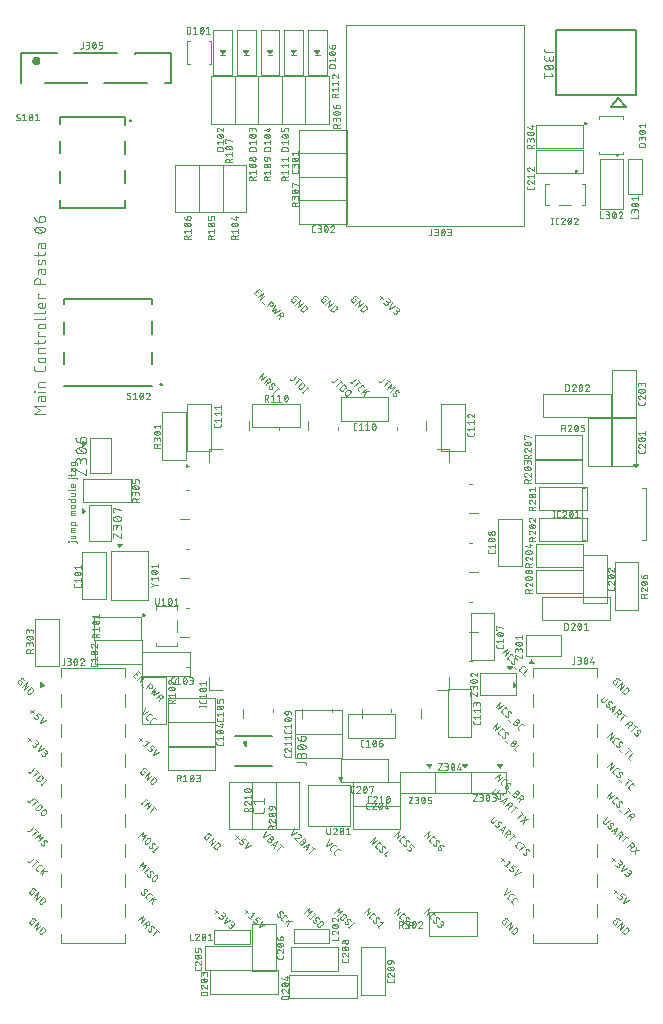
<source format=gbr>
G04 EAGLE Gerber RS-274X export*
G75*
%MOMM*%
%FSLAX34Y34*%
%LPD*%
%INSilkscreen Top*%
%IPPOS*%
%AMOC8*
5,1,8,0,0,1.08239X$1,22.5*%
G01*
%ADD10C,0.050800*%
%ADD11C,0.101600*%
%ADD12C,0.100000*%
%ADD13C,0.200000*%
%ADD14C,0.127000*%
%ADD15C,0.076200*%
%ADD16C,0.152400*%
%ADD17C,0.406400*%

G36*
X173554Y120012D02*
X173554Y120012D01*
X173609Y120013D01*
X173650Y120031D01*
X173695Y120040D01*
X173740Y120072D01*
X173791Y120094D01*
X173821Y120127D01*
X173859Y120153D01*
X173888Y120199D01*
X173926Y120240D01*
X173941Y120282D01*
X173966Y120320D01*
X173975Y120375D01*
X173994Y120427D01*
X173991Y120472D01*
X173999Y120517D01*
X173986Y120570D01*
X173983Y120625D01*
X173962Y120674D01*
X173953Y120710D01*
X173934Y120736D01*
X173915Y120777D01*
X171915Y123777D01*
X171911Y123782D01*
X171908Y123788D01*
X171867Y123827D01*
X171838Y123866D01*
X171809Y123883D01*
X171774Y123917D01*
X171768Y123920D01*
X171763Y123924D01*
X171699Y123948D01*
X171667Y123967D01*
X171637Y123972D01*
X171590Y123991D01*
X171583Y123991D01*
X171577Y123993D01*
X171525Y123991D01*
X171503Y123995D01*
X171497Y123995D01*
X171467Y123989D01*
X171391Y123987D01*
X171385Y123984D01*
X171378Y123984D01*
X171329Y123961D01*
X171302Y123955D01*
X171270Y123933D01*
X171209Y123906D01*
X171205Y123901D01*
X171199Y123898D01*
X171162Y123859D01*
X171138Y123843D01*
X171121Y123815D01*
X171085Y123777D01*
X169085Y120777D01*
X169064Y120726D01*
X169034Y120680D01*
X169027Y120635D01*
X169009Y120593D01*
X169010Y120538D01*
X169001Y120483D01*
X169012Y120439D01*
X169012Y120394D01*
X169034Y120344D01*
X169047Y120290D01*
X169074Y120254D01*
X169092Y120212D01*
X169132Y120174D01*
X169165Y120130D01*
X169204Y120107D01*
X169237Y120076D01*
X169289Y120057D01*
X169336Y120028D01*
X169388Y120020D01*
X169423Y120007D01*
X169456Y120008D01*
X169500Y120001D01*
X173500Y120001D01*
X173554Y120012D01*
G37*
G36*
X-208430Y304014D02*
X-208430Y304014D01*
X-208375Y304017D01*
X-208326Y304038D01*
X-208290Y304047D01*
X-208264Y304066D01*
X-208223Y304085D01*
X-205223Y306085D01*
X-205218Y306089D01*
X-205212Y306092D01*
X-205180Y306127D01*
X-205146Y306150D01*
X-205123Y306185D01*
X-205083Y306226D01*
X-205080Y306232D01*
X-205076Y306237D01*
X-205056Y306291D01*
X-205039Y306317D01*
X-205033Y306350D01*
X-205009Y306410D01*
X-205009Y306417D01*
X-205007Y306423D01*
X-205010Y306489D01*
X-205006Y306514D01*
X-205011Y306538D01*
X-205013Y306609D01*
X-205016Y306615D01*
X-205016Y306622D01*
X-205047Y306686D01*
X-205052Y306707D01*
X-205064Y306724D01*
X-205094Y306791D01*
X-205099Y306795D01*
X-205102Y306801D01*
X-205164Y306860D01*
X-205169Y306867D01*
X-205176Y306871D01*
X-205223Y306915D01*
X-208223Y308915D01*
X-208274Y308936D01*
X-208320Y308966D01*
X-208365Y308973D01*
X-208407Y308991D01*
X-208462Y308990D01*
X-208517Y308999D01*
X-208561Y308988D01*
X-208606Y308988D01*
X-208657Y308966D01*
X-208710Y308953D01*
X-208746Y308926D01*
X-208788Y308908D01*
X-208826Y308868D01*
X-208870Y308835D01*
X-208893Y308796D01*
X-208924Y308763D01*
X-208943Y308711D01*
X-208972Y308664D01*
X-208980Y308612D01*
X-208993Y308577D01*
X-208992Y308544D01*
X-208999Y308500D01*
X-208999Y304500D01*
X-208988Y304446D01*
X-208987Y304391D01*
X-208969Y304350D01*
X-208960Y304305D01*
X-208928Y304260D01*
X-208906Y304209D01*
X-208873Y304179D01*
X-208847Y304141D01*
X-208801Y304112D01*
X-208760Y304074D01*
X-208718Y304059D01*
X-208680Y304034D01*
X-208625Y304025D01*
X-208574Y304006D01*
X-208528Y304009D01*
X-208483Y304001D01*
X-208430Y304014D01*
G37*
G36*
X-208930Y247014D02*
X-208930Y247014D01*
X-208875Y247017D01*
X-208826Y247038D01*
X-208790Y247047D01*
X-208764Y247066D01*
X-208723Y247085D01*
X-205723Y249085D01*
X-205718Y249089D01*
X-205712Y249092D01*
X-205680Y249127D01*
X-205646Y249150D01*
X-205623Y249185D01*
X-205583Y249226D01*
X-205580Y249232D01*
X-205576Y249237D01*
X-205556Y249291D01*
X-205539Y249317D01*
X-205533Y249350D01*
X-205509Y249410D01*
X-205509Y249417D01*
X-205507Y249423D01*
X-205510Y249489D01*
X-205506Y249514D01*
X-205511Y249538D01*
X-205513Y249609D01*
X-205516Y249615D01*
X-205516Y249622D01*
X-205547Y249686D01*
X-205552Y249707D01*
X-205564Y249724D01*
X-205594Y249791D01*
X-205599Y249795D01*
X-205602Y249801D01*
X-205664Y249860D01*
X-205669Y249867D01*
X-205676Y249871D01*
X-205723Y249915D01*
X-208723Y251915D01*
X-208774Y251936D01*
X-208820Y251966D01*
X-208865Y251973D01*
X-208907Y251991D01*
X-208962Y251990D01*
X-209017Y251999D01*
X-209061Y251988D01*
X-209106Y251988D01*
X-209157Y251966D01*
X-209210Y251953D01*
X-209246Y251926D01*
X-209288Y251908D01*
X-209326Y251868D01*
X-209370Y251835D01*
X-209393Y251796D01*
X-209424Y251763D01*
X-209443Y251711D01*
X-209472Y251664D01*
X-209480Y251612D01*
X-209493Y251577D01*
X-209492Y251544D01*
X-209499Y251500D01*
X-209499Y247500D01*
X-209488Y247446D01*
X-209487Y247391D01*
X-209469Y247350D01*
X-209460Y247305D01*
X-209428Y247260D01*
X-209406Y247209D01*
X-209373Y247179D01*
X-209347Y247141D01*
X-209301Y247112D01*
X-209260Y247074D01*
X-209218Y247059D01*
X-209180Y247034D01*
X-209125Y247025D01*
X-209074Y247006D01*
X-209028Y247009D01*
X-208983Y247001D01*
X-208930Y247014D01*
G37*
G36*
X156070Y99514D02*
X156070Y99514D01*
X156125Y99517D01*
X156174Y99538D01*
X156210Y99547D01*
X156236Y99566D01*
X156277Y99585D01*
X159277Y101585D01*
X159282Y101589D01*
X159288Y101592D01*
X159320Y101627D01*
X159354Y101650D01*
X159377Y101685D01*
X159417Y101726D01*
X159420Y101732D01*
X159424Y101737D01*
X159444Y101791D01*
X159461Y101817D01*
X159467Y101850D01*
X159491Y101910D01*
X159491Y101917D01*
X159493Y101923D01*
X159490Y101989D01*
X159494Y102014D01*
X159489Y102038D01*
X159487Y102109D01*
X159484Y102115D01*
X159484Y102122D01*
X159453Y102186D01*
X159448Y102207D01*
X159436Y102224D01*
X159406Y102291D01*
X159401Y102295D01*
X159398Y102301D01*
X159336Y102360D01*
X159331Y102367D01*
X159324Y102371D01*
X159277Y102415D01*
X156277Y104415D01*
X156226Y104436D01*
X156180Y104466D01*
X156135Y104473D01*
X156093Y104491D01*
X156038Y104490D01*
X155983Y104499D01*
X155939Y104488D01*
X155894Y104488D01*
X155844Y104466D01*
X155790Y104453D01*
X155754Y104426D01*
X155712Y104408D01*
X155674Y104368D01*
X155630Y104335D01*
X155607Y104296D01*
X155576Y104263D01*
X155557Y104211D01*
X155528Y104164D01*
X155520Y104112D01*
X155507Y104077D01*
X155508Y104044D01*
X155501Y104000D01*
X155501Y100000D01*
X155512Y99946D01*
X155513Y99891D01*
X155531Y99850D01*
X155540Y99805D01*
X155572Y99760D01*
X155594Y99709D01*
X155627Y99679D01*
X155653Y99641D01*
X155699Y99612D01*
X155740Y99574D01*
X155782Y99559D01*
X155820Y99534D01*
X155875Y99525D01*
X155927Y99506D01*
X155972Y99509D01*
X156017Y99501D01*
X156070Y99514D01*
G37*
G36*
X-243930Y99514D02*
X-243930Y99514D01*
X-243875Y99517D01*
X-243826Y99538D01*
X-243790Y99547D01*
X-243764Y99566D01*
X-243723Y99585D01*
X-240723Y101585D01*
X-240718Y101589D01*
X-240712Y101592D01*
X-240680Y101627D01*
X-240646Y101650D01*
X-240623Y101685D01*
X-240583Y101726D01*
X-240580Y101732D01*
X-240576Y101737D01*
X-240556Y101791D01*
X-240539Y101817D01*
X-240533Y101850D01*
X-240509Y101910D01*
X-240509Y101917D01*
X-240507Y101923D01*
X-240510Y101989D01*
X-240506Y102014D01*
X-240511Y102038D01*
X-240513Y102109D01*
X-240516Y102115D01*
X-240516Y102122D01*
X-240547Y102186D01*
X-240552Y102207D01*
X-240564Y102224D01*
X-240594Y102291D01*
X-240599Y102295D01*
X-240602Y102301D01*
X-240664Y102360D01*
X-240669Y102367D01*
X-240676Y102371D01*
X-240723Y102415D01*
X-243723Y104415D01*
X-243774Y104436D01*
X-243820Y104466D01*
X-243865Y104473D01*
X-243907Y104491D01*
X-243962Y104490D01*
X-244017Y104499D01*
X-244061Y104488D01*
X-244106Y104488D01*
X-244157Y104466D01*
X-244210Y104453D01*
X-244246Y104426D01*
X-244288Y104408D01*
X-244326Y104368D01*
X-244370Y104335D01*
X-244393Y104296D01*
X-244424Y104263D01*
X-244443Y104211D01*
X-244472Y104164D01*
X-244480Y104112D01*
X-244493Y104077D01*
X-244492Y104044D01*
X-244499Y104000D01*
X-244499Y100000D01*
X-244488Y99946D01*
X-244487Y99891D01*
X-244469Y99850D01*
X-244460Y99805D01*
X-244428Y99760D01*
X-244406Y99709D01*
X-244373Y99679D01*
X-244347Y99641D01*
X-244301Y99612D01*
X-244260Y99574D01*
X-244218Y99559D01*
X-244180Y99534D01*
X-244125Y99525D01*
X-244074Y99506D01*
X-244028Y99509D01*
X-243983Y99501D01*
X-243930Y99514D01*
G37*
G36*
X-89984Y636011D02*
X-89984Y636011D01*
X-89891Y636013D01*
X-89885Y636016D01*
X-89878Y636016D01*
X-89794Y636056D01*
X-89709Y636094D01*
X-89705Y636099D01*
X-89699Y636102D01*
X-89585Y636223D01*
X-87585Y639223D01*
X-87564Y639274D01*
X-87534Y639320D01*
X-87527Y639365D01*
X-87509Y639407D01*
X-87510Y639462D01*
X-87501Y639517D01*
X-87512Y639561D01*
X-87512Y639606D01*
X-87534Y639657D01*
X-87547Y639710D01*
X-87574Y639746D01*
X-87592Y639788D01*
X-87632Y639826D01*
X-87665Y639870D01*
X-87704Y639893D01*
X-87737Y639924D01*
X-87789Y639943D01*
X-87836Y639972D01*
X-87888Y639980D01*
X-87923Y639993D01*
X-87956Y639992D01*
X-88000Y639999D01*
X-92000Y639999D01*
X-92054Y639988D01*
X-92109Y639987D01*
X-92150Y639969D01*
X-92195Y639960D01*
X-92240Y639928D01*
X-92291Y639906D01*
X-92321Y639873D01*
X-92359Y639847D01*
X-92388Y639801D01*
X-92426Y639760D01*
X-92441Y639718D01*
X-92466Y639680D01*
X-92475Y639625D01*
X-92494Y639574D01*
X-92491Y639528D01*
X-92499Y639483D01*
X-92486Y639430D01*
X-92483Y639375D01*
X-92462Y639326D01*
X-92453Y639290D01*
X-92450Y639286D01*
X-92433Y639263D01*
X-92415Y639223D01*
X-90415Y636223D01*
X-90411Y636218D01*
X-90408Y636212D01*
X-90340Y636148D01*
X-90274Y636083D01*
X-90268Y636080D01*
X-90263Y636076D01*
X-90176Y636043D01*
X-90090Y636009D01*
X-90083Y636009D01*
X-90077Y636007D01*
X-89984Y636011D01*
G37*
G36*
X-69984Y636011D02*
X-69984Y636011D01*
X-69891Y636013D01*
X-69885Y636016D01*
X-69878Y636016D01*
X-69794Y636056D01*
X-69709Y636094D01*
X-69705Y636099D01*
X-69699Y636102D01*
X-69585Y636223D01*
X-67585Y639223D01*
X-67564Y639274D01*
X-67534Y639320D01*
X-67527Y639365D01*
X-67509Y639407D01*
X-67510Y639462D01*
X-67501Y639517D01*
X-67512Y639561D01*
X-67512Y639606D01*
X-67534Y639657D01*
X-67547Y639710D01*
X-67574Y639746D01*
X-67592Y639788D01*
X-67632Y639826D01*
X-67665Y639870D01*
X-67704Y639893D01*
X-67737Y639924D01*
X-67789Y639943D01*
X-67836Y639972D01*
X-67888Y639980D01*
X-67923Y639993D01*
X-67956Y639992D01*
X-68000Y639999D01*
X-72000Y639999D01*
X-72054Y639988D01*
X-72109Y639987D01*
X-72150Y639969D01*
X-72195Y639960D01*
X-72240Y639928D01*
X-72291Y639906D01*
X-72321Y639873D01*
X-72359Y639847D01*
X-72388Y639801D01*
X-72426Y639760D01*
X-72441Y639718D01*
X-72466Y639680D01*
X-72475Y639625D01*
X-72494Y639574D01*
X-72491Y639528D01*
X-72499Y639483D01*
X-72486Y639430D01*
X-72483Y639375D01*
X-72462Y639326D01*
X-72453Y639290D01*
X-72450Y639286D01*
X-72433Y639263D01*
X-72415Y639223D01*
X-70415Y636223D01*
X-70411Y636218D01*
X-70408Y636212D01*
X-70340Y636148D01*
X-70274Y636083D01*
X-70268Y636080D01*
X-70263Y636076D01*
X-70176Y636043D01*
X-70090Y636009D01*
X-70083Y636009D01*
X-70077Y636007D01*
X-69984Y636011D01*
G37*
G36*
X-9984Y636011D02*
X-9984Y636011D01*
X-9891Y636013D01*
X-9885Y636016D01*
X-9878Y636016D01*
X-9794Y636056D01*
X-9709Y636094D01*
X-9705Y636099D01*
X-9699Y636102D01*
X-9585Y636223D01*
X-7585Y639223D01*
X-7564Y639274D01*
X-7534Y639320D01*
X-7527Y639365D01*
X-7509Y639407D01*
X-7510Y639462D01*
X-7501Y639517D01*
X-7512Y639561D01*
X-7512Y639606D01*
X-7534Y639657D01*
X-7547Y639710D01*
X-7574Y639746D01*
X-7592Y639788D01*
X-7632Y639826D01*
X-7665Y639870D01*
X-7704Y639893D01*
X-7737Y639924D01*
X-7789Y639943D01*
X-7836Y639972D01*
X-7888Y639980D01*
X-7923Y639993D01*
X-7956Y639992D01*
X-8000Y639999D01*
X-12000Y639999D01*
X-12054Y639988D01*
X-12109Y639987D01*
X-12150Y639969D01*
X-12195Y639960D01*
X-12240Y639928D01*
X-12291Y639906D01*
X-12321Y639873D01*
X-12359Y639847D01*
X-12388Y639801D01*
X-12426Y639760D01*
X-12441Y639718D01*
X-12466Y639680D01*
X-12475Y639625D01*
X-12494Y639574D01*
X-12491Y639528D01*
X-12499Y639483D01*
X-12486Y639430D01*
X-12483Y639375D01*
X-12462Y639326D01*
X-12453Y639290D01*
X-12450Y639286D01*
X-12433Y639263D01*
X-12415Y639223D01*
X-10415Y636223D01*
X-10411Y636218D01*
X-10408Y636212D01*
X-10340Y636148D01*
X-10274Y636083D01*
X-10268Y636080D01*
X-10263Y636076D01*
X-10176Y636043D01*
X-10090Y636009D01*
X-10083Y636009D01*
X-10077Y636007D01*
X-9984Y636011D01*
G37*
G36*
X-29984Y636011D02*
X-29984Y636011D01*
X-29891Y636013D01*
X-29885Y636016D01*
X-29878Y636016D01*
X-29794Y636056D01*
X-29709Y636094D01*
X-29705Y636099D01*
X-29699Y636102D01*
X-29585Y636223D01*
X-27585Y639223D01*
X-27564Y639274D01*
X-27534Y639320D01*
X-27527Y639365D01*
X-27509Y639407D01*
X-27510Y639462D01*
X-27501Y639517D01*
X-27512Y639561D01*
X-27512Y639606D01*
X-27534Y639657D01*
X-27547Y639710D01*
X-27574Y639746D01*
X-27592Y639788D01*
X-27632Y639826D01*
X-27665Y639870D01*
X-27704Y639893D01*
X-27737Y639924D01*
X-27789Y639943D01*
X-27836Y639972D01*
X-27888Y639980D01*
X-27923Y639993D01*
X-27956Y639992D01*
X-28000Y639999D01*
X-32000Y639999D01*
X-32054Y639988D01*
X-32109Y639987D01*
X-32150Y639969D01*
X-32195Y639960D01*
X-32240Y639928D01*
X-32291Y639906D01*
X-32321Y639873D01*
X-32359Y639847D01*
X-32388Y639801D01*
X-32426Y639760D01*
X-32441Y639718D01*
X-32466Y639680D01*
X-32475Y639625D01*
X-32494Y639574D01*
X-32491Y639528D01*
X-32499Y639483D01*
X-32486Y639430D01*
X-32483Y639375D01*
X-32462Y639326D01*
X-32453Y639290D01*
X-32450Y639286D01*
X-32433Y639263D01*
X-32415Y639223D01*
X-30415Y636223D01*
X-30411Y636218D01*
X-30408Y636212D01*
X-30340Y636148D01*
X-30274Y636083D01*
X-30268Y636080D01*
X-30263Y636076D01*
X-30176Y636043D01*
X-30090Y636009D01*
X-30083Y636009D01*
X-30077Y636007D01*
X-29984Y636011D01*
G37*
G36*
X-49984Y636011D02*
X-49984Y636011D01*
X-49891Y636013D01*
X-49885Y636016D01*
X-49878Y636016D01*
X-49794Y636056D01*
X-49709Y636094D01*
X-49705Y636099D01*
X-49699Y636102D01*
X-49585Y636223D01*
X-47585Y639223D01*
X-47564Y639274D01*
X-47534Y639320D01*
X-47527Y639365D01*
X-47509Y639407D01*
X-47510Y639462D01*
X-47501Y639517D01*
X-47512Y639561D01*
X-47512Y639606D01*
X-47534Y639657D01*
X-47547Y639710D01*
X-47574Y639746D01*
X-47592Y639788D01*
X-47632Y639826D01*
X-47665Y639870D01*
X-47704Y639893D01*
X-47737Y639924D01*
X-47789Y639943D01*
X-47836Y639972D01*
X-47888Y639980D01*
X-47923Y639993D01*
X-47956Y639992D01*
X-48000Y639999D01*
X-52000Y639999D01*
X-52054Y639988D01*
X-52109Y639987D01*
X-52150Y639969D01*
X-52195Y639960D01*
X-52240Y639928D01*
X-52291Y639906D01*
X-52321Y639873D01*
X-52359Y639847D01*
X-52388Y639801D01*
X-52426Y639760D01*
X-52441Y639718D01*
X-52466Y639680D01*
X-52475Y639625D01*
X-52494Y639574D01*
X-52491Y639528D01*
X-52499Y639483D01*
X-52486Y639430D01*
X-52483Y639375D01*
X-52462Y639326D01*
X-52453Y639290D01*
X-52450Y639286D01*
X-52433Y639263D01*
X-52415Y639223D01*
X-50415Y636223D01*
X-50411Y636218D01*
X-50408Y636212D01*
X-50340Y636148D01*
X-50274Y636083D01*
X-50268Y636080D01*
X-50263Y636076D01*
X-50176Y636043D01*
X-50090Y636009D01*
X-50083Y636009D01*
X-50077Y636007D01*
X-49984Y636011D01*
G37*
G36*
X260016Y285511D02*
X260016Y285511D01*
X260109Y285513D01*
X260115Y285516D01*
X260122Y285516D01*
X260206Y285556D01*
X260291Y285594D01*
X260295Y285599D01*
X260301Y285602D01*
X260415Y285723D01*
X262415Y288723D01*
X262436Y288774D01*
X262466Y288820D01*
X262473Y288865D01*
X262491Y288907D01*
X262490Y288962D01*
X262499Y289017D01*
X262488Y289061D01*
X262488Y289106D01*
X262466Y289157D01*
X262453Y289210D01*
X262426Y289246D01*
X262408Y289288D01*
X262368Y289326D01*
X262335Y289370D01*
X262296Y289393D01*
X262263Y289424D01*
X262211Y289443D01*
X262164Y289472D01*
X262112Y289480D01*
X262077Y289493D01*
X262044Y289492D01*
X262000Y289499D01*
X258000Y289499D01*
X257946Y289488D01*
X257891Y289487D01*
X257850Y289469D01*
X257805Y289460D01*
X257760Y289428D01*
X257709Y289406D01*
X257679Y289373D01*
X257641Y289347D01*
X257612Y289301D01*
X257574Y289260D01*
X257559Y289218D01*
X257534Y289180D01*
X257525Y289125D01*
X257506Y289074D01*
X257509Y289028D01*
X257501Y288983D01*
X257514Y288930D01*
X257517Y288875D01*
X257538Y288826D01*
X257547Y288790D01*
X257550Y288786D01*
X257567Y288763D01*
X257585Y288723D01*
X259585Y285723D01*
X259589Y285718D01*
X259592Y285712D01*
X259660Y285648D01*
X259726Y285583D01*
X259732Y285580D01*
X259737Y285576D01*
X259824Y285543D01*
X259910Y285509D01*
X259917Y285509D01*
X259923Y285507D01*
X260016Y285511D01*
G37*
G36*
X-176984Y218011D02*
X-176984Y218011D01*
X-176891Y218013D01*
X-176885Y218016D01*
X-176878Y218016D01*
X-176794Y218056D01*
X-176709Y218094D01*
X-176705Y218099D01*
X-176699Y218102D01*
X-176585Y218223D01*
X-174585Y221223D01*
X-174564Y221274D01*
X-174534Y221320D01*
X-174527Y221365D01*
X-174509Y221407D01*
X-174510Y221462D01*
X-174501Y221517D01*
X-174512Y221561D01*
X-174512Y221606D01*
X-174534Y221657D01*
X-174547Y221710D01*
X-174574Y221746D01*
X-174592Y221788D01*
X-174632Y221826D01*
X-174665Y221870D01*
X-174704Y221893D01*
X-174737Y221924D01*
X-174789Y221943D01*
X-174836Y221972D01*
X-174888Y221980D01*
X-174923Y221993D01*
X-174956Y221992D01*
X-175000Y221999D01*
X-179000Y221999D01*
X-179054Y221988D01*
X-179109Y221987D01*
X-179150Y221969D01*
X-179195Y221960D01*
X-179240Y221928D01*
X-179291Y221906D01*
X-179321Y221873D01*
X-179359Y221847D01*
X-179388Y221801D01*
X-179426Y221760D01*
X-179441Y221718D01*
X-179466Y221680D01*
X-179475Y221625D01*
X-179494Y221574D01*
X-179491Y221528D01*
X-179499Y221483D01*
X-179486Y221430D01*
X-179483Y221375D01*
X-179462Y221326D01*
X-179453Y221290D01*
X-179450Y221286D01*
X-179433Y221263D01*
X-179415Y221223D01*
X-177415Y218223D01*
X-177411Y218218D01*
X-177408Y218212D01*
X-177340Y218148D01*
X-177274Y218083D01*
X-177268Y218080D01*
X-177263Y218076D01*
X-177176Y218043D01*
X-177090Y218009D01*
X-177083Y218009D01*
X-177077Y218007D01*
X-176984Y218011D01*
G37*
G36*
X153016Y114511D02*
X153016Y114511D01*
X153109Y114513D01*
X153115Y114516D01*
X153122Y114516D01*
X153206Y114556D01*
X153291Y114594D01*
X153295Y114599D01*
X153301Y114602D01*
X153415Y114723D01*
X155415Y117723D01*
X155436Y117774D01*
X155466Y117820D01*
X155473Y117865D01*
X155491Y117907D01*
X155490Y117962D01*
X155499Y118017D01*
X155488Y118061D01*
X155488Y118106D01*
X155466Y118157D01*
X155453Y118210D01*
X155426Y118246D01*
X155408Y118288D01*
X155368Y118326D01*
X155335Y118370D01*
X155296Y118393D01*
X155263Y118424D01*
X155211Y118443D01*
X155164Y118472D01*
X155112Y118480D01*
X155077Y118493D01*
X155044Y118492D01*
X155000Y118499D01*
X151000Y118499D01*
X150946Y118488D01*
X150891Y118487D01*
X150850Y118469D01*
X150805Y118460D01*
X150760Y118428D01*
X150709Y118406D01*
X150679Y118373D01*
X150641Y118347D01*
X150612Y118301D01*
X150574Y118260D01*
X150559Y118218D01*
X150534Y118180D01*
X150525Y118125D01*
X150506Y118074D01*
X150509Y118028D01*
X150501Y117983D01*
X150514Y117930D01*
X150517Y117875D01*
X150538Y117826D01*
X150547Y117790D01*
X150550Y117786D01*
X150567Y117763D01*
X150585Y117723D01*
X152585Y114723D01*
X152589Y114718D01*
X152592Y114712D01*
X152660Y114648D01*
X152726Y114583D01*
X152732Y114580D01*
X152737Y114576D01*
X152824Y114543D01*
X152910Y114509D01*
X152917Y114509D01*
X152923Y114507D01*
X153016Y114511D01*
G37*
G36*
X85016Y31511D02*
X85016Y31511D01*
X85109Y31513D01*
X85115Y31516D01*
X85122Y31516D01*
X85206Y31556D01*
X85291Y31594D01*
X85295Y31599D01*
X85301Y31602D01*
X85415Y31723D01*
X87415Y34723D01*
X87436Y34774D01*
X87466Y34820D01*
X87473Y34865D01*
X87491Y34907D01*
X87490Y34962D01*
X87499Y35017D01*
X87488Y35061D01*
X87488Y35106D01*
X87466Y35157D01*
X87453Y35210D01*
X87426Y35246D01*
X87408Y35288D01*
X87368Y35326D01*
X87335Y35370D01*
X87296Y35393D01*
X87263Y35424D01*
X87211Y35443D01*
X87164Y35472D01*
X87112Y35480D01*
X87077Y35493D01*
X87044Y35492D01*
X87000Y35499D01*
X83000Y35499D01*
X82946Y35488D01*
X82891Y35487D01*
X82850Y35469D01*
X82805Y35460D01*
X82760Y35428D01*
X82709Y35406D01*
X82679Y35373D01*
X82641Y35347D01*
X82612Y35301D01*
X82574Y35260D01*
X82559Y35218D01*
X82534Y35180D01*
X82525Y35125D01*
X82506Y35074D01*
X82509Y35028D01*
X82501Y34983D01*
X82514Y34930D01*
X82517Y34875D01*
X82538Y34826D01*
X82547Y34790D01*
X82550Y34786D01*
X82567Y34763D01*
X82585Y34723D01*
X84585Y31723D01*
X84589Y31718D01*
X84592Y31712D01*
X84660Y31648D01*
X84726Y31583D01*
X84732Y31580D01*
X84737Y31576D01*
X84824Y31543D01*
X84910Y31509D01*
X84917Y31509D01*
X84923Y31507D01*
X85016Y31511D01*
G37*
G36*
X145016Y31511D02*
X145016Y31511D01*
X145109Y31513D01*
X145115Y31516D01*
X145122Y31516D01*
X145206Y31556D01*
X145291Y31594D01*
X145295Y31599D01*
X145301Y31602D01*
X145415Y31723D01*
X147415Y34723D01*
X147436Y34774D01*
X147466Y34820D01*
X147473Y34865D01*
X147491Y34907D01*
X147490Y34962D01*
X147499Y35017D01*
X147488Y35061D01*
X147488Y35106D01*
X147466Y35157D01*
X147453Y35210D01*
X147426Y35246D01*
X147408Y35288D01*
X147368Y35326D01*
X147335Y35370D01*
X147296Y35393D01*
X147263Y35424D01*
X147211Y35443D01*
X147164Y35472D01*
X147112Y35480D01*
X147077Y35493D01*
X147044Y35492D01*
X147000Y35499D01*
X143000Y35499D01*
X142946Y35488D01*
X142891Y35487D01*
X142850Y35469D01*
X142805Y35460D01*
X142760Y35428D01*
X142709Y35406D01*
X142679Y35373D01*
X142641Y35347D01*
X142612Y35301D01*
X142574Y35260D01*
X142559Y35218D01*
X142534Y35180D01*
X142525Y35125D01*
X142506Y35074D01*
X142509Y35028D01*
X142501Y34983D01*
X142514Y34930D01*
X142517Y34875D01*
X142538Y34826D01*
X142547Y34790D01*
X142550Y34786D01*
X142567Y34763D01*
X142585Y34723D01*
X144585Y31723D01*
X144589Y31718D01*
X144592Y31712D01*
X144660Y31648D01*
X144726Y31583D01*
X144732Y31580D01*
X144737Y31576D01*
X144824Y31543D01*
X144910Y31509D01*
X144917Y31509D01*
X144923Y31507D01*
X145016Y31511D01*
G37*
G36*
X115016Y31511D02*
X115016Y31511D01*
X115109Y31513D01*
X115115Y31516D01*
X115122Y31516D01*
X115206Y31556D01*
X115291Y31594D01*
X115295Y31599D01*
X115301Y31602D01*
X115415Y31723D01*
X117415Y34723D01*
X117436Y34774D01*
X117466Y34820D01*
X117473Y34865D01*
X117491Y34907D01*
X117490Y34962D01*
X117499Y35017D01*
X117488Y35061D01*
X117488Y35106D01*
X117466Y35157D01*
X117453Y35210D01*
X117426Y35246D01*
X117408Y35288D01*
X117368Y35326D01*
X117335Y35370D01*
X117296Y35393D01*
X117263Y35424D01*
X117211Y35443D01*
X117164Y35472D01*
X117112Y35480D01*
X117077Y35493D01*
X117044Y35492D01*
X117000Y35499D01*
X113000Y35499D01*
X112946Y35488D01*
X112891Y35487D01*
X112850Y35469D01*
X112805Y35460D01*
X112760Y35428D01*
X112709Y35406D01*
X112679Y35373D01*
X112641Y35347D01*
X112612Y35301D01*
X112574Y35260D01*
X112559Y35218D01*
X112534Y35180D01*
X112525Y35125D01*
X112506Y35074D01*
X112509Y35028D01*
X112501Y34983D01*
X112514Y34930D01*
X112517Y34875D01*
X112538Y34826D01*
X112547Y34790D01*
X112550Y34786D01*
X112567Y34763D01*
X112585Y34723D01*
X114585Y31723D01*
X114589Y31718D01*
X114592Y31712D01*
X114660Y31648D01*
X114726Y31583D01*
X114732Y31580D01*
X114737Y31576D01*
X114824Y31543D01*
X114910Y31509D01*
X114917Y31509D01*
X114923Y31507D01*
X115016Y31511D01*
G37*
G36*
X10017Y20001D02*
X10017Y20001D01*
X10018Y20001D01*
X10113Y20024D01*
X10208Y20046D01*
X10210Y20047D01*
X10212Y20048D01*
X10290Y20106D01*
X10369Y20163D01*
X10370Y20165D01*
X10371Y20166D01*
X10379Y20180D01*
X10459Y20303D01*
X11959Y23803D01*
X11960Y23810D01*
X11964Y23815D01*
X11964Y23818D01*
X11966Y23820D01*
X11981Y23909D01*
X11999Y23998D01*
X11997Y24007D01*
X11999Y24017D01*
X11978Y24104D01*
X11960Y24193D01*
X11955Y24201D01*
X11953Y24210D01*
X11899Y24283D01*
X11849Y24357D01*
X11841Y24363D01*
X11835Y24370D01*
X11757Y24416D01*
X11681Y24465D01*
X11672Y24467D01*
X11664Y24472D01*
X11500Y24499D01*
X8500Y24499D01*
X8491Y24497D01*
X8482Y24499D01*
X8394Y24478D01*
X8305Y24460D01*
X8297Y24454D01*
X8288Y24452D01*
X8216Y24398D01*
X8141Y24347D01*
X8136Y24339D01*
X8129Y24334D01*
X8083Y24256D01*
X8034Y24180D01*
X8033Y24170D01*
X8028Y24162D01*
X8016Y24073D01*
X8001Y23983D01*
X8003Y23974D01*
X8002Y23965D01*
X8041Y23803D01*
X9541Y20303D01*
X9597Y20223D01*
X9651Y20143D01*
X9653Y20142D01*
X9654Y20140D01*
X9738Y20087D01*
X9819Y20035D01*
X9821Y20035D01*
X9822Y20033D01*
X9919Y20018D01*
X10015Y20001D01*
X10017Y20001D01*
G37*
G36*
X-120941Y285511D02*
X-120941Y285511D01*
X-120898Y285511D01*
X-120832Y285537D01*
X-120790Y285547D01*
X-120771Y285561D01*
X-120743Y285572D01*
X-118243Y287072D01*
X-118220Y287093D01*
X-118193Y287106D01*
X-118169Y287134D01*
X-118145Y287151D01*
X-118128Y287177D01*
X-118096Y287206D01*
X-118084Y287234D01*
X-118064Y287257D01*
X-118051Y287298D01*
X-118038Y287318D01*
X-118034Y287343D01*
X-118014Y287387D01*
X-118013Y287418D01*
X-118004Y287447D01*
X-118008Y287495D01*
X-118005Y287514D01*
X-118010Y287535D01*
X-118008Y287586D01*
X-118019Y287614D01*
X-118022Y287645D01*
X-118047Y287690D01*
X-118051Y287708D01*
X-118062Y287723D01*
X-118081Y287771D01*
X-118102Y287793D01*
X-118117Y287820D01*
X-118162Y287859D01*
X-118169Y287868D01*
X-118182Y287876D01*
X-118189Y287882D01*
X-118220Y287913D01*
X-118231Y287918D01*
X-118243Y287928D01*
X-120743Y289428D01*
X-120784Y289443D01*
X-120820Y289466D01*
X-120877Y289475D01*
X-120931Y289494D01*
X-120974Y289492D01*
X-121017Y289499D01*
X-121072Y289486D01*
X-121129Y289482D01*
X-121168Y289463D01*
X-121210Y289453D01*
X-121256Y289419D01*
X-121307Y289394D01*
X-121335Y289361D01*
X-121370Y289335D01*
X-121399Y289286D01*
X-121436Y289243D01*
X-121449Y289201D01*
X-121454Y289194D01*
X-121466Y289175D01*
X-121466Y289173D01*
X-121472Y289164D01*
X-121483Y289095D01*
X-121496Y289053D01*
X-121494Y289030D01*
X-121499Y289000D01*
X-121499Y286000D01*
X-121491Y285958D01*
X-121492Y285914D01*
X-121471Y285861D01*
X-121460Y285805D01*
X-121435Y285769D01*
X-121419Y285729D01*
X-121379Y285688D01*
X-121347Y285641D01*
X-121311Y285618D01*
X-121280Y285587D01*
X-121228Y285565D01*
X-121180Y285534D01*
X-121137Y285527D01*
X-121097Y285510D01*
X-121040Y285511D01*
X-120983Y285501D01*
X-120941Y285511D01*
G37*
G36*
X216840Y576307D02*
X216840Y576307D01*
X216864Y576305D01*
X216975Y576339D01*
X217010Y576347D01*
X217015Y576351D01*
X217023Y576353D01*
X219023Y577353D01*
X219077Y577396D01*
X219136Y577431D01*
X219147Y577445D01*
X219156Y577451D01*
X219163Y577463D01*
X219180Y577476D01*
X219213Y577536D01*
X219254Y577592D01*
X219259Y577612D01*
X219263Y577619D01*
X219265Y577629D01*
X219276Y577650D01*
X219283Y577718D01*
X219299Y577785D01*
X219295Y577809D01*
X219296Y577815D01*
X219294Y577822D01*
X219297Y577848D01*
X219277Y577914D01*
X219265Y577981D01*
X219251Y578003D01*
X219250Y578008D01*
X219246Y578013D01*
X219239Y578038D01*
X219195Y578091D01*
X219158Y578148D01*
X219135Y578165D01*
X219132Y578169D01*
X219127Y578172D01*
X219111Y578190D01*
X219074Y578209D01*
X219023Y578247D01*
X217023Y579247D01*
X217000Y579253D01*
X216980Y579266D01*
X216973Y579267D01*
X216970Y579269D01*
X216894Y579281D01*
X216831Y579298D01*
X216811Y579295D01*
X216806Y579296D01*
X216800Y579296D01*
X216783Y579299D01*
X216710Y579281D01*
X216634Y579271D01*
X216614Y579259D01*
X216609Y579257D01*
X216605Y579257D01*
X216605Y579256D01*
X216590Y579253D01*
X216529Y579208D01*
X216464Y579169D01*
X216450Y579150D01*
X216441Y579144D01*
X216440Y579143D01*
X216430Y579135D01*
X216391Y579070D01*
X216346Y579008D01*
X216342Y578988D01*
X216334Y578977D01*
X216333Y578972D01*
X216328Y578964D01*
X216309Y578850D01*
X216301Y578815D01*
X216302Y578808D01*
X216301Y578800D01*
X216301Y576800D01*
X216306Y576776D01*
X216303Y576752D01*
X216325Y576680D01*
X216340Y576605D01*
X216354Y576585D01*
X216361Y576562D01*
X216410Y576504D01*
X216453Y576441D01*
X216473Y576428D01*
X216489Y576410D01*
X216556Y576375D01*
X216620Y576334D01*
X216644Y576330D01*
X216666Y576319D01*
X216742Y576314D01*
X216817Y576301D01*
X216840Y576307D01*
G37*
G36*
X-157560Y159907D02*
X-157560Y159907D01*
X-157536Y159905D01*
X-157425Y159939D01*
X-157390Y159947D01*
X-157385Y159951D01*
X-157377Y159953D01*
X-155377Y160953D01*
X-155323Y160996D01*
X-155264Y161031D01*
X-155253Y161045D01*
X-155244Y161051D01*
X-155237Y161063D01*
X-155220Y161076D01*
X-155187Y161136D01*
X-155146Y161192D01*
X-155142Y161212D01*
X-155137Y161219D01*
X-155135Y161229D01*
X-155124Y161250D01*
X-155117Y161318D01*
X-155101Y161385D01*
X-155105Y161409D01*
X-155104Y161415D01*
X-155106Y161422D01*
X-155103Y161448D01*
X-155123Y161514D01*
X-155135Y161581D01*
X-155149Y161603D01*
X-155150Y161608D01*
X-155154Y161613D01*
X-155161Y161638D01*
X-155205Y161691D01*
X-155242Y161748D01*
X-155265Y161765D01*
X-155268Y161769D01*
X-155273Y161772D01*
X-155289Y161790D01*
X-155326Y161809D01*
X-155377Y161847D01*
X-157377Y162847D01*
X-157400Y162853D01*
X-157420Y162866D01*
X-157427Y162867D01*
X-157430Y162869D01*
X-157506Y162881D01*
X-157569Y162898D01*
X-157589Y162895D01*
X-157594Y162896D01*
X-157600Y162896D01*
X-157617Y162899D01*
X-157690Y162881D01*
X-157766Y162871D01*
X-157787Y162859D01*
X-157791Y162857D01*
X-157795Y162857D01*
X-157795Y162856D01*
X-157810Y162853D01*
X-157871Y162808D01*
X-157936Y162769D01*
X-157950Y162750D01*
X-157959Y162744D01*
X-157960Y162743D01*
X-157970Y162735D01*
X-158009Y162670D01*
X-158054Y162608D01*
X-158058Y162588D01*
X-158066Y162577D01*
X-158067Y162572D01*
X-158072Y162564D01*
X-158091Y162450D01*
X-158099Y162415D01*
X-158098Y162408D01*
X-158099Y162400D01*
X-158099Y160400D01*
X-158094Y160376D01*
X-158097Y160352D01*
X-158075Y160280D01*
X-158060Y160205D01*
X-158046Y160185D01*
X-158039Y160162D01*
X-157990Y160104D01*
X-157947Y160041D01*
X-157927Y160028D01*
X-157911Y160010D01*
X-157844Y159975D01*
X-157780Y159934D01*
X-157756Y159930D01*
X-157734Y159919D01*
X-157658Y159914D01*
X-157583Y159901D01*
X-157560Y159907D01*
G37*
G36*
X244116Y549006D02*
X244116Y549006D01*
X244148Y549003D01*
X244214Y549023D01*
X244281Y549035D01*
X244308Y549052D01*
X244338Y549061D01*
X244391Y549105D01*
X244448Y549142D01*
X244469Y549171D01*
X244490Y549189D01*
X244509Y549226D01*
X244547Y549277D01*
X245547Y551277D01*
X245553Y551299D01*
X245564Y551317D01*
X245565Y551318D01*
X245566Y551320D01*
X245579Y551395D01*
X245598Y551469D01*
X245595Y551493D01*
X245599Y551517D01*
X245581Y551590D01*
X245571Y551666D01*
X245559Y551687D01*
X245553Y551710D01*
X245508Y551771D01*
X245469Y551836D01*
X245449Y551851D01*
X245435Y551870D01*
X245370Y551909D01*
X245308Y551954D01*
X245285Y551959D01*
X245264Y551972D01*
X245150Y551991D01*
X245115Y551999D01*
X245108Y551998D01*
X245100Y551999D01*
X243100Y551999D01*
X243076Y551994D01*
X243052Y551997D01*
X242980Y551975D01*
X242905Y551960D01*
X242885Y551946D01*
X242862Y551939D01*
X242804Y551890D01*
X242741Y551847D01*
X242728Y551827D01*
X242710Y551811D01*
X242675Y551744D01*
X242634Y551680D01*
X242630Y551656D01*
X242619Y551634D01*
X242614Y551558D01*
X242601Y551483D01*
X242607Y551460D01*
X242605Y551436D01*
X242639Y551325D01*
X242647Y551290D01*
X242648Y551288D01*
X242649Y551287D01*
X242652Y551283D01*
X242653Y551277D01*
X243653Y549277D01*
X243696Y549223D01*
X243731Y549164D01*
X243757Y549145D01*
X243776Y549120D01*
X243836Y549087D01*
X243892Y549046D01*
X243922Y549039D01*
X243950Y549024D01*
X244018Y549017D01*
X244085Y549001D01*
X244116Y549006D01*
G37*
G36*
X209516Y535006D02*
X209516Y535006D01*
X209548Y535003D01*
X209614Y535023D01*
X209681Y535035D01*
X209708Y535052D01*
X209738Y535061D01*
X209791Y535105D01*
X209848Y535142D01*
X209869Y535171D01*
X209890Y535189D01*
X209909Y535226D01*
X209947Y535277D01*
X210947Y537277D01*
X210953Y537299D01*
X210964Y537317D01*
X210965Y537318D01*
X210966Y537320D01*
X210979Y537395D01*
X210998Y537469D01*
X210995Y537493D01*
X210999Y537517D01*
X210981Y537590D01*
X210971Y537666D01*
X210959Y537687D01*
X210953Y537710D01*
X210908Y537771D01*
X210869Y537836D01*
X210849Y537851D01*
X210835Y537870D01*
X210770Y537909D01*
X210708Y537954D01*
X210685Y537959D01*
X210664Y537972D01*
X210550Y537991D01*
X210515Y537999D01*
X210508Y537998D01*
X210500Y537999D01*
X208500Y537999D01*
X208476Y537994D01*
X208452Y537997D01*
X208380Y537975D01*
X208305Y537960D01*
X208285Y537946D01*
X208262Y537939D01*
X208204Y537890D01*
X208141Y537847D01*
X208128Y537827D01*
X208110Y537811D01*
X208075Y537744D01*
X208034Y537680D01*
X208030Y537656D01*
X208019Y537634D01*
X208014Y537558D01*
X208001Y537483D01*
X208007Y537460D01*
X208005Y537436D01*
X208039Y537325D01*
X208047Y537290D01*
X208048Y537288D01*
X208049Y537287D01*
X208052Y537283D01*
X208053Y537277D01*
X209053Y535277D01*
X209096Y535223D01*
X209131Y535164D01*
X209157Y535145D01*
X209176Y535120D01*
X209236Y535087D01*
X209292Y535046D01*
X209322Y535039D01*
X209350Y535024D01*
X209418Y535017D01*
X209485Y535001D01*
X209516Y535006D01*
G37*
D10*
X-155562Y82514D02*
X-158197Y77245D01*
X-152928Y79880D01*
X-154548Y73597D02*
X-153670Y72719D01*
X-154548Y73597D02*
X-154596Y73647D01*
X-154641Y73701D01*
X-154683Y73756D01*
X-154722Y73814D01*
X-154757Y73874D01*
X-154789Y73936D01*
X-154817Y74000D01*
X-154842Y74065D01*
X-154863Y74131D01*
X-154881Y74199D01*
X-154894Y74267D01*
X-154904Y74336D01*
X-154910Y74405D01*
X-154912Y74475D01*
X-154910Y74545D01*
X-154904Y74614D01*
X-154894Y74683D01*
X-154881Y74751D01*
X-154863Y74819D01*
X-154842Y74885D01*
X-154817Y74950D01*
X-154789Y75014D01*
X-154757Y75076D01*
X-154722Y75136D01*
X-154683Y75194D01*
X-154641Y75249D01*
X-154596Y75303D01*
X-154548Y75353D01*
X-152353Y77548D01*
X-152303Y77596D01*
X-152249Y77641D01*
X-152194Y77683D01*
X-152136Y77722D01*
X-152076Y77757D01*
X-152014Y77789D01*
X-151950Y77817D01*
X-151885Y77842D01*
X-151819Y77863D01*
X-151751Y77881D01*
X-151683Y77894D01*
X-151614Y77904D01*
X-151545Y77910D01*
X-151475Y77912D01*
X-151405Y77910D01*
X-151336Y77904D01*
X-151267Y77894D01*
X-151199Y77881D01*
X-151131Y77863D01*
X-151065Y77842D01*
X-151000Y77817D01*
X-150936Y77789D01*
X-150874Y77757D01*
X-150814Y77722D01*
X-150756Y77683D01*
X-150701Y77641D01*
X-150647Y77596D01*
X-150597Y77548D01*
X-149719Y76670D01*
X-151315Y70364D02*
X-150437Y69486D01*
X-151315Y70364D02*
X-151363Y70414D01*
X-151408Y70468D01*
X-151450Y70523D01*
X-151489Y70581D01*
X-151524Y70641D01*
X-151556Y70703D01*
X-151584Y70767D01*
X-151609Y70832D01*
X-151630Y70898D01*
X-151648Y70966D01*
X-151661Y71034D01*
X-151671Y71103D01*
X-151677Y71172D01*
X-151679Y71242D01*
X-151677Y71312D01*
X-151671Y71381D01*
X-151661Y71450D01*
X-151648Y71518D01*
X-151630Y71586D01*
X-151609Y71652D01*
X-151584Y71717D01*
X-151556Y71781D01*
X-151524Y71843D01*
X-151489Y71903D01*
X-151450Y71961D01*
X-151408Y72016D01*
X-151363Y72070D01*
X-151315Y72120D01*
X-149120Y74315D01*
X-149070Y74363D01*
X-149016Y74408D01*
X-148961Y74450D01*
X-148903Y74489D01*
X-148843Y74524D01*
X-148781Y74556D01*
X-148717Y74584D01*
X-148652Y74609D01*
X-148586Y74630D01*
X-148518Y74648D01*
X-148450Y74661D01*
X-148381Y74671D01*
X-148312Y74677D01*
X-148242Y74679D01*
X-148172Y74677D01*
X-148103Y74671D01*
X-148034Y74661D01*
X-147966Y74648D01*
X-147898Y74630D01*
X-147832Y74609D01*
X-147767Y74584D01*
X-147703Y74556D01*
X-147641Y74524D01*
X-147581Y74489D01*
X-147523Y74450D01*
X-147468Y74408D01*
X-147414Y74363D01*
X-147364Y74315D01*
X-146486Y73437D01*
X-160705Y57426D02*
X-158070Y54792D01*
X-158070Y57426D02*
X-160705Y54792D01*
X-154810Y54605D02*
X-152835Y54386D01*
X-156786Y50435D01*
X-157884Y51532D02*
X-155688Y49337D01*
X-154004Y47653D02*
X-152687Y46336D01*
X-152637Y46288D01*
X-152583Y46243D01*
X-152528Y46201D01*
X-152470Y46162D01*
X-152410Y46127D01*
X-152348Y46095D01*
X-152284Y46067D01*
X-152219Y46042D01*
X-152153Y46021D01*
X-152085Y46003D01*
X-152017Y45990D01*
X-151948Y45980D01*
X-151879Y45974D01*
X-151809Y45972D01*
X-151739Y45974D01*
X-151670Y45980D01*
X-151601Y45990D01*
X-151533Y46003D01*
X-151465Y46021D01*
X-151399Y46042D01*
X-151334Y46067D01*
X-151270Y46095D01*
X-151208Y46127D01*
X-151148Y46162D01*
X-151090Y46201D01*
X-151035Y46243D01*
X-150981Y46288D01*
X-150931Y46336D01*
X-150492Y46775D01*
X-150444Y46825D01*
X-150399Y46879D01*
X-150357Y46934D01*
X-150318Y46992D01*
X-150283Y47052D01*
X-150251Y47114D01*
X-150223Y47178D01*
X-150198Y47243D01*
X-150177Y47309D01*
X-150159Y47377D01*
X-150146Y47445D01*
X-150136Y47514D01*
X-150130Y47583D01*
X-150128Y47653D01*
X-150130Y47723D01*
X-150136Y47792D01*
X-150146Y47861D01*
X-150159Y47929D01*
X-150177Y47997D01*
X-150198Y48063D01*
X-150223Y48128D01*
X-150251Y48192D01*
X-150283Y48254D01*
X-150318Y48314D01*
X-150357Y48372D01*
X-150399Y48427D01*
X-150444Y48481D01*
X-150492Y48531D01*
X-151809Y49848D01*
X-150053Y51604D01*
X-147858Y49409D01*
X-146393Y47944D02*
X-149027Y42676D01*
X-143759Y45310D01*
X-156479Y29119D02*
X-155821Y28460D01*
X-158016Y26265D01*
X-159333Y27582D01*
X-159381Y27632D01*
X-159426Y27686D01*
X-159468Y27741D01*
X-159507Y27799D01*
X-159542Y27859D01*
X-159574Y27921D01*
X-159602Y27985D01*
X-159627Y28050D01*
X-159648Y28116D01*
X-159666Y28184D01*
X-159679Y28252D01*
X-159689Y28321D01*
X-159695Y28390D01*
X-159697Y28460D01*
X-159695Y28530D01*
X-159689Y28599D01*
X-159679Y28668D01*
X-159666Y28736D01*
X-159648Y28804D01*
X-159627Y28870D01*
X-159602Y28935D01*
X-159574Y28999D01*
X-159542Y29061D01*
X-159507Y29121D01*
X-159468Y29179D01*
X-159426Y29234D01*
X-159381Y29288D01*
X-159333Y29338D01*
X-157138Y31533D01*
X-157088Y31581D01*
X-157034Y31626D01*
X-156979Y31668D01*
X-156921Y31707D01*
X-156861Y31742D01*
X-156799Y31774D01*
X-156735Y31802D01*
X-156670Y31827D01*
X-156604Y31848D01*
X-156536Y31866D01*
X-156468Y31879D01*
X-156399Y31889D01*
X-156330Y31895D01*
X-156260Y31897D01*
X-156190Y31895D01*
X-156121Y31889D01*
X-156052Y31879D01*
X-155984Y31866D01*
X-155916Y31848D01*
X-155850Y31827D01*
X-155785Y31802D01*
X-155721Y31774D01*
X-155659Y31742D01*
X-155599Y31707D01*
X-155541Y31668D01*
X-155486Y31626D01*
X-155432Y31581D01*
X-155382Y31533D01*
X-154065Y30216D01*
X-152122Y28273D02*
X-156073Y24322D01*
X-153878Y22127D02*
X-152122Y28273D01*
X-149927Y26078D02*
X-153878Y22127D01*
X-151935Y20184D02*
X-147984Y24135D01*
X-146886Y23038D01*
X-146887Y23037D02*
X-146832Y22980D01*
X-146781Y22921D01*
X-146733Y22859D01*
X-146688Y22794D01*
X-146647Y22727D01*
X-146608Y22659D01*
X-146574Y22588D01*
X-146543Y22516D01*
X-146515Y22442D01*
X-146492Y22367D01*
X-146472Y22291D01*
X-146456Y22214D01*
X-146444Y22136D01*
X-146436Y22058D01*
X-146432Y21979D01*
X-146432Y21901D01*
X-146436Y21822D01*
X-146444Y21744D01*
X-146456Y21666D01*
X-146472Y21589D01*
X-146492Y21513D01*
X-146515Y21438D01*
X-146543Y21364D01*
X-146574Y21292D01*
X-146608Y21221D01*
X-146647Y21153D01*
X-146688Y21086D01*
X-146733Y21021D01*
X-146781Y20959D01*
X-146832Y20900D01*
X-146887Y20843D01*
X-146886Y20842D02*
X-148642Y19086D01*
X-148643Y19087D02*
X-148698Y19034D01*
X-148755Y18984D01*
X-148815Y18937D01*
X-148878Y18894D01*
X-148942Y18853D01*
X-149008Y18815D01*
X-149076Y18781D01*
X-149146Y18750D01*
X-149217Y18723D01*
X-149289Y18699D01*
X-149363Y18679D01*
X-149437Y18662D01*
X-149512Y18649D01*
X-149588Y18639D01*
X-149664Y18634D01*
X-149740Y18632D01*
X-149816Y18634D01*
X-149892Y18639D01*
X-149968Y18649D01*
X-150043Y18662D01*
X-150117Y18679D01*
X-150191Y18699D01*
X-150263Y18723D01*
X-150334Y18750D01*
X-150404Y18781D01*
X-150472Y18815D01*
X-150538Y18853D01*
X-150602Y18894D01*
X-150665Y18937D01*
X-150725Y18984D01*
X-150782Y19034D01*
X-150837Y19087D01*
X-150837Y19086D02*
X-151935Y20184D01*
X-154845Y5596D02*
X-158796Y1645D01*
X-159235Y2084D02*
X-158357Y1206D01*
X-154406Y5157D02*
X-155284Y6035D01*
X-152710Y3461D02*
X-156661Y-490D01*
X-154466Y-2685D02*
X-152710Y3461D01*
X-150515Y1266D02*
X-154466Y-2685D01*
X-151813Y-5338D02*
X-147862Y-1387D01*
X-148960Y-289D02*
X-146764Y-2484D01*
X-157398Y-22250D02*
X-161350Y-26202D01*
X-158276Y-25763D02*
X-157398Y-22250D01*
X-158276Y-25763D02*
X-154764Y-24885D01*
X-158715Y-28836D01*
X-155765Y-29591D02*
X-154009Y-27835D01*
X-154008Y-27835D02*
X-153951Y-27780D01*
X-153892Y-27729D01*
X-153830Y-27681D01*
X-153765Y-27636D01*
X-153698Y-27595D01*
X-153630Y-27556D01*
X-153559Y-27522D01*
X-153487Y-27491D01*
X-153413Y-27463D01*
X-153338Y-27440D01*
X-153262Y-27420D01*
X-153185Y-27404D01*
X-153107Y-27392D01*
X-153029Y-27384D01*
X-152950Y-27380D01*
X-152872Y-27380D01*
X-152793Y-27384D01*
X-152715Y-27392D01*
X-152637Y-27404D01*
X-152560Y-27420D01*
X-152484Y-27440D01*
X-152409Y-27463D01*
X-152335Y-27491D01*
X-152263Y-27522D01*
X-152192Y-27556D01*
X-152124Y-27595D01*
X-152057Y-27636D01*
X-151992Y-27681D01*
X-151930Y-27729D01*
X-151871Y-27780D01*
X-151814Y-27835D01*
X-151759Y-27892D01*
X-151708Y-27951D01*
X-151660Y-28013D01*
X-151615Y-28078D01*
X-151574Y-28145D01*
X-151535Y-28213D01*
X-151501Y-28284D01*
X-151470Y-28356D01*
X-151442Y-28430D01*
X-151419Y-28505D01*
X-151399Y-28581D01*
X-151383Y-28658D01*
X-151371Y-28736D01*
X-151363Y-28814D01*
X-151359Y-28893D01*
X-151359Y-28971D01*
X-151363Y-29050D01*
X-151371Y-29128D01*
X-151383Y-29206D01*
X-151399Y-29283D01*
X-151419Y-29359D01*
X-151442Y-29434D01*
X-151470Y-29508D01*
X-151501Y-29580D01*
X-151535Y-29651D01*
X-151574Y-29719D01*
X-151615Y-29786D01*
X-151660Y-29851D01*
X-151708Y-29913D01*
X-151759Y-29972D01*
X-151814Y-30029D01*
X-151814Y-30030D02*
X-153570Y-31786D01*
X-153627Y-31841D01*
X-153686Y-31892D01*
X-153748Y-31940D01*
X-153813Y-31985D01*
X-153880Y-32026D01*
X-153948Y-32065D01*
X-154019Y-32099D01*
X-154091Y-32130D01*
X-154165Y-32158D01*
X-154240Y-32181D01*
X-154316Y-32201D01*
X-154393Y-32217D01*
X-154471Y-32229D01*
X-154549Y-32237D01*
X-154628Y-32241D01*
X-154706Y-32241D01*
X-154785Y-32237D01*
X-154863Y-32229D01*
X-154941Y-32217D01*
X-155018Y-32201D01*
X-155094Y-32181D01*
X-155169Y-32158D01*
X-155243Y-32130D01*
X-155315Y-32099D01*
X-155386Y-32065D01*
X-155454Y-32026D01*
X-155521Y-31985D01*
X-155586Y-31940D01*
X-155648Y-31892D01*
X-155707Y-31841D01*
X-155764Y-31786D01*
X-155819Y-31729D01*
X-155870Y-31670D01*
X-155918Y-31608D01*
X-155963Y-31543D01*
X-156004Y-31476D01*
X-156043Y-31408D01*
X-156077Y-31337D01*
X-156108Y-31265D01*
X-156136Y-31191D01*
X-156159Y-31116D01*
X-156179Y-31040D01*
X-156195Y-30963D01*
X-156207Y-30885D01*
X-156215Y-30807D01*
X-156219Y-30728D01*
X-156219Y-30650D01*
X-156215Y-30571D01*
X-156207Y-30493D01*
X-156195Y-30415D01*
X-156179Y-30338D01*
X-156159Y-30262D01*
X-156136Y-30187D01*
X-156108Y-30113D01*
X-156077Y-30041D01*
X-156043Y-29970D01*
X-156004Y-29902D01*
X-155963Y-29835D01*
X-155918Y-29770D01*
X-155870Y-29708D01*
X-155819Y-29649D01*
X-155764Y-29592D01*
X-151795Y-35756D02*
X-151745Y-35804D01*
X-151691Y-35849D01*
X-151636Y-35891D01*
X-151578Y-35930D01*
X-151518Y-35965D01*
X-151456Y-35997D01*
X-151392Y-36025D01*
X-151327Y-36050D01*
X-151261Y-36071D01*
X-151193Y-36089D01*
X-151125Y-36102D01*
X-151056Y-36112D01*
X-150987Y-36118D01*
X-150917Y-36120D01*
X-150847Y-36118D01*
X-150778Y-36112D01*
X-150709Y-36102D01*
X-150641Y-36089D01*
X-150573Y-36071D01*
X-150507Y-36050D01*
X-150442Y-36025D01*
X-150378Y-35997D01*
X-150316Y-35965D01*
X-150256Y-35930D01*
X-150198Y-35891D01*
X-150143Y-35849D01*
X-150089Y-35804D01*
X-150039Y-35756D01*
X-151796Y-35756D02*
X-151864Y-35685D01*
X-151930Y-35611D01*
X-151993Y-35535D01*
X-152053Y-35457D01*
X-152110Y-35377D01*
X-152164Y-35294D01*
X-152214Y-35209D01*
X-152262Y-35123D01*
X-152306Y-35035D01*
X-152347Y-34945D01*
X-152385Y-34854D01*
X-152419Y-34761D01*
X-152449Y-34668D01*
X-152477Y-34573D01*
X-152500Y-34477D01*
X-152520Y-34380D01*
X-152536Y-34283D01*
X-152549Y-34185D01*
X-152557Y-34087D01*
X-152563Y-33989D01*
X-152564Y-33890D01*
X-149929Y-31475D02*
X-149879Y-31427D01*
X-149825Y-31382D01*
X-149770Y-31340D01*
X-149712Y-31301D01*
X-149652Y-31266D01*
X-149590Y-31234D01*
X-149526Y-31206D01*
X-149461Y-31181D01*
X-149395Y-31160D01*
X-149327Y-31142D01*
X-149259Y-31129D01*
X-149190Y-31119D01*
X-149121Y-31113D01*
X-149051Y-31111D01*
X-148981Y-31113D01*
X-148912Y-31119D01*
X-148843Y-31129D01*
X-148775Y-31142D01*
X-148707Y-31160D01*
X-148641Y-31181D01*
X-148576Y-31206D01*
X-148512Y-31234D01*
X-148450Y-31266D01*
X-148390Y-31301D01*
X-148332Y-31340D01*
X-148277Y-31382D01*
X-148223Y-31427D01*
X-148173Y-31475D01*
X-148108Y-31542D01*
X-148046Y-31612D01*
X-147987Y-31685D01*
X-147930Y-31760D01*
X-147877Y-31837D01*
X-147827Y-31916D01*
X-147780Y-31997D01*
X-147737Y-32080D01*
X-147697Y-32164D01*
X-147660Y-32251D01*
X-147627Y-32338D01*
X-147597Y-32427D01*
X-147571Y-32517D01*
X-147548Y-32608D01*
X-147529Y-32699D01*
X-147514Y-32792D01*
X-150259Y-32683D02*
X-150274Y-32615D01*
X-150286Y-32548D01*
X-150294Y-32479D01*
X-150298Y-32410D01*
X-150299Y-32341D01*
X-150295Y-32273D01*
X-150288Y-32204D01*
X-150278Y-32136D01*
X-150263Y-32069D01*
X-150245Y-32002D01*
X-150223Y-31937D01*
X-150198Y-31873D01*
X-150169Y-31810D01*
X-150137Y-31749D01*
X-150102Y-31690D01*
X-150063Y-31633D01*
X-150022Y-31578D01*
X-149977Y-31525D01*
X-149930Y-31475D01*
X-149710Y-34549D02*
X-149695Y-34616D01*
X-149683Y-34684D01*
X-149675Y-34752D01*
X-149671Y-34821D01*
X-149670Y-34890D01*
X-149674Y-34959D01*
X-149681Y-35027D01*
X-149691Y-35095D01*
X-149706Y-35162D01*
X-149724Y-35229D01*
X-149746Y-35294D01*
X-149771Y-35358D01*
X-149800Y-35421D01*
X-149832Y-35482D01*
X-149867Y-35541D01*
X-149906Y-35598D01*
X-149947Y-35653D01*
X-149992Y-35706D01*
X-150039Y-35756D01*
X-149710Y-34548D02*
X-150259Y-32683D01*
X-145089Y-34559D02*
X-149041Y-38510D01*
X-149480Y-38071D02*
X-148602Y-38949D01*
X-144650Y-34998D02*
X-145528Y-34120D01*
X-157340Y-47709D02*
X-161291Y-51660D01*
X-158218Y-51221D02*
X-157340Y-47709D01*
X-158218Y-51221D02*
X-154705Y-50343D01*
X-158657Y-54295D01*
X-156482Y-56469D02*
X-152531Y-52518D01*
X-156921Y-56030D02*
X-156043Y-56908D01*
X-152092Y-52957D02*
X-152970Y-52079D01*
X-153288Y-59663D02*
X-153238Y-59711D01*
X-153184Y-59756D01*
X-153129Y-59798D01*
X-153071Y-59837D01*
X-153011Y-59872D01*
X-152949Y-59904D01*
X-152885Y-59932D01*
X-152820Y-59957D01*
X-152754Y-59978D01*
X-152686Y-59996D01*
X-152618Y-60009D01*
X-152549Y-60019D01*
X-152480Y-60025D01*
X-152410Y-60027D01*
X-152340Y-60025D01*
X-152271Y-60019D01*
X-152202Y-60009D01*
X-152134Y-59996D01*
X-152066Y-59978D01*
X-152000Y-59957D01*
X-151935Y-59932D01*
X-151871Y-59904D01*
X-151809Y-59872D01*
X-151749Y-59837D01*
X-151691Y-59798D01*
X-151636Y-59756D01*
X-151582Y-59711D01*
X-151532Y-59663D01*
X-153289Y-59663D02*
X-153357Y-59592D01*
X-153423Y-59518D01*
X-153486Y-59442D01*
X-153546Y-59364D01*
X-153603Y-59284D01*
X-153657Y-59201D01*
X-153707Y-59116D01*
X-153755Y-59030D01*
X-153799Y-58942D01*
X-153840Y-58852D01*
X-153878Y-58761D01*
X-153912Y-58668D01*
X-153942Y-58575D01*
X-153970Y-58480D01*
X-153993Y-58384D01*
X-154013Y-58287D01*
X-154029Y-58190D01*
X-154042Y-58092D01*
X-154050Y-57994D01*
X-154056Y-57896D01*
X-154057Y-57797D01*
X-151422Y-55382D02*
X-151372Y-55334D01*
X-151318Y-55289D01*
X-151263Y-55247D01*
X-151205Y-55208D01*
X-151145Y-55173D01*
X-151083Y-55141D01*
X-151019Y-55113D01*
X-150954Y-55088D01*
X-150888Y-55067D01*
X-150820Y-55049D01*
X-150752Y-55036D01*
X-150683Y-55026D01*
X-150614Y-55020D01*
X-150544Y-55018D01*
X-150474Y-55020D01*
X-150405Y-55026D01*
X-150336Y-55036D01*
X-150268Y-55049D01*
X-150200Y-55067D01*
X-150134Y-55088D01*
X-150069Y-55113D01*
X-150005Y-55141D01*
X-149943Y-55173D01*
X-149883Y-55208D01*
X-149825Y-55247D01*
X-149770Y-55289D01*
X-149716Y-55334D01*
X-149666Y-55382D01*
X-149667Y-55382D02*
X-149602Y-55449D01*
X-149540Y-55519D01*
X-149481Y-55592D01*
X-149424Y-55667D01*
X-149371Y-55744D01*
X-149321Y-55823D01*
X-149274Y-55904D01*
X-149231Y-55987D01*
X-149191Y-56071D01*
X-149154Y-56158D01*
X-149121Y-56245D01*
X-149091Y-56334D01*
X-149065Y-56424D01*
X-149042Y-56515D01*
X-149023Y-56606D01*
X-149008Y-56699D01*
X-151752Y-56590D02*
X-151767Y-56522D01*
X-151779Y-56455D01*
X-151787Y-56386D01*
X-151791Y-56317D01*
X-151792Y-56248D01*
X-151788Y-56180D01*
X-151781Y-56111D01*
X-151771Y-56043D01*
X-151756Y-55976D01*
X-151738Y-55909D01*
X-151716Y-55844D01*
X-151691Y-55780D01*
X-151662Y-55717D01*
X-151630Y-55656D01*
X-151595Y-55597D01*
X-151556Y-55540D01*
X-151515Y-55485D01*
X-151470Y-55432D01*
X-151423Y-55382D01*
X-151203Y-58456D02*
X-151188Y-58523D01*
X-151176Y-58591D01*
X-151168Y-58659D01*
X-151164Y-58728D01*
X-151163Y-58797D01*
X-151167Y-58866D01*
X-151174Y-58934D01*
X-151184Y-59002D01*
X-151199Y-59069D01*
X-151217Y-59136D01*
X-151239Y-59201D01*
X-151264Y-59265D01*
X-151293Y-59328D01*
X-151325Y-59389D01*
X-151360Y-59448D01*
X-151399Y-59505D01*
X-151440Y-59560D01*
X-151485Y-59613D01*
X-151532Y-59663D01*
X-151203Y-58455D02*
X-151752Y-56589D01*
X-148002Y-59242D02*
X-149758Y-60998D01*
X-148001Y-59243D02*
X-147944Y-59188D01*
X-147885Y-59137D01*
X-147823Y-59089D01*
X-147758Y-59044D01*
X-147691Y-59003D01*
X-147623Y-58964D01*
X-147552Y-58930D01*
X-147480Y-58899D01*
X-147406Y-58871D01*
X-147331Y-58848D01*
X-147255Y-58828D01*
X-147178Y-58812D01*
X-147100Y-58800D01*
X-147022Y-58792D01*
X-146943Y-58788D01*
X-146865Y-58788D01*
X-146786Y-58792D01*
X-146708Y-58800D01*
X-146630Y-58812D01*
X-146553Y-58828D01*
X-146477Y-58848D01*
X-146402Y-58871D01*
X-146328Y-58899D01*
X-146256Y-58930D01*
X-146185Y-58964D01*
X-146117Y-59003D01*
X-146050Y-59044D01*
X-145985Y-59089D01*
X-145923Y-59137D01*
X-145864Y-59188D01*
X-145807Y-59243D01*
X-145752Y-59300D01*
X-145701Y-59359D01*
X-145653Y-59421D01*
X-145608Y-59486D01*
X-145567Y-59553D01*
X-145528Y-59621D01*
X-145494Y-59692D01*
X-145463Y-59764D01*
X-145435Y-59838D01*
X-145412Y-59913D01*
X-145392Y-59989D01*
X-145376Y-60066D01*
X-145364Y-60144D01*
X-145356Y-60222D01*
X-145352Y-60301D01*
X-145352Y-60379D01*
X-145356Y-60458D01*
X-145364Y-60536D01*
X-145376Y-60614D01*
X-145392Y-60691D01*
X-145412Y-60767D01*
X-145435Y-60842D01*
X-145463Y-60916D01*
X-145494Y-60988D01*
X-145528Y-61059D01*
X-145567Y-61127D01*
X-145608Y-61194D01*
X-145653Y-61259D01*
X-145701Y-61321D01*
X-145752Y-61380D01*
X-145807Y-61437D01*
X-145806Y-61437D02*
X-147563Y-63193D01*
X-147620Y-63248D01*
X-147679Y-63299D01*
X-147741Y-63347D01*
X-147806Y-63392D01*
X-147873Y-63433D01*
X-147941Y-63472D01*
X-148012Y-63506D01*
X-148084Y-63537D01*
X-148158Y-63565D01*
X-148233Y-63588D01*
X-148309Y-63608D01*
X-148386Y-63624D01*
X-148464Y-63636D01*
X-148542Y-63644D01*
X-148621Y-63648D01*
X-148699Y-63648D01*
X-148778Y-63644D01*
X-148856Y-63636D01*
X-148934Y-63624D01*
X-149011Y-63608D01*
X-149087Y-63588D01*
X-149162Y-63565D01*
X-149236Y-63537D01*
X-149308Y-63506D01*
X-149379Y-63472D01*
X-149447Y-63433D01*
X-149514Y-63392D01*
X-149579Y-63347D01*
X-149641Y-63299D01*
X-149700Y-63248D01*
X-149757Y-63193D01*
X-149812Y-63136D01*
X-149863Y-63077D01*
X-149911Y-63015D01*
X-149956Y-62950D01*
X-149997Y-62883D01*
X-150036Y-62815D01*
X-150070Y-62744D01*
X-150101Y-62672D01*
X-150129Y-62598D01*
X-150152Y-62523D01*
X-150172Y-62447D01*
X-150188Y-62370D01*
X-150200Y-62292D01*
X-150208Y-62214D01*
X-150212Y-62135D01*
X-150212Y-62057D01*
X-150208Y-61978D01*
X-150200Y-61900D01*
X-150188Y-61822D01*
X-150172Y-61745D01*
X-150152Y-61669D01*
X-150129Y-61594D01*
X-150101Y-61520D01*
X-150070Y-61448D01*
X-150036Y-61377D01*
X-149997Y-61309D01*
X-149956Y-61242D01*
X-149911Y-61177D01*
X-149863Y-61115D01*
X-149812Y-61056D01*
X-149757Y-60999D01*
X-156585Y-75010D02*
X-156635Y-75058D01*
X-156689Y-75103D01*
X-156744Y-75145D01*
X-156802Y-75184D01*
X-156862Y-75219D01*
X-156924Y-75251D01*
X-156988Y-75279D01*
X-157053Y-75304D01*
X-157119Y-75325D01*
X-157187Y-75343D01*
X-157255Y-75356D01*
X-157324Y-75366D01*
X-157393Y-75372D01*
X-157463Y-75374D01*
X-157533Y-75372D01*
X-157602Y-75366D01*
X-157671Y-75356D01*
X-157739Y-75343D01*
X-157807Y-75325D01*
X-157873Y-75304D01*
X-157938Y-75279D01*
X-158002Y-75251D01*
X-158064Y-75219D01*
X-158124Y-75184D01*
X-158182Y-75145D01*
X-158237Y-75103D01*
X-158291Y-75058D01*
X-158341Y-75010D01*
X-158342Y-75010D02*
X-158410Y-74939D01*
X-158476Y-74865D01*
X-158539Y-74789D01*
X-158599Y-74711D01*
X-158656Y-74631D01*
X-158710Y-74548D01*
X-158760Y-74463D01*
X-158808Y-74377D01*
X-158852Y-74289D01*
X-158893Y-74199D01*
X-158931Y-74108D01*
X-158965Y-74015D01*
X-158995Y-73922D01*
X-159023Y-73827D01*
X-159046Y-73731D01*
X-159066Y-73634D01*
X-159082Y-73537D01*
X-159095Y-73439D01*
X-159103Y-73341D01*
X-159109Y-73243D01*
X-159110Y-73144D01*
X-156476Y-70729D02*
X-156426Y-70681D01*
X-156372Y-70636D01*
X-156317Y-70594D01*
X-156259Y-70555D01*
X-156199Y-70520D01*
X-156137Y-70488D01*
X-156073Y-70460D01*
X-156008Y-70435D01*
X-155942Y-70414D01*
X-155874Y-70396D01*
X-155806Y-70383D01*
X-155737Y-70373D01*
X-155668Y-70367D01*
X-155598Y-70365D01*
X-155528Y-70367D01*
X-155459Y-70373D01*
X-155390Y-70383D01*
X-155322Y-70396D01*
X-155254Y-70414D01*
X-155188Y-70435D01*
X-155123Y-70460D01*
X-155059Y-70488D01*
X-154997Y-70520D01*
X-154937Y-70555D01*
X-154879Y-70594D01*
X-154824Y-70636D01*
X-154770Y-70681D01*
X-154720Y-70729D01*
X-154655Y-70796D01*
X-154593Y-70866D01*
X-154534Y-70939D01*
X-154477Y-71014D01*
X-154424Y-71091D01*
X-154374Y-71170D01*
X-154327Y-71251D01*
X-154284Y-71334D01*
X-154244Y-71418D01*
X-154207Y-71505D01*
X-154174Y-71592D01*
X-154144Y-71681D01*
X-154118Y-71771D01*
X-154095Y-71862D01*
X-154076Y-71953D01*
X-154061Y-72046D01*
X-156805Y-71937D02*
X-156820Y-71869D01*
X-156832Y-71802D01*
X-156840Y-71733D01*
X-156844Y-71664D01*
X-156845Y-71595D01*
X-156841Y-71527D01*
X-156834Y-71458D01*
X-156824Y-71390D01*
X-156809Y-71323D01*
X-156791Y-71256D01*
X-156769Y-71191D01*
X-156744Y-71127D01*
X-156715Y-71064D01*
X-156683Y-71003D01*
X-156648Y-70944D01*
X-156609Y-70887D01*
X-156568Y-70832D01*
X-156523Y-70779D01*
X-156476Y-70729D01*
X-156256Y-73803D02*
X-156241Y-73870D01*
X-156229Y-73938D01*
X-156221Y-74006D01*
X-156217Y-74075D01*
X-156216Y-74144D01*
X-156220Y-74213D01*
X-156227Y-74281D01*
X-156237Y-74349D01*
X-156252Y-74416D01*
X-156270Y-74483D01*
X-156292Y-74548D01*
X-156317Y-74612D01*
X-156346Y-74675D01*
X-156378Y-74736D01*
X-156413Y-74795D01*
X-156452Y-74852D01*
X-156493Y-74907D01*
X-156538Y-74960D01*
X-156585Y-75010D01*
X-156256Y-73802D02*
X-156805Y-71936D01*
X-155042Y-78309D02*
X-154164Y-79187D01*
X-155042Y-78309D02*
X-155090Y-78259D01*
X-155135Y-78205D01*
X-155177Y-78150D01*
X-155216Y-78092D01*
X-155251Y-78032D01*
X-155283Y-77970D01*
X-155311Y-77906D01*
X-155336Y-77841D01*
X-155357Y-77775D01*
X-155375Y-77707D01*
X-155388Y-77639D01*
X-155398Y-77570D01*
X-155404Y-77501D01*
X-155406Y-77431D01*
X-155404Y-77361D01*
X-155398Y-77292D01*
X-155388Y-77223D01*
X-155375Y-77155D01*
X-155357Y-77087D01*
X-155336Y-77021D01*
X-155311Y-76956D01*
X-155283Y-76892D01*
X-155251Y-76830D01*
X-155216Y-76770D01*
X-155177Y-76712D01*
X-155135Y-76657D01*
X-155090Y-76603D01*
X-155042Y-76553D01*
X-152847Y-74358D01*
X-152797Y-74310D01*
X-152743Y-74265D01*
X-152688Y-74223D01*
X-152630Y-74184D01*
X-152570Y-74149D01*
X-152508Y-74117D01*
X-152444Y-74089D01*
X-152379Y-74064D01*
X-152313Y-74043D01*
X-152245Y-74025D01*
X-152177Y-74012D01*
X-152108Y-74002D01*
X-152039Y-73996D01*
X-151969Y-73994D01*
X-151899Y-73996D01*
X-151830Y-74002D01*
X-151761Y-74012D01*
X-151693Y-74025D01*
X-151625Y-74043D01*
X-151559Y-74064D01*
X-151494Y-74089D01*
X-151430Y-74117D01*
X-151368Y-74149D01*
X-151308Y-74184D01*
X-151250Y-74223D01*
X-151195Y-74265D01*
X-151141Y-74310D01*
X-151091Y-74358D01*
X-150213Y-75236D01*
X-148536Y-76912D02*
X-152488Y-80863D01*
X-150951Y-79327D02*
X-146341Y-79107D01*
X-149195Y-79327D02*
X-150292Y-83059D01*
X-157812Y-93037D02*
X-161763Y-96988D01*
X-159568Y-99183D02*
X-157812Y-93037D01*
X-155617Y-95232D02*
X-159568Y-99183D01*
X-157599Y-101152D02*
X-153648Y-97200D01*
X-152551Y-98298D01*
X-152551Y-98299D02*
X-152496Y-98356D01*
X-152445Y-98415D01*
X-152397Y-98477D01*
X-152352Y-98542D01*
X-152311Y-98609D01*
X-152272Y-98677D01*
X-152238Y-98748D01*
X-152207Y-98820D01*
X-152179Y-98894D01*
X-152156Y-98969D01*
X-152136Y-99045D01*
X-152120Y-99122D01*
X-152108Y-99200D01*
X-152100Y-99278D01*
X-152096Y-99357D01*
X-152096Y-99435D01*
X-152100Y-99514D01*
X-152108Y-99592D01*
X-152120Y-99670D01*
X-152136Y-99747D01*
X-152156Y-99823D01*
X-152179Y-99898D01*
X-152207Y-99972D01*
X-152238Y-100044D01*
X-152272Y-100115D01*
X-152311Y-100183D01*
X-152352Y-100250D01*
X-152397Y-100315D01*
X-152445Y-100377D01*
X-152496Y-100436D01*
X-152551Y-100493D01*
X-152608Y-100548D01*
X-152667Y-100599D01*
X-152729Y-100647D01*
X-152794Y-100692D01*
X-152861Y-100733D01*
X-152929Y-100772D01*
X-153000Y-100806D01*
X-153072Y-100837D01*
X-153146Y-100865D01*
X-153221Y-100888D01*
X-153297Y-100908D01*
X-153374Y-100924D01*
X-153452Y-100936D01*
X-153530Y-100944D01*
X-153609Y-100948D01*
X-153687Y-100948D01*
X-153766Y-100944D01*
X-153844Y-100936D01*
X-153922Y-100924D01*
X-153999Y-100908D01*
X-154075Y-100888D01*
X-154150Y-100865D01*
X-154224Y-100837D01*
X-154296Y-100806D01*
X-154367Y-100772D01*
X-154435Y-100733D01*
X-154502Y-100692D01*
X-154567Y-100647D01*
X-154629Y-100599D01*
X-154688Y-100548D01*
X-154745Y-100493D01*
X-154746Y-100493D02*
X-155843Y-99396D01*
X-154526Y-100713D02*
X-155404Y-103347D01*
X-152558Y-106193D02*
X-152508Y-106241D01*
X-152454Y-106286D01*
X-152399Y-106328D01*
X-152341Y-106367D01*
X-152281Y-106402D01*
X-152219Y-106434D01*
X-152155Y-106462D01*
X-152090Y-106487D01*
X-152024Y-106508D01*
X-151956Y-106526D01*
X-151888Y-106539D01*
X-151819Y-106549D01*
X-151750Y-106555D01*
X-151680Y-106557D01*
X-151610Y-106555D01*
X-151541Y-106549D01*
X-151472Y-106539D01*
X-151404Y-106526D01*
X-151336Y-106508D01*
X-151270Y-106487D01*
X-151205Y-106462D01*
X-151141Y-106434D01*
X-151079Y-106402D01*
X-151019Y-106367D01*
X-150961Y-106328D01*
X-150906Y-106286D01*
X-150852Y-106241D01*
X-150802Y-106193D01*
X-152558Y-106194D02*
X-152626Y-106123D01*
X-152692Y-106049D01*
X-152755Y-105973D01*
X-152815Y-105895D01*
X-152872Y-105815D01*
X-152926Y-105732D01*
X-152976Y-105647D01*
X-153024Y-105561D01*
X-153068Y-105473D01*
X-153109Y-105383D01*
X-153147Y-105292D01*
X-153181Y-105199D01*
X-153211Y-105106D01*
X-153239Y-105011D01*
X-153262Y-104915D01*
X-153282Y-104818D01*
X-153298Y-104721D01*
X-153311Y-104623D01*
X-153319Y-104525D01*
X-153325Y-104427D01*
X-153326Y-104328D01*
X-150692Y-101913D02*
X-150642Y-101865D01*
X-150588Y-101820D01*
X-150533Y-101778D01*
X-150475Y-101739D01*
X-150415Y-101704D01*
X-150353Y-101672D01*
X-150289Y-101644D01*
X-150224Y-101619D01*
X-150158Y-101598D01*
X-150090Y-101580D01*
X-150022Y-101567D01*
X-149953Y-101557D01*
X-149884Y-101551D01*
X-149814Y-101549D01*
X-149744Y-101551D01*
X-149675Y-101557D01*
X-149606Y-101567D01*
X-149538Y-101580D01*
X-149470Y-101598D01*
X-149404Y-101619D01*
X-149339Y-101644D01*
X-149275Y-101672D01*
X-149213Y-101704D01*
X-149153Y-101739D01*
X-149095Y-101778D01*
X-149040Y-101820D01*
X-148986Y-101865D01*
X-148936Y-101913D01*
X-148871Y-101980D01*
X-148809Y-102050D01*
X-148750Y-102123D01*
X-148693Y-102198D01*
X-148640Y-102275D01*
X-148590Y-102354D01*
X-148543Y-102435D01*
X-148500Y-102518D01*
X-148460Y-102602D01*
X-148423Y-102689D01*
X-148390Y-102776D01*
X-148360Y-102865D01*
X-148334Y-102955D01*
X-148311Y-103046D01*
X-148292Y-103137D01*
X-148277Y-103230D01*
X-151021Y-103121D02*
X-151036Y-103053D01*
X-151048Y-102986D01*
X-151056Y-102917D01*
X-151060Y-102848D01*
X-151061Y-102779D01*
X-151057Y-102711D01*
X-151050Y-102642D01*
X-151040Y-102574D01*
X-151025Y-102507D01*
X-151007Y-102440D01*
X-150985Y-102375D01*
X-150960Y-102311D01*
X-150931Y-102248D01*
X-150899Y-102187D01*
X-150864Y-102128D01*
X-150825Y-102071D01*
X-150784Y-102016D01*
X-150739Y-101963D01*
X-150692Y-101913D01*
X-150473Y-104987D02*
X-150458Y-105054D01*
X-150446Y-105122D01*
X-150438Y-105190D01*
X-150434Y-105259D01*
X-150433Y-105328D01*
X-150437Y-105397D01*
X-150444Y-105465D01*
X-150454Y-105533D01*
X-150469Y-105600D01*
X-150487Y-105667D01*
X-150509Y-105732D01*
X-150534Y-105796D01*
X-150563Y-105859D01*
X-150595Y-105920D01*
X-150630Y-105979D01*
X-150669Y-106036D01*
X-150710Y-106091D01*
X-150755Y-106144D01*
X-150802Y-106194D01*
X-150472Y-104986D02*
X-151021Y-103120D01*
X-145334Y-105514D02*
X-149286Y-109465D01*
X-146432Y-104416D02*
X-144237Y-106612D01*
X-249821Y-98540D02*
X-250479Y-97881D01*
X-249821Y-98540D02*
X-252016Y-100735D01*
X-253333Y-99418D01*
X-253381Y-99368D01*
X-253426Y-99314D01*
X-253468Y-99259D01*
X-253507Y-99201D01*
X-253542Y-99141D01*
X-253574Y-99079D01*
X-253602Y-99015D01*
X-253627Y-98950D01*
X-253648Y-98884D01*
X-253666Y-98816D01*
X-253679Y-98748D01*
X-253689Y-98679D01*
X-253695Y-98610D01*
X-253697Y-98540D01*
X-253695Y-98470D01*
X-253689Y-98401D01*
X-253679Y-98332D01*
X-253666Y-98264D01*
X-253648Y-98196D01*
X-253627Y-98130D01*
X-253602Y-98065D01*
X-253574Y-98001D01*
X-253542Y-97939D01*
X-253507Y-97879D01*
X-253468Y-97821D01*
X-253426Y-97766D01*
X-253381Y-97712D01*
X-253333Y-97662D01*
X-251138Y-95467D01*
X-251088Y-95419D01*
X-251034Y-95374D01*
X-250979Y-95332D01*
X-250921Y-95293D01*
X-250861Y-95258D01*
X-250799Y-95226D01*
X-250735Y-95198D01*
X-250670Y-95173D01*
X-250604Y-95152D01*
X-250536Y-95134D01*
X-250468Y-95121D01*
X-250399Y-95111D01*
X-250330Y-95105D01*
X-250260Y-95103D01*
X-250190Y-95105D01*
X-250121Y-95111D01*
X-250052Y-95121D01*
X-249984Y-95134D01*
X-249916Y-95152D01*
X-249850Y-95173D01*
X-249785Y-95198D01*
X-249721Y-95226D01*
X-249659Y-95258D01*
X-249599Y-95293D01*
X-249541Y-95332D01*
X-249486Y-95374D01*
X-249432Y-95419D01*
X-249382Y-95467D01*
X-248065Y-96784D01*
X-246122Y-98727D02*
X-250073Y-102678D01*
X-247878Y-104873D02*
X-246122Y-98727D01*
X-243927Y-100922D02*
X-247878Y-104873D01*
X-245935Y-106816D02*
X-241984Y-102865D01*
X-240886Y-103962D01*
X-240887Y-103963D02*
X-240832Y-104020D01*
X-240781Y-104079D01*
X-240733Y-104141D01*
X-240688Y-104206D01*
X-240647Y-104273D01*
X-240608Y-104341D01*
X-240574Y-104412D01*
X-240543Y-104484D01*
X-240515Y-104558D01*
X-240492Y-104633D01*
X-240472Y-104709D01*
X-240456Y-104786D01*
X-240444Y-104864D01*
X-240436Y-104942D01*
X-240432Y-105021D01*
X-240432Y-105099D01*
X-240436Y-105178D01*
X-240444Y-105256D01*
X-240456Y-105334D01*
X-240472Y-105411D01*
X-240492Y-105487D01*
X-240515Y-105562D01*
X-240543Y-105636D01*
X-240574Y-105708D01*
X-240608Y-105779D01*
X-240647Y-105847D01*
X-240688Y-105914D01*
X-240733Y-105979D01*
X-240781Y-106041D01*
X-240832Y-106100D01*
X-240887Y-106157D01*
X-240886Y-106157D02*
X-242642Y-107914D01*
X-242643Y-107913D02*
X-242698Y-107966D01*
X-242755Y-108016D01*
X-242815Y-108063D01*
X-242878Y-108106D01*
X-242942Y-108147D01*
X-243008Y-108185D01*
X-243076Y-108219D01*
X-243146Y-108250D01*
X-243217Y-108277D01*
X-243289Y-108301D01*
X-243363Y-108321D01*
X-243437Y-108338D01*
X-243512Y-108351D01*
X-243588Y-108361D01*
X-243664Y-108366D01*
X-243740Y-108368D01*
X-243816Y-108366D01*
X-243892Y-108361D01*
X-243968Y-108351D01*
X-244043Y-108338D01*
X-244117Y-108321D01*
X-244191Y-108301D01*
X-244263Y-108277D01*
X-244334Y-108250D01*
X-244404Y-108219D01*
X-244472Y-108185D01*
X-244538Y-108147D01*
X-244602Y-108106D01*
X-244665Y-108063D01*
X-244725Y-108016D01*
X-244782Y-107966D01*
X-244837Y-107913D01*
X-244837Y-107914D02*
X-245935Y-106816D01*
X-249821Y-73140D02*
X-250479Y-72481D01*
X-249821Y-73140D02*
X-252016Y-75335D01*
X-253333Y-74018D01*
X-253381Y-73968D01*
X-253426Y-73914D01*
X-253468Y-73859D01*
X-253507Y-73801D01*
X-253542Y-73741D01*
X-253574Y-73679D01*
X-253602Y-73615D01*
X-253627Y-73550D01*
X-253648Y-73484D01*
X-253666Y-73416D01*
X-253679Y-73348D01*
X-253689Y-73279D01*
X-253695Y-73210D01*
X-253697Y-73140D01*
X-253695Y-73070D01*
X-253689Y-73001D01*
X-253679Y-72932D01*
X-253666Y-72864D01*
X-253648Y-72796D01*
X-253627Y-72730D01*
X-253602Y-72665D01*
X-253574Y-72601D01*
X-253542Y-72539D01*
X-253507Y-72479D01*
X-253468Y-72421D01*
X-253426Y-72366D01*
X-253381Y-72312D01*
X-253333Y-72262D01*
X-251138Y-70067D01*
X-251088Y-70019D01*
X-251034Y-69974D01*
X-250979Y-69932D01*
X-250921Y-69893D01*
X-250861Y-69858D01*
X-250799Y-69826D01*
X-250735Y-69798D01*
X-250670Y-69773D01*
X-250604Y-69752D01*
X-250536Y-69734D01*
X-250468Y-69721D01*
X-250399Y-69711D01*
X-250330Y-69705D01*
X-250260Y-69703D01*
X-250190Y-69705D01*
X-250121Y-69711D01*
X-250052Y-69721D01*
X-249984Y-69734D01*
X-249916Y-69752D01*
X-249850Y-69773D01*
X-249785Y-69798D01*
X-249721Y-69826D01*
X-249659Y-69858D01*
X-249599Y-69893D01*
X-249541Y-69932D01*
X-249486Y-69974D01*
X-249432Y-70019D01*
X-249382Y-70067D01*
X-248065Y-71384D01*
X-246122Y-73327D02*
X-250073Y-77278D01*
X-247878Y-79473D02*
X-246122Y-73327D01*
X-243927Y-75522D02*
X-247878Y-79473D01*
X-245935Y-81416D02*
X-241984Y-77465D01*
X-240886Y-78562D01*
X-240887Y-78563D02*
X-240832Y-78620D01*
X-240781Y-78679D01*
X-240733Y-78741D01*
X-240688Y-78806D01*
X-240647Y-78873D01*
X-240608Y-78941D01*
X-240574Y-79012D01*
X-240543Y-79084D01*
X-240515Y-79158D01*
X-240492Y-79233D01*
X-240472Y-79309D01*
X-240456Y-79386D01*
X-240444Y-79464D01*
X-240436Y-79542D01*
X-240432Y-79621D01*
X-240432Y-79699D01*
X-240436Y-79778D01*
X-240444Y-79856D01*
X-240456Y-79934D01*
X-240472Y-80011D01*
X-240492Y-80087D01*
X-240515Y-80162D01*
X-240543Y-80236D01*
X-240574Y-80308D01*
X-240608Y-80379D01*
X-240647Y-80447D01*
X-240688Y-80514D01*
X-240733Y-80579D01*
X-240781Y-80641D01*
X-240832Y-80700D01*
X-240887Y-80757D01*
X-240886Y-80757D02*
X-242642Y-82514D01*
X-242643Y-82513D02*
X-242698Y-82566D01*
X-242755Y-82616D01*
X-242815Y-82663D01*
X-242878Y-82706D01*
X-242942Y-82747D01*
X-243008Y-82785D01*
X-243076Y-82819D01*
X-243146Y-82850D01*
X-243217Y-82877D01*
X-243289Y-82901D01*
X-243363Y-82921D01*
X-243437Y-82938D01*
X-243512Y-82951D01*
X-243588Y-82961D01*
X-243664Y-82966D01*
X-243740Y-82968D01*
X-243816Y-82966D01*
X-243892Y-82961D01*
X-243968Y-82951D01*
X-244043Y-82938D01*
X-244117Y-82921D01*
X-244191Y-82901D01*
X-244263Y-82877D01*
X-244334Y-82850D01*
X-244404Y-82819D01*
X-244472Y-82785D01*
X-244538Y-82747D01*
X-244602Y-82706D01*
X-244665Y-82663D01*
X-244725Y-82616D01*
X-244782Y-82566D01*
X-244837Y-82513D01*
X-244837Y-82514D02*
X-245935Y-81416D01*
X-252827Y-47368D02*
X-249754Y-44295D01*
X-252827Y-47368D02*
X-252877Y-47416D01*
X-252931Y-47461D01*
X-252986Y-47503D01*
X-253044Y-47542D01*
X-253104Y-47577D01*
X-253166Y-47609D01*
X-253230Y-47637D01*
X-253295Y-47662D01*
X-253361Y-47683D01*
X-253429Y-47701D01*
X-253497Y-47714D01*
X-253566Y-47724D01*
X-253635Y-47730D01*
X-253705Y-47732D01*
X-253775Y-47730D01*
X-253844Y-47724D01*
X-253913Y-47714D01*
X-253981Y-47701D01*
X-254049Y-47683D01*
X-254115Y-47662D01*
X-254180Y-47637D01*
X-254244Y-47609D01*
X-254306Y-47577D01*
X-254366Y-47542D01*
X-254424Y-47503D01*
X-254479Y-47461D01*
X-254533Y-47416D01*
X-254583Y-47368D01*
X-255022Y-46929D01*
X-251068Y-50883D02*
X-247117Y-46931D01*
X-248215Y-45834D02*
X-246019Y-48029D01*
X-247679Y-54272D02*
X-246801Y-55151D01*
X-247679Y-54272D02*
X-247727Y-54222D01*
X-247772Y-54168D01*
X-247814Y-54113D01*
X-247853Y-54055D01*
X-247888Y-53995D01*
X-247920Y-53933D01*
X-247948Y-53869D01*
X-247973Y-53804D01*
X-247994Y-53738D01*
X-248012Y-53670D01*
X-248025Y-53602D01*
X-248035Y-53533D01*
X-248041Y-53464D01*
X-248043Y-53394D01*
X-248041Y-53324D01*
X-248035Y-53255D01*
X-248025Y-53186D01*
X-248012Y-53118D01*
X-247994Y-53050D01*
X-247973Y-52984D01*
X-247948Y-52919D01*
X-247920Y-52855D01*
X-247888Y-52793D01*
X-247853Y-52733D01*
X-247814Y-52675D01*
X-247772Y-52620D01*
X-247727Y-52566D01*
X-247679Y-52516D01*
X-245483Y-50321D01*
X-245433Y-50273D01*
X-245379Y-50228D01*
X-245324Y-50186D01*
X-245266Y-50147D01*
X-245206Y-50112D01*
X-245144Y-50080D01*
X-245080Y-50052D01*
X-245015Y-50027D01*
X-244949Y-50006D01*
X-244881Y-49988D01*
X-244813Y-49975D01*
X-244744Y-49965D01*
X-244675Y-49959D01*
X-244605Y-49957D01*
X-244535Y-49959D01*
X-244466Y-49965D01*
X-244397Y-49975D01*
X-244329Y-49988D01*
X-244261Y-50006D01*
X-244195Y-50027D01*
X-244130Y-50052D01*
X-244066Y-50080D01*
X-244004Y-50112D01*
X-243944Y-50147D01*
X-243886Y-50186D01*
X-243831Y-50228D01*
X-243777Y-50273D01*
X-243727Y-50321D01*
X-242849Y-51199D01*
X-241173Y-52875D02*
X-245124Y-56827D01*
X-243588Y-55290D02*
X-238978Y-55071D01*
X-241832Y-55290D02*
X-242929Y-59022D01*
X-253379Y-21416D02*
X-250306Y-18342D01*
X-253380Y-21416D02*
X-253430Y-21464D01*
X-253484Y-21509D01*
X-253539Y-21551D01*
X-253597Y-21590D01*
X-253657Y-21625D01*
X-253719Y-21657D01*
X-253783Y-21685D01*
X-253848Y-21710D01*
X-253914Y-21731D01*
X-253982Y-21749D01*
X-254050Y-21762D01*
X-254119Y-21772D01*
X-254188Y-21778D01*
X-254258Y-21780D01*
X-254328Y-21778D01*
X-254397Y-21772D01*
X-254466Y-21762D01*
X-254534Y-21749D01*
X-254602Y-21731D01*
X-254668Y-21710D01*
X-254733Y-21685D01*
X-254797Y-21657D01*
X-254859Y-21625D01*
X-254919Y-21590D01*
X-254977Y-21551D01*
X-255032Y-21509D01*
X-255086Y-21464D01*
X-255136Y-21416D01*
X-255575Y-20977D01*
X-251621Y-24930D02*
X-247670Y-20979D01*
X-248767Y-19881D02*
X-246572Y-22076D01*
X-244978Y-23670D02*
X-248929Y-27622D01*
X-245856Y-27183D02*
X-244978Y-23670D01*
X-245856Y-27183D02*
X-242344Y-26305D01*
X-246295Y-30256D01*
X-243254Y-33296D02*
X-243204Y-33344D01*
X-243150Y-33389D01*
X-243095Y-33431D01*
X-243037Y-33470D01*
X-242977Y-33505D01*
X-242915Y-33537D01*
X-242851Y-33565D01*
X-242786Y-33590D01*
X-242720Y-33611D01*
X-242652Y-33629D01*
X-242584Y-33642D01*
X-242515Y-33652D01*
X-242446Y-33658D01*
X-242376Y-33660D01*
X-242306Y-33658D01*
X-242237Y-33652D01*
X-242168Y-33642D01*
X-242100Y-33629D01*
X-242032Y-33611D01*
X-241966Y-33590D01*
X-241901Y-33565D01*
X-241837Y-33537D01*
X-241775Y-33505D01*
X-241715Y-33470D01*
X-241657Y-33431D01*
X-241602Y-33389D01*
X-241548Y-33344D01*
X-241498Y-33296D01*
X-243255Y-33297D02*
X-243323Y-33226D01*
X-243389Y-33152D01*
X-243452Y-33076D01*
X-243512Y-32998D01*
X-243569Y-32918D01*
X-243623Y-32835D01*
X-243673Y-32750D01*
X-243721Y-32664D01*
X-243765Y-32576D01*
X-243806Y-32486D01*
X-243844Y-32395D01*
X-243878Y-32302D01*
X-243908Y-32209D01*
X-243936Y-32114D01*
X-243959Y-32018D01*
X-243979Y-31921D01*
X-243995Y-31824D01*
X-244008Y-31726D01*
X-244016Y-31628D01*
X-244022Y-31530D01*
X-244023Y-31431D01*
X-241389Y-29016D02*
X-241339Y-28968D01*
X-241285Y-28923D01*
X-241230Y-28881D01*
X-241172Y-28842D01*
X-241112Y-28807D01*
X-241050Y-28775D01*
X-240986Y-28747D01*
X-240921Y-28722D01*
X-240855Y-28701D01*
X-240787Y-28683D01*
X-240719Y-28670D01*
X-240650Y-28660D01*
X-240581Y-28654D01*
X-240511Y-28652D01*
X-240441Y-28654D01*
X-240372Y-28660D01*
X-240303Y-28670D01*
X-240235Y-28683D01*
X-240167Y-28701D01*
X-240101Y-28722D01*
X-240036Y-28747D01*
X-239972Y-28775D01*
X-239910Y-28807D01*
X-239850Y-28842D01*
X-239792Y-28881D01*
X-239737Y-28923D01*
X-239683Y-28968D01*
X-239633Y-29016D01*
X-239568Y-29083D01*
X-239506Y-29153D01*
X-239447Y-29226D01*
X-239390Y-29301D01*
X-239337Y-29378D01*
X-239287Y-29457D01*
X-239240Y-29538D01*
X-239197Y-29621D01*
X-239157Y-29705D01*
X-239120Y-29792D01*
X-239087Y-29879D01*
X-239057Y-29968D01*
X-239031Y-30058D01*
X-239008Y-30149D01*
X-238989Y-30240D01*
X-238974Y-30333D01*
X-241718Y-30224D02*
X-241733Y-30156D01*
X-241745Y-30089D01*
X-241753Y-30020D01*
X-241757Y-29951D01*
X-241758Y-29882D01*
X-241754Y-29814D01*
X-241747Y-29745D01*
X-241737Y-29677D01*
X-241722Y-29610D01*
X-241704Y-29543D01*
X-241682Y-29478D01*
X-241657Y-29414D01*
X-241628Y-29351D01*
X-241596Y-29290D01*
X-241561Y-29231D01*
X-241522Y-29174D01*
X-241481Y-29119D01*
X-241436Y-29066D01*
X-241389Y-29016D01*
X-241169Y-32090D02*
X-241154Y-32157D01*
X-241142Y-32225D01*
X-241134Y-32293D01*
X-241130Y-32362D01*
X-241129Y-32431D01*
X-241133Y-32500D01*
X-241140Y-32568D01*
X-241150Y-32636D01*
X-241165Y-32703D01*
X-241183Y-32770D01*
X-241205Y-32835D01*
X-241230Y-32899D01*
X-241259Y-32962D01*
X-241291Y-33023D01*
X-241326Y-33082D01*
X-241365Y-33139D01*
X-241406Y-33194D01*
X-241451Y-33247D01*
X-241498Y-33297D01*
X-241169Y-32089D02*
X-241718Y-30223D01*
X-253185Y3790D02*
X-250112Y6864D01*
X-253186Y3790D02*
X-253236Y3742D01*
X-253290Y3697D01*
X-253345Y3655D01*
X-253403Y3616D01*
X-253463Y3581D01*
X-253525Y3549D01*
X-253589Y3521D01*
X-253654Y3496D01*
X-253720Y3475D01*
X-253788Y3457D01*
X-253856Y3444D01*
X-253925Y3434D01*
X-253994Y3428D01*
X-254064Y3426D01*
X-254134Y3428D01*
X-254203Y3434D01*
X-254272Y3444D01*
X-254340Y3457D01*
X-254408Y3475D01*
X-254474Y3496D01*
X-254539Y3521D01*
X-254603Y3549D01*
X-254665Y3581D01*
X-254725Y3616D01*
X-254783Y3655D01*
X-254838Y3697D01*
X-254892Y3742D01*
X-254942Y3790D01*
X-255381Y4229D01*
X-251427Y276D02*
X-247476Y4227D01*
X-248573Y5325D02*
X-246378Y3129D01*
X-244823Y1575D02*
X-248774Y-2377D01*
X-244823Y1575D02*
X-243726Y477D01*
X-243726Y476D02*
X-243671Y419D01*
X-243620Y360D01*
X-243572Y298D01*
X-243527Y233D01*
X-243486Y166D01*
X-243447Y98D01*
X-243413Y27D01*
X-243382Y-45D01*
X-243354Y-119D01*
X-243331Y-194D01*
X-243311Y-270D01*
X-243295Y-347D01*
X-243283Y-425D01*
X-243275Y-503D01*
X-243271Y-582D01*
X-243271Y-660D01*
X-243275Y-739D01*
X-243283Y-817D01*
X-243295Y-895D01*
X-243311Y-972D01*
X-243331Y-1048D01*
X-243354Y-1123D01*
X-243382Y-1197D01*
X-243413Y-1269D01*
X-243447Y-1340D01*
X-243486Y-1408D01*
X-243527Y-1475D01*
X-243572Y-1540D01*
X-243620Y-1602D01*
X-243671Y-1661D01*
X-243726Y-1718D01*
X-245482Y-3474D01*
X-245537Y-3527D01*
X-245594Y-3577D01*
X-245654Y-3624D01*
X-245717Y-3667D01*
X-245781Y-3708D01*
X-245847Y-3746D01*
X-245915Y-3780D01*
X-245985Y-3811D01*
X-246056Y-3838D01*
X-246128Y-3862D01*
X-246202Y-3882D01*
X-246276Y-3899D01*
X-246351Y-3912D01*
X-246427Y-3922D01*
X-246503Y-3927D01*
X-246579Y-3929D01*
X-246655Y-3927D01*
X-246731Y-3922D01*
X-246807Y-3912D01*
X-246882Y-3899D01*
X-246956Y-3882D01*
X-247030Y-3862D01*
X-247102Y-3838D01*
X-247173Y-3811D01*
X-247243Y-3780D01*
X-247311Y-3746D01*
X-247377Y-3708D01*
X-247441Y-3667D01*
X-247504Y-3624D01*
X-247564Y-3577D01*
X-247621Y-3527D01*
X-247676Y-3474D01*
X-247677Y-3474D02*
X-248774Y-2377D01*
X-243668Y-5288D02*
X-241912Y-3532D01*
X-241911Y-3532D02*
X-241854Y-3477D01*
X-241795Y-3426D01*
X-241733Y-3378D01*
X-241668Y-3333D01*
X-241601Y-3292D01*
X-241533Y-3253D01*
X-241462Y-3219D01*
X-241390Y-3188D01*
X-241316Y-3160D01*
X-241241Y-3137D01*
X-241165Y-3117D01*
X-241088Y-3101D01*
X-241010Y-3089D01*
X-240932Y-3081D01*
X-240853Y-3077D01*
X-240775Y-3077D01*
X-240696Y-3081D01*
X-240618Y-3089D01*
X-240540Y-3101D01*
X-240463Y-3117D01*
X-240387Y-3137D01*
X-240312Y-3160D01*
X-240238Y-3188D01*
X-240166Y-3219D01*
X-240095Y-3253D01*
X-240027Y-3292D01*
X-239960Y-3333D01*
X-239895Y-3378D01*
X-239833Y-3426D01*
X-239774Y-3477D01*
X-239717Y-3532D01*
X-239662Y-3589D01*
X-239611Y-3648D01*
X-239563Y-3710D01*
X-239518Y-3775D01*
X-239477Y-3842D01*
X-239438Y-3910D01*
X-239404Y-3981D01*
X-239373Y-4053D01*
X-239345Y-4127D01*
X-239322Y-4202D01*
X-239302Y-4278D01*
X-239286Y-4355D01*
X-239274Y-4433D01*
X-239266Y-4511D01*
X-239262Y-4590D01*
X-239262Y-4668D01*
X-239266Y-4747D01*
X-239274Y-4825D01*
X-239286Y-4903D01*
X-239302Y-4980D01*
X-239322Y-5056D01*
X-239345Y-5131D01*
X-239373Y-5205D01*
X-239404Y-5277D01*
X-239438Y-5348D01*
X-239477Y-5416D01*
X-239518Y-5483D01*
X-239563Y-5548D01*
X-239611Y-5610D01*
X-239662Y-5669D01*
X-239717Y-5726D01*
X-239717Y-5727D02*
X-241473Y-7483D01*
X-241474Y-7482D02*
X-241531Y-7537D01*
X-241590Y-7588D01*
X-241652Y-7636D01*
X-241717Y-7681D01*
X-241784Y-7722D01*
X-241852Y-7761D01*
X-241923Y-7795D01*
X-241995Y-7826D01*
X-242069Y-7854D01*
X-242144Y-7877D01*
X-242220Y-7897D01*
X-242297Y-7913D01*
X-242375Y-7925D01*
X-242453Y-7933D01*
X-242532Y-7937D01*
X-242610Y-7937D01*
X-242689Y-7933D01*
X-242767Y-7925D01*
X-242845Y-7913D01*
X-242922Y-7897D01*
X-242998Y-7877D01*
X-243073Y-7854D01*
X-243147Y-7826D01*
X-243219Y-7795D01*
X-243290Y-7761D01*
X-243358Y-7722D01*
X-243425Y-7681D01*
X-243490Y-7636D01*
X-243552Y-7588D01*
X-243611Y-7537D01*
X-243668Y-7482D01*
X-243723Y-7425D01*
X-243774Y-7366D01*
X-243822Y-7304D01*
X-243867Y-7239D01*
X-243908Y-7172D01*
X-243947Y-7104D01*
X-243981Y-7033D01*
X-244012Y-6961D01*
X-244040Y-6887D01*
X-244063Y-6812D01*
X-244083Y-6736D01*
X-244099Y-6659D01*
X-244111Y-6581D01*
X-244119Y-6503D01*
X-244123Y-6424D01*
X-244123Y-6346D01*
X-244119Y-6267D01*
X-244111Y-6189D01*
X-244099Y-6111D01*
X-244083Y-6034D01*
X-244063Y-5958D01*
X-244040Y-5883D01*
X-244012Y-5809D01*
X-243981Y-5737D01*
X-243947Y-5666D01*
X-243908Y-5598D01*
X-243867Y-5531D01*
X-243822Y-5466D01*
X-243774Y-5404D01*
X-243723Y-5345D01*
X-243668Y-5288D01*
X-252468Y28473D02*
X-249395Y31546D01*
X-252468Y28473D02*
X-252518Y28425D01*
X-252572Y28380D01*
X-252627Y28338D01*
X-252685Y28299D01*
X-252745Y28264D01*
X-252807Y28232D01*
X-252871Y28204D01*
X-252936Y28179D01*
X-253002Y28158D01*
X-253070Y28140D01*
X-253138Y28127D01*
X-253207Y28117D01*
X-253276Y28111D01*
X-253346Y28109D01*
X-253416Y28111D01*
X-253485Y28117D01*
X-253554Y28127D01*
X-253622Y28140D01*
X-253690Y28158D01*
X-253756Y28179D01*
X-253821Y28204D01*
X-253885Y28232D01*
X-253947Y28264D01*
X-254007Y28299D01*
X-254065Y28338D01*
X-254120Y28380D01*
X-254174Y28425D01*
X-254224Y28473D01*
X-254663Y28912D01*
X-250710Y24959D02*
X-246759Y28910D01*
X-247856Y30007D02*
X-245661Y27812D01*
X-244106Y26257D02*
X-248057Y22306D01*
X-244106Y26257D02*
X-243008Y25160D01*
X-243009Y25159D02*
X-242954Y25102D01*
X-242903Y25043D01*
X-242855Y24981D01*
X-242810Y24916D01*
X-242769Y24849D01*
X-242730Y24781D01*
X-242696Y24710D01*
X-242665Y24638D01*
X-242637Y24564D01*
X-242614Y24489D01*
X-242594Y24413D01*
X-242578Y24336D01*
X-242566Y24258D01*
X-242558Y24180D01*
X-242554Y24101D01*
X-242554Y24023D01*
X-242558Y23944D01*
X-242566Y23866D01*
X-242578Y23788D01*
X-242594Y23711D01*
X-242614Y23635D01*
X-242637Y23560D01*
X-242665Y23486D01*
X-242696Y23414D01*
X-242730Y23343D01*
X-242769Y23275D01*
X-242810Y23208D01*
X-242855Y23143D01*
X-242903Y23081D01*
X-242954Y23022D01*
X-243009Y22965D01*
X-243008Y22964D02*
X-244764Y21208D01*
X-244765Y21209D02*
X-244820Y21156D01*
X-244877Y21106D01*
X-244937Y21059D01*
X-245000Y21016D01*
X-245064Y20975D01*
X-245130Y20937D01*
X-245198Y20903D01*
X-245268Y20872D01*
X-245339Y20845D01*
X-245411Y20821D01*
X-245485Y20801D01*
X-245559Y20784D01*
X-245634Y20771D01*
X-245710Y20761D01*
X-245786Y20756D01*
X-245862Y20754D01*
X-245938Y20756D01*
X-246014Y20761D01*
X-246090Y20771D01*
X-246165Y20784D01*
X-246239Y20801D01*
X-246313Y20821D01*
X-246385Y20845D01*
X-246456Y20872D01*
X-246526Y20903D01*
X-246594Y20937D01*
X-246660Y20975D01*
X-246724Y21016D01*
X-246787Y21059D01*
X-246847Y21106D01*
X-246904Y21156D01*
X-246959Y21209D01*
X-246960Y21208D02*
X-248057Y22306D01*
X-243727Y17975D02*
X-239775Y21927D01*
X-244166Y18415D02*
X-243288Y17536D01*
X-239336Y21488D02*
X-240214Y22366D01*
X-251961Y54683D02*
X-254595Y57317D01*
X-254595Y54683D02*
X-251961Y57317D01*
X-251774Y51423D02*
X-250676Y50325D01*
X-250676Y50326D02*
X-250619Y50271D01*
X-250560Y50220D01*
X-250498Y50172D01*
X-250433Y50127D01*
X-250366Y50086D01*
X-250298Y50047D01*
X-250227Y50013D01*
X-250155Y49982D01*
X-250081Y49954D01*
X-250006Y49931D01*
X-249930Y49911D01*
X-249853Y49895D01*
X-249775Y49883D01*
X-249697Y49875D01*
X-249618Y49871D01*
X-249540Y49871D01*
X-249461Y49875D01*
X-249383Y49883D01*
X-249305Y49895D01*
X-249228Y49911D01*
X-249152Y49931D01*
X-249077Y49954D01*
X-249003Y49982D01*
X-248931Y50013D01*
X-248860Y50047D01*
X-248792Y50086D01*
X-248725Y50127D01*
X-248660Y50172D01*
X-248598Y50220D01*
X-248539Y50271D01*
X-248482Y50326D01*
X-248427Y50383D01*
X-248376Y50442D01*
X-248328Y50504D01*
X-248283Y50569D01*
X-248242Y50636D01*
X-248203Y50704D01*
X-248169Y50775D01*
X-248138Y50847D01*
X-248110Y50921D01*
X-248087Y50996D01*
X-248067Y51072D01*
X-248051Y51149D01*
X-248039Y51227D01*
X-248031Y51305D01*
X-248027Y51384D01*
X-248027Y51462D01*
X-248031Y51541D01*
X-248039Y51619D01*
X-248051Y51697D01*
X-248067Y51774D01*
X-248087Y51850D01*
X-248110Y51925D01*
X-248138Y51999D01*
X-248169Y52071D01*
X-248203Y52142D01*
X-248242Y52210D01*
X-248283Y52277D01*
X-248328Y52342D01*
X-248376Y52404D01*
X-248427Y52463D01*
X-248482Y52520D01*
X-246505Y54057D02*
X-247822Y55374D01*
X-246505Y54057D02*
X-246457Y54007D01*
X-246412Y53953D01*
X-246370Y53898D01*
X-246331Y53840D01*
X-246296Y53780D01*
X-246264Y53718D01*
X-246236Y53654D01*
X-246211Y53589D01*
X-246190Y53523D01*
X-246172Y53455D01*
X-246159Y53387D01*
X-246149Y53318D01*
X-246143Y53249D01*
X-246141Y53179D01*
X-246143Y53109D01*
X-246149Y53040D01*
X-246159Y52971D01*
X-246172Y52903D01*
X-246190Y52835D01*
X-246211Y52769D01*
X-246236Y52704D01*
X-246264Y52640D01*
X-246296Y52578D01*
X-246331Y52518D01*
X-246370Y52460D01*
X-246412Y52405D01*
X-246457Y52351D01*
X-246505Y52301D01*
X-246555Y52253D01*
X-246609Y52208D01*
X-246664Y52166D01*
X-246722Y52127D01*
X-246782Y52092D01*
X-246844Y52060D01*
X-246908Y52032D01*
X-246973Y52007D01*
X-247039Y51986D01*
X-247107Y51968D01*
X-247175Y51955D01*
X-247244Y51945D01*
X-247313Y51939D01*
X-247383Y51937D01*
X-247453Y51939D01*
X-247522Y51945D01*
X-247591Y51955D01*
X-247659Y51968D01*
X-247727Y51986D01*
X-247793Y52007D01*
X-247858Y52032D01*
X-247922Y52060D01*
X-247984Y52092D01*
X-248044Y52127D01*
X-248102Y52166D01*
X-248157Y52208D01*
X-248211Y52253D01*
X-248261Y52301D01*
X-248262Y52301D02*
X-249140Y53179D01*
X-244163Y51714D02*
X-246797Y46445D01*
X-241528Y49080D01*
X-244015Y43664D02*
X-242917Y42566D01*
X-242917Y42567D02*
X-242860Y42512D01*
X-242801Y42461D01*
X-242739Y42413D01*
X-242674Y42368D01*
X-242607Y42327D01*
X-242539Y42288D01*
X-242468Y42254D01*
X-242396Y42223D01*
X-242322Y42195D01*
X-242247Y42172D01*
X-242171Y42152D01*
X-242094Y42136D01*
X-242016Y42124D01*
X-241938Y42116D01*
X-241859Y42112D01*
X-241781Y42112D01*
X-241702Y42116D01*
X-241624Y42124D01*
X-241546Y42136D01*
X-241469Y42152D01*
X-241393Y42172D01*
X-241318Y42195D01*
X-241244Y42223D01*
X-241172Y42254D01*
X-241101Y42288D01*
X-241033Y42327D01*
X-240966Y42368D01*
X-240901Y42413D01*
X-240839Y42461D01*
X-240780Y42512D01*
X-240723Y42567D01*
X-240668Y42624D01*
X-240617Y42683D01*
X-240569Y42745D01*
X-240524Y42810D01*
X-240483Y42877D01*
X-240444Y42945D01*
X-240410Y43016D01*
X-240379Y43088D01*
X-240351Y43162D01*
X-240328Y43237D01*
X-240308Y43313D01*
X-240292Y43390D01*
X-240280Y43468D01*
X-240272Y43546D01*
X-240268Y43625D01*
X-240268Y43703D01*
X-240272Y43782D01*
X-240280Y43860D01*
X-240292Y43938D01*
X-240308Y44015D01*
X-240328Y44091D01*
X-240351Y44166D01*
X-240379Y44240D01*
X-240410Y44312D01*
X-240444Y44383D01*
X-240483Y44451D01*
X-240524Y44518D01*
X-240569Y44583D01*
X-240617Y44645D01*
X-240668Y44704D01*
X-240723Y44761D01*
X-238746Y46298D02*
X-240064Y47615D01*
X-238746Y46298D02*
X-238698Y46248D01*
X-238653Y46194D01*
X-238611Y46139D01*
X-238572Y46081D01*
X-238537Y46021D01*
X-238505Y45959D01*
X-238477Y45895D01*
X-238452Y45830D01*
X-238431Y45764D01*
X-238413Y45696D01*
X-238400Y45628D01*
X-238390Y45559D01*
X-238384Y45490D01*
X-238382Y45420D01*
X-238384Y45350D01*
X-238390Y45281D01*
X-238400Y45212D01*
X-238413Y45144D01*
X-238431Y45076D01*
X-238452Y45010D01*
X-238477Y44945D01*
X-238505Y44881D01*
X-238537Y44819D01*
X-238572Y44759D01*
X-238611Y44701D01*
X-238653Y44646D01*
X-238698Y44592D01*
X-238746Y44542D01*
X-238796Y44494D01*
X-238850Y44449D01*
X-238905Y44407D01*
X-238963Y44368D01*
X-239023Y44333D01*
X-239085Y44301D01*
X-239149Y44273D01*
X-239214Y44248D01*
X-239280Y44227D01*
X-239348Y44209D01*
X-239416Y44196D01*
X-239485Y44186D01*
X-239554Y44180D01*
X-239624Y44178D01*
X-239694Y44180D01*
X-239763Y44186D01*
X-239832Y44196D01*
X-239900Y44209D01*
X-239968Y44227D01*
X-240034Y44248D01*
X-240099Y44273D01*
X-240163Y44301D01*
X-240225Y44333D01*
X-240285Y44368D01*
X-240343Y44407D01*
X-240398Y44449D01*
X-240452Y44494D01*
X-240502Y44542D01*
X-240503Y44542D02*
X-241381Y45420D01*
X-250131Y78253D02*
X-252765Y80887D01*
X-252765Y78253D02*
X-250131Y80887D01*
X-249944Y74993D02*
X-248627Y73675D01*
X-248577Y73627D01*
X-248523Y73582D01*
X-248468Y73540D01*
X-248410Y73501D01*
X-248350Y73466D01*
X-248288Y73434D01*
X-248224Y73406D01*
X-248159Y73381D01*
X-248093Y73360D01*
X-248025Y73342D01*
X-247957Y73329D01*
X-247888Y73319D01*
X-247819Y73313D01*
X-247749Y73311D01*
X-247679Y73313D01*
X-247610Y73319D01*
X-247541Y73329D01*
X-247473Y73342D01*
X-247405Y73360D01*
X-247339Y73381D01*
X-247274Y73406D01*
X-247210Y73434D01*
X-247148Y73466D01*
X-247088Y73501D01*
X-247030Y73540D01*
X-246975Y73582D01*
X-246921Y73627D01*
X-246871Y73675D01*
X-246432Y74114D01*
X-246432Y74115D02*
X-246384Y74165D01*
X-246339Y74219D01*
X-246297Y74274D01*
X-246258Y74332D01*
X-246223Y74392D01*
X-246191Y74454D01*
X-246163Y74518D01*
X-246138Y74583D01*
X-246117Y74649D01*
X-246099Y74717D01*
X-246086Y74785D01*
X-246076Y74854D01*
X-246070Y74923D01*
X-246068Y74993D01*
X-246070Y75063D01*
X-246076Y75132D01*
X-246086Y75201D01*
X-246099Y75269D01*
X-246117Y75337D01*
X-246138Y75403D01*
X-246163Y75468D01*
X-246191Y75532D01*
X-246223Y75594D01*
X-246258Y75654D01*
X-246297Y75712D01*
X-246339Y75767D01*
X-246384Y75821D01*
X-246432Y75871D01*
X-247749Y77188D01*
X-245993Y78944D01*
X-243797Y76749D01*
X-242333Y75284D02*
X-244967Y70015D01*
X-239698Y72650D01*
X149520Y-97881D02*
X150179Y-98540D01*
X147984Y-100735D01*
X146667Y-99418D01*
X146619Y-99368D01*
X146574Y-99314D01*
X146532Y-99259D01*
X146493Y-99201D01*
X146458Y-99141D01*
X146426Y-99079D01*
X146398Y-99015D01*
X146373Y-98950D01*
X146352Y-98884D01*
X146334Y-98816D01*
X146321Y-98748D01*
X146311Y-98679D01*
X146305Y-98610D01*
X146303Y-98540D01*
X146305Y-98470D01*
X146311Y-98401D01*
X146321Y-98332D01*
X146334Y-98264D01*
X146352Y-98196D01*
X146373Y-98130D01*
X146398Y-98065D01*
X146426Y-98001D01*
X146458Y-97939D01*
X146493Y-97879D01*
X146532Y-97821D01*
X146574Y-97766D01*
X146619Y-97712D01*
X146667Y-97662D01*
X148862Y-95467D01*
X148912Y-95419D01*
X148966Y-95374D01*
X149021Y-95332D01*
X149079Y-95293D01*
X149139Y-95258D01*
X149201Y-95226D01*
X149265Y-95198D01*
X149330Y-95173D01*
X149396Y-95152D01*
X149464Y-95134D01*
X149532Y-95121D01*
X149601Y-95111D01*
X149670Y-95105D01*
X149740Y-95103D01*
X149810Y-95105D01*
X149879Y-95111D01*
X149948Y-95121D01*
X150016Y-95134D01*
X150084Y-95152D01*
X150150Y-95173D01*
X150215Y-95198D01*
X150279Y-95226D01*
X150341Y-95258D01*
X150401Y-95293D01*
X150459Y-95332D01*
X150514Y-95374D01*
X150568Y-95419D01*
X150618Y-95467D01*
X151935Y-96784D01*
X153878Y-98727D02*
X149927Y-102678D01*
X152122Y-104873D02*
X153878Y-98727D01*
X156073Y-100922D02*
X152122Y-104873D01*
X154065Y-106816D02*
X158016Y-102865D01*
X159114Y-103962D01*
X159113Y-103963D02*
X159168Y-104020D01*
X159219Y-104079D01*
X159267Y-104141D01*
X159312Y-104206D01*
X159353Y-104273D01*
X159392Y-104341D01*
X159426Y-104412D01*
X159457Y-104484D01*
X159485Y-104558D01*
X159508Y-104633D01*
X159528Y-104709D01*
X159544Y-104786D01*
X159556Y-104864D01*
X159564Y-104942D01*
X159568Y-105021D01*
X159568Y-105099D01*
X159564Y-105178D01*
X159556Y-105256D01*
X159544Y-105334D01*
X159528Y-105411D01*
X159508Y-105487D01*
X159485Y-105562D01*
X159457Y-105636D01*
X159426Y-105708D01*
X159392Y-105779D01*
X159353Y-105847D01*
X159312Y-105914D01*
X159267Y-105979D01*
X159219Y-106041D01*
X159168Y-106100D01*
X159113Y-106157D01*
X159114Y-106157D02*
X157357Y-107914D01*
X157357Y-107913D02*
X157302Y-107966D01*
X157245Y-108016D01*
X157185Y-108063D01*
X157122Y-108106D01*
X157058Y-108147D01*
X156992Y-108185D01*
X156924Y-108219D01*
X156854Y-108250D01*
X156783Y-108277D01*
X156711Y-108301D01*
X156637Y-108321D01*
X156563Y-108338D01*
X156488Y-108351D01*
X156412Y-108361D01*
X156336Y-108366D01*
X156260Y-108368D01*
X156184Y-108366D01*
X156108Y-108361D01*
X156032Y-108351D01*
X155957Y-108338D01*
X155883Y-108321D01*
X155809Y-108301D01*
X155737Y-108277D01*
X155666Y-108250D01*
X155596Y-108219D01*
X155528Y-108185D01*
X155462Y-108147D01*
X155398Y-108106D01*
X155335Y-108063D01*
X155275Y-108016D01*
X155218Y-107966D01*
X155163Y-107913D01*
X155162Y-107914D02*
X154065Y-106816D01*
X243520Y-97881D02*
X244179Y-98540D01*
X241984Y-100735D01*
X240667Y-99418D01*
X240619Y-99368D01*
X240574Y-99314D01*
X240532Y-99259D01*
X240493Y-99201D01*
X240458Y-99141D01*
X240426Y-99079D01*
X240398Y-99015D01*
X240373Y-98950D01*
X240352Y-98884D01*
X240334Y-98816D01*
X240321Y-98748D01*
X240311Y-98679D01*
X240305Y-98610D01*
X240303Y-98540D01*
X240305Y-98470D01*
X240311Y-98401D01*
X240321Y-98332D01*
X240334Y-98264D01*
X240352Y-98196D01*
X240373Y-98130D01*
X240398Y-98065D01*
X240426Y-98001D01*
X240458Y-97939D01*
X240493Y-97879D01*
X240532Y-97821D01*
X240574Y-97766D01*
X240619Y-97712D01*
X240667Y-97662D01*
X242862Y-95467D01*
X242912Y-95419D01*
X242966Y-95374D01*
X243021Y-95332D01*
X243079Y-95293D01*
X243139Y-95258D01*
X243201Y-95226D01*
X243265Y-95198D01*
X243330Y-95173D01*
X243396Y-95152D01*
X243464Y-95134D01*
X243532Y-95121D01*
X243601Y-95111D01*
X243670Y-95105D01*
X243740Y-95103D01*
X243810Y-95105D01*
X243879Y-95111D01*
X243948Y-95121D01*
X244016Y-95134D01*
X244084Y-95152D01*
X244150Y-95173D01*
X244215Y-95198D01*
X244279Y-95226D01*
X244341Y-95258D01*
X244401Y-95293D01*
X244459Y-95332D01*
X244514Y-95374D01*
X244568Y-95419D01*
X244618Y-95467D01*
X245935Y-96784D01*
X247878Y-98727D02*
X243927Y-102678D01*
X246122Y-104873D02*
X247878Y-98727D01*
X250073Y-100922D02*
X246122Y-104873D01*
X248065Y-106816D02*
X252016Y-102865D01*
X253114Y-103962D01*
X253113Y-103963D02*
X253168Y-104020D01*
X253219Y-104079D01*
X253267Y-104141D01*
X253312Y-104206D01*
X253353Y-104273D01*
X253392Y-104341D01*
X253426Y-104412D01*
X253457Y-104484D01*
X253485Y-104558D01*
X253508Y-104633D01*
X253528Y-104709D01*
X253544Y-104786D01*
X253556Y-104864D01*
X253564Y-104942D01*
X253568Y-105021D01*
X253568Y-105099D01*
X253564Y-105178D01*
X253556Y-105256D01*
X253544Y-105334D01*
X253528Y-105411D01*
X253508Y-105487D01*
X253485Y-105562D01*
X253457Y-105636D01*
X253426Y-105708D01*
X253392Y-105779D01*
X253353Y-105847D01*
X253312Y-105914D01*
X253267Y-105979D01*
X253219Y-106041D01*
X253168Y-106100D01*
X253113Y-106157D01*
X253114Y-106157D02*
X251357Y-107914D01*
X251357Y-107913D02*
X251302Y-107966D01*
X251245Y-108016D01*
X251185Y-108063D01*
X251122Y-108106D01*
X251058Y-108147D01*
X250992Y-108185D01*
X250924Y-108219D01*
X250854Y-108250D01*
X250783Y-108277D01*
X250711Y-108301D01*
X250637Y-108321D01*
X250563Y-108338D01*
X250488Y-108351D01*
X250412Y-108361D01*
X250336Y-108366D01*
X250260Y-108368D01*
X250184Y-108366D01*
X250108Y-108361D01*
X250032Y-108351D01*
X249957Y-108338D01*
X249883Y-108321D01*
X249809Y-108301D01*
X249737Y-108277D01*
X249666Y-108250D01*
X249596Y-108219D01*
X249528Y-108185D01*
X249462Y-108147D01*
X249398Y-108106D01*
X249335Y-108063D01*
X249275Y-108016D01*
X249218Y-107966D01*
X249163Y-107913D01*
X249162Y-107914D02*
X248065Y-106816D01*
X243869Y-74147D02*
X241235Y-71513D01*
X241235Y-74147D02*
X243869Y-71513D01*
X244056Y-77407D02*
X245373Y-78724D01*
X245423Y-78772D01*
X245477Y-78817D01*
X245532Y-78859D01*
X245590Y-78898D01*
X245650Y-78933D01*
X245712Y-78965D01*
X245776Y-78993D01*
X245841Y-79018D01*
X245907Y-79039D01*
X245975Y-79057D01*
X246043Y-79070D01*
X246112Y-79080D01*
X246181Y-79086D01*
X246251Y-79088D01*
X246321Y-79086D01*
X246390Y-79080D01*
X246459Y-79070D01*
X246527Y-79057D01*
X246595Y-79039D01*
X246661Y-79018D01*
X246726Y-78993D01*
X246790Y-78965D01*
X246852Y-78933D01*
X246912Y-78898D01*
X246970Y-78859D01*
X247025Y-78817D01*
X247079Y-78772D01*
X247129Y-78724D01*
X247568Y-78285D01*
X247616Y-78235D01*
X247661Y-78181D01*
X247703Y-78126D01*
X247742Y-78068D01*
X247777Y-78008D01*
X247809Y-77946D01*
X247837Y-77882D01*
X247862Y-77817D01*
X247883Y-77751D01*
X247901Y-77683D01*
X247914Y-77615D01*
X247924Y-77546D01*
X247930Y-77477D01*
X247932Y-77407D01*
X247930Y-77337D01*
X247924Y-77268D01*
X247914Y-77199D01*
X247901Y-77131D01*
X247883Y-77063D01*
X247862Y-76997D01*
X247837Y-76932D01*
X247809Y-76868D01*
X247777Y-76806D01*
X247742Y-76746D01*
X247703Y-76688D01*
X247661Y-76633D01*
X247616Y-76579D01*
X247568Y-76529D01*
X246251Y-75212D01*
X248007Y-73456D01*
X250202Y-75651D01*
X251667Y-77116D02*
X249033Y-82384D01*
X254301Y-79750D01*
X242039Y-46917D02*
X239405Y-44283D01*
X239405Y-46917D02*
X242039Y-44283D01*
X242226Y-50177D02*
X243324Y-51275D01*
X243324Y-51274D02*
X243381Y-51329D01*
X243440Y-51380D01*
X243502Y-51428D01*
X243567Y-51473D01*
X243634Y-51514D01*
X243702Y-51553D01*
X243773Y-51587D01*
X243845Y-51618D01*
X243919Y-51646D01*
X243994Y-51669D01*
X244070Y-51689D01*
X244147Y-51705D01*
X244225Y-51717D01*
X244303Y-51725D01*
X244382Y-51729D01*
X244460Y-51729D01*
X244539Y-51725D01*
X244617Y-51717D01*
X244695Y-51705D01*
X244772Y-51689D01*
X244848Y-51669D01*
X244923Y-51646D01*
X244997Y-51618D01*
X245069Y-51587D01*
X245140Y-51553D01*
X245208Y-51514D01*
X245275Y-51473D01*
X245340Y-51428D01*
X245402Y-51380D01*
X245461Y-51329D01*
X245518Y-51274D01*
X245573Y-51217D01*
X245624Y-51158D01*
X245672Y-51096D01*
X245717Y-51031D01*
X245758Y-50964D01*
X245797Y-50896D01*
X245831Y-50825D01*
X245862Y-50753D01*
X245890Y-50679D01*
X245913Y-50604D01*
X245933Y-50528D01*
X245949Y-50451D01*
X245961Y-50373D01*
X245969Y-50295D01*
X245973Y-50216D01*
X245973Y-50138D01*
X245969Y-50059D01*
X245961Y-49981D01*
X245949Y-49903D01*
X245933Y-49826D01*
X245913Y-49750D01*
X245890Y-49675D01*
X245862Y-49601D01*
X245831Y-49529D01*
X245797Y-49458D01*
X245758Y-49390D01*
X245717Y-49323D01*
X245672Y-49258D01*
X245624Y-49196D01*
X245573Y-49137D01*
X245518Y-49080D01*
X247494Y-47543D02*
X246177Y-46226D01*
X247494Y-47543D02*
X247542Y-47593D01*
X247587Y-47647D01*
X247629Y-47702D01*
X247668Y-47760D01*
X247703Y-47820D01*
X247735Y-47882D01*
X247763Y-47946D01*
X247788Y-48011D01*
X247809Y-48077D01*
X247827Y-48145D01*
X247840Y-48213D01*
X247850Y-48282D01*
X247856Y-48351D01*
X247858Y-48421D01*
X247856Y-48491D01*
X247850Y-48560D01*
X247840Y-48629D01*
X247827Y-48697D01*
X247809Y-48765D01*
X247788Y-48831D01*
X247763Y-48896D01*
X247735Y-48960D01*
X247703Y-49022D01*
X247668Y-49082D01*
X247629Y-49140D01*
X247587Y-49195D01*
X247542Y-49249D01*
X247494Y-49299D01*
X247444Y-49347D01*
X247390Y-49392D01*
X247335Y-49434D01*
X247277Y-49473D01*
X247217Y-49508D01*
X247155Y-49540D01*
X247091Y-49568D01*
X247026Y-49593D01*
X246960Y-49614D01*
X246892Y-49632D01*
X246824Y-49645D01*
X246755Y-49655D01*
X246686Y-49661D01*
X246616Y-49663D01*
X246546Y-49661D01*
X246477Y-49655D01*
X246408Y-49645D01*
X246340Y-49632D01*
X246272Y-49614D01*
X246206Y-49593D01*
X246141Y-49568D01*
X246077Y-49540D01*
X246015Y-49508D01*
X245955Y-49473D01*
X245897Y-49434D01*
X245842Y-49392D01*
X245788Y-49347D01*
X245738Y-49299D01*
X244860Y-48421D01*
X249837Y-49886D02*
X247203Y-55154D01*
X252471Y-52520D01*
X249985Y-57936D02*
X251082Y-59034D01*
X251083Y-59033D02*
X251140Y-59088D01*
X251199Y-59139D01*
X251261Y-59187D01*
X251326Y-59232D01*
X251393Y-59273D01*
X251461Y-59312D01*
X251532Y-59346D01*
X251604Y-59377D01*
X251678Y-59405D01*
X251753Y-59428D01*
X251829Y-59448D01*
X251906Y-59464D01*
X251984Y-59476D01*
X252062Y-59484D01*
X252141Y-59488D01*
X252219Y-59488D01*
X252298Y-59484D01*
X252376Y-59476D01*
X252454Y-59464D01*
X252531Y-59448D01*
X252607Y-59428D01*
X252682Y-59405D01*
X252756Y-59377D01*
X252828Y-59346D01*
X252899Y-59312D01*
X252967Y-59273D01*
X253034Y-59232D01*
X253099Y-59187D01*
X253161Y-59139D01*
X253220Y-59088D01*
X253277Y-59033D01*
X253332Y-58976D01*
X253383Y-58917D01*
X253431Y-58855D01*
X253476Y-58790D01*
X253517Y-58723D01*
X253556Y-58655D01*
X253590Y-58584D01*
X253621Y-58512D01*
X253649Y-58438D01*
X253672Y-58363D01*
X253692Y-58287D01*
X253708Y-58210D01*
X253720Y-58132D01*
X253728Y-58054D01*
X253732Y-57975D01*
X253732Y-57897D01*
X253728Y-57818D01*
X253720Y-57740D01*
X253708Y-57662D01*
X253692Y-57585D01*
X253672Y-57509D01*
X253649Y-57434D01*
X253621Y-57360D01*
X253590Y-57288D01*
X253556Y-57217D01*
X253517Y-57149D01*
X253476Y-57082D01*
X253431Y-57017D01*
X253383Y-56955D01*
X253332Y-56896D01*
X253277Y-56839D01*
X255253Y-55302D02*
X253936Y-53985D01*
X255253Y-55302D02*
X255301Y-55352D01*
X255346Y-55406D01*
X255388Y-55461D01*
X255427Y-55519D01*
X255462Y-55579D01*
X255494Y-55641D01*
X255522Y-55705D01*
X255547Y-55770D01*
X255568Y-55836D01*
X255586Y-55904D01*
X255599Y-55972D01*
X255609Y-56041D01*
X255615Y-56110D01*
X255617Y-56180D01*
X255615Y-56250D01*
X255609Y-56319D01*
X255599Y-56388D01*
X255586Y-56456D01*
X255568Y-56524D01*
X255547Y-56590D01*
X255522Y-56655D01*
X255494Y-56719D01*
X255462Y-56781D01*
X255427Y-56841D01*
X255388Y-56899D01*
X255346Y-56954D01*
X255301Y-57008D01*
X255253Y-57058D01*
X255203Y-57106D01*
X255149Y-57151D01*
X255094Y-57193D01*
X255036Y-57232D01*
X254976Y-57267D01*
X254914Y-57299D01*
X254850Y-57327D01*
X254785Y-57352D01*
X254719Y-57373D01*
X254651Y-57391D01*
X254583Y-57404D01*
X254514Y-57414D01*
X254445Y-57420D01*
X254375Y-57422D01*
X254305Y-57420D01*
X254236Y-57414D01*
X254167Y-57404D01*
X254099Y-57391D01*
X254031Y-57373D01*
X253965Y-57352D01*
X253900Y-57327D01*
X253836Y-57299D01*
X253774Y-57267D01*
X253714Y-57232D01*
X253656Y-57193D01*
X253601Y-57151D01*
X253547Y-57106D01*
X253497Y-57058D01*
X252619Y-56180D01*
X232436Y-12792D02*
X235289Y-9938D01*
X232436Y-12792D02*
X232382Y-12848D01*
X232332Y-12906D01*
X232284Y-12967D01*
X232240Y-13031D01*
X232199Y-13096D01*
X232161Y-13164D01*
X232126Y-13233D01*
X232095Y-13304D01*
X232068Y-13376D01*
X232044Y-13450D01*
X232024Y-13525D01*
X232008Y-13600D01*
X231996Y-13677D01*
X231987Y-13754D01*
X231982Y-13831D01*
X231981Y-13908D01*
X231984Y-13986D01*
X231991Y-14063D01*
X232001Y-14139D01*
X232016Y-14215D01*
X232034Y-14291D01*
X232056Y-14365D01*
X232081Y-14438D01*
X232110Y-14510D01*
X232143Y-14580D01*
X232179Y-14648D01*
X232219Y-14715D01*
X232262Y-14779D01*
X232308Y-14841D01*
X232357Y-14901D01*
X232409Y-14959D01*
X232463Y-15013D01*
X232521Y-15065D01*
X232581Y-15114D01*
X232643Y-15160D01*
X232707Y-15203D01*
X232774Y-15243D01*
X232842Y-15279D01*
X232912Y-15312D01*
X232984Y-15341D01*
X233057Y-15366D01*
X233131Y-15388D01*
X233207Y-15406D01*
X233283Y-15421D01*
X233359Y-15431D01*
X233436Y-15438D01*
X233514Y-15441D01*
X233591Y-15440D01*
X233668Y-15435D01*
X233745Y-15426D01*
X233822Y-15414D01*
X233897Y-15398D01*
X233972Y-15378D01*
X234046Y-15354D01*
X234118Y-15327D01*
X234189Y-15296D01*
X234258Y-15261D01*
X234326Y-15223D01*
X234391Y-15182D01*
X234455Y-15138D01*
X234516Y-15090D01*
X234574Y-15040D01*
X234630Y-14986D01*
X234631Y-14987D02*
X237485Y-12133D01*
X238291Y-19086D02*
X238241Y-19134D01*
X238187Y-19179D01*
X238132Y-19221D01*
X238074Y-19260D01*
X238014Y-19295D01*
X237952Y-19327D01*
X237888Y-19355D01*
X237823Y-19380D01*
X237757Y-19401D01*
X237689Y-19419D01*
X237621Y-19432D01*
X237552Y-19442D01*
X237483Y-19448D01*
X237413Y-19450D01*
X237343Y-19448D01*
X237274Y-19442D01*
X237205Y-19432D01*
X237137Y-19419D01*
X237069Y-19401D01*
X237003Y-19380D01*
X236938Y-19355D01*
X236874Y-19327D01*
X236812Y-19295D01*
X236752Y-19260D01*
X236694Y-19221D01*
X236639Y-19179D01*
X236585Y-19134D01*
X236535Y-19086D01*
X236534Y-19086D02*
X236466Y-19015D01*
X236400Y-18941D01*
X236337Y-18865D01*
X236277Y-18787D01*
X236220Y-18707D01*
X236166Y-18624D01*
X236116Y-18539D01*
X236068Y-18453D01*
X236024Y-18365D01*
X235983Y-18275D01*
X235945Y-18184D01*
X235911Y-18091D01*
X235881Y-17998D01*
X235853Y-17903D01*
X235830Y-17807D01*
X235810Y-17710D01*
X235794Y-17613D01*
X235781Y-17515D01*
X235773Y-17417D01*
X235767Y-17319D01*
X235766Y-17220D01*
X238401Y-14805D02*
X238451Y-14757D01*
X238505Y-14712D01*
X238560Y-14670D01*
X238618Y-14631D01*
X238678Y-14596D01*
X238740Y-14564D01*
X238804Y-14536D01*
X238869Y-14511D01*
X238935Y-14490D01*
X239003Y-14472D01*
X239071Y-14459D01*
X239140Y-14449D01*
X239209Y-14443D01*
X239279Y-14441D01*
X239349Y-14443D01*
X239418Y-14449D01*
X239487Y-14459D01*
X239555Y-14472D01*
X239623Y-14490D01*
X239689Y-14511D01*
X239754Y-14536D01*
X239818Y-14564D01*
X239880Y-14596D01*
X239940Y-14631D01*
X239998Y-14670D01*
X240053Y-14712D01*
X240107Y-14757D01*
X240157Y-14805D01*
X240156Y-14806D02*
X240221Y-14873D01*
X240283Y-14943D01*
X240342Y-15016D01*
X240399Y-15091D01*
X240452Y-15168D01*
X240502Y-15247D01*
X240549Y-15328D01*
X240592Y-15411D01*
X240632Y-15495D01*
X240669Y-15582D01*
X240702Y-15669D01*
X240732Y-15758D01*
X240758Y-15848D01*
X240781Y-15939D01*
X240800Y-16030D01*
X240815Y-16123D01*
X238071Y-16013D02*
X238056Y-15945D01*
X238044Y-15878D01*
X238036Y-15809D01*
X238032Y-15740D01*
X238031Y-15671D01*
X238035Y-15603D01*
X238042Y-15534D01*
X238052Y-15466D01*
X238067Y-15399D01*
X238085Y-15332D01*
X238107Y-15267D01*
X238132Y-15203D01*
X238161Y-15140D01*
X238193Y-15079D01*
X238228Y-15020D01*
X238267Y-14963D01*
X238308Y-14908D01*
X238353Y-14855D01*
X238400Y-14805D01*
X238620Y-17879D02*
X238635Y-17946D01*
X238647Y-18014D01*
X238655Y-18082D01*
X238659Y-18151D01*
X238660Y-18220D01*
X238656Y-18289D01*
X238649Y-18357D01*
X238639Y-18425D01*
X238624Y-18492D01*
X238606Y-18559D01*
X238584Y-18624D01*
X238559Y-18688D01*
X238530Y-18751D01*
X238498Y-18812D01*
X238463Y-18871D01*
X238424Y-18928D01*
X238383Y-18983D01*
X238338Y-19036D01*
X238291Y-19086D01*
X238620Y-17879D02*
X238071Y-16013D01*
X238748Y-21299D02*
X244016Y-18665D01*
X241382Y-23934D01*
X242041Y-22616D02*
X240065Y-20641D01*
X243002Y-25553D02*
X246953Y-21602D01*
X248051Y-22699D01*
X248050Y-22700D02*
X248105Y-22757D01*
X248156Y-22816D01*
X248204Y-22878D01*
X248249Y-22943D01*
X248290Y-23010D01*
X248329Y-23078D01*
X248363Y-23149D01*
X248394Y-23221D01*
X248422Y-23295D01*
X248445Y-23370D01*
X248465Y-23446D01*
X248481Y-23523D01*
X248493Y-23601D01*
X248501Y-23679D01*
X248505Y-23758D01*
X248505Y-23836D01*
X248501Y-23915D01*
X248493Y-23993D01*
X248481Y-24071D01*
X248465Y-24148D01*
X248445Y-24224D01*
X248422Y-24299D01*
X248394Y-24373D01*
X248363Y-24445D01*
X248329Y-24516D01*
X248290Y-24584D01*
X248249Y-24651D01*
X248204Y-24716D01*
X248156Y-24778D01*
X248105Y-24837D01*
X248050Y-24894D01*
X247993Y-24949D01*
X247934Y-25000D01*
X247872Y-25048D01*
X247807Y-25093D01*
X247740Y-25134D01*
X247672Y-25173D01*
X247601Y-25207D01*
X247529Y-25238D01*
X247455Y-25266D01*
X247380Y-25289D01*
X247304Y-25309D01*
X247227Y-25325D01*
X247149Y-25337D01*
X247071Y-25345D01*
X246992Y-25349D01*
X246914Y-25349D01*
X246835Y-25345D01*
X246757Y-25337D01*
X246679Y-25325D01*
X246602Y-25309D01*
X246526Y-25289D01*
X246451Y-25266D01*
X246377Y-25238D01*
X246305Y-25207D01*
X246234Y-25173D01*
X246166Y-25134D01*
X246099Y-25093D01*
X246034Y-25048D01*
X245972Y-25000D01*
X245913Y-24949D01*
X245856Y-24894D01*
X245856Y-24895D02*
X244758Y-23797D01*
X246075Y-25114D02*
X245197Y-27748D01*
X247695Y-30246D02*
X251646Y-26295D01*
X250548Y-25197D02*
X252744Y-27392D01*
X256393Y-31042D02*
X252442Y-34993D01*
X256393Y-31042D02*
X257491Y-32139D01*
X257490Y-32140D02*
X257545Y-32197D01*
X257596Y-32256D01*
X257644Y-32318D01*
X257689Y-32383D01*
X257730Y-32450D01*
X257769Y-32518D01*
X257803Y-32589D01*
X257834Y-32661D01*
X257862Y-32735D01*
X257885Y-32810D01*
X257905Y-32886D01*
X257921Y-32963D01*
X257933Y-33041D01*
X257941Y-33119D01*
X257945Y-33198D01*
X257945Y-33276D01*
X257941Y-33355D01*
X257933Y-33433D01*
X257921Y-33511D01*
X257905Y-33588D01*
X257885Y-33664D01*
X257862Y-33739D01*
X257834Y-33813D01*
X257803Y-33885D01*
X257769Y-33956D01*
X257730Y-34024D01*
X257689Y-34091D01*
X257644Y-34156D01*
X257596Y-34218D01*
X257545Y-34277D01*
X257490Y-34334D01*
X257433Y-34389D01*
X257374Y-34440D01*
X257312Y-34488D01*
X257247Y-34533D01*
X257180Y-34574D01*
X257112Y-34613D01*
X257041Y-34647D01*
X256969Y-34678D01*
X256895Y-34706D01*
X256820Y-34729D01*
X256744Y-34749D01*
X256667Y-34765D01*
X256589Y-34777D01*
X256511Y-34785D01*
X256432Y-34789D01*
X256354Y-34789D01*
X256275Y-34785D01*
X256197Y-34777D01*
X256119Y-34765D01*
X256042Y-34749D01*
X255966Y-34729D01*
X255891Y-34706D01*
X255817Y-34678D01*
X255745Y-34647D01*
X255674Y-34613D01*
X255606Y-34574D01*
X255539Y-34533D01*
X255474Y-34488D01*
X255412Y-34440D01*
X255353Y-34389D01*
X255296Y-34334D01*
X255295Y-34335D02*
X254198Y-33237D01*
X255515Y-34554D02*
X254637Y-37188D01*
X256076Y-38627D02*
X262662Y-37310D01*
X260027Y-34676D02*
X258710Y-41262D01*
X235185Y7663D02*
X239137Y11615D01*
X237380Y5468D01*
X241332Y9420D01*
X240060Y2788D02*
X240939Y1910D01*
X240060Y2788D02*
X240012Y2838D01*
X239967Y2892D01*
X239925Y2947D01*
X239886Y3005D01*
X239851Y3065D01*
X239819Y3127D01*
X239791Y3191D01*
X239766Y3256D01*
X239745Y3322D01*
X239727Y3390D01*
X239714Y3458D01*
X239704Y3527D01*
X239698Y3596D01*
X239696Y3666D01*
X239698Y3736D01*
X239704Y3805D01*
X239714Y3874D01*
X239727Y3942D01*
X239745Y4010D01*
X239766Y4076D01*
X239791Y4141D01*
X239819Y4205D01*
X239851Y4267D01*
X239886Y4327D01*
X239925Y4385D01*
X239967Y4440D01*
X240012Y4494D01*
X240060Y4544D01*
X242256Y6739D01*
X242306Y6787D01*
X242360Y6832D01*
X242415Y6874D01*
X242473Y6913D01*
X242533Y6948D01*
X242595Y6980D01*
X242659Y7008D01*
X242724Y7033D01*
X242790Y7054D01*
X242858Y7072D01*
X242926Y7085D01*
X242995Y7095D01*
X243064Y7101D01*
X243134Y7103D01*
X243204Y7101D01*
X243273Y7095D01*
X243342Y7085D01*
X243410Y7072D01*
X243478Y7054D01*
X243544Y7033D01*
X243609Y7008D01*
X243673Y6980D01*
X243735Y6948D01*
X243795Y6913D01*
X243853Y6874D01*
X243908Y6832D01*
X243962Y6787D01*
X244012Y6739D01*
X244890Y5861D01*
X245371Y-766D02*
X245321Y-814D01*
X245267Y-859D01*
X245212Y-901D01*
X245154Y-940D01*
X245094Y-975D01*
X245032Y-1007D01*
X244968Y-1035D01*
X244903Y-1060D01*
X244837Y-1081D01*
X244769Y-1099D01*
X244701Y-1112D01*
X244632Y-1122D01*
X244563Y-1128D01*
X244493Y-1130D01*
X244423Y-1128D01*
X244354Y-1122D01*
X244285Y-1112D01*
X244217Y-1099D01*
X244149Y-1081D01*
X244083Y-1060D01*
X244018Y-1035D01*
X243954Y-1007D01*
X243892Y-975D01*
X243832Y-940D01*
X243774Y-901D01*
X243719Y-859D01*
X243665Y-814D01*
X243615Y-766D01*
X243614Y-766D02*
X243546Y-695D01*
X243480Y-621D01*
X243417Y-545D01*
X243357Y-467D01*
X243300Y-387D01*
X243246Y-304D01*
X243196Y-219D01*
X243148Y-133D01*
X243104Y-45D01*
X243063Y45D01*
X243025Y136D01*
X242991Y229D01*
X242961Y322D01*
X242933Y417D01*
X242910Y513D01*
X242890Y610D01*
X242874Y707D01*
X242861Y805D01*
X242853Y903D01*
X242847Y1001D01*
X242846Y1100D01*
X245480Y3514D02*
X245530Y3562D01*
X245584Y3607D01*
X245639Y3649D01*
X245697Y3688D01*
X245757Y3723D01*
X245819Y3755D01*
X245883Y3783D01*
X245948Y3808D01*
X246014Y3829D01*
X246082Y3847D01*
X246150Y3860D01*
X246219Y3870D01*
X246288Y3876D01*
X246358Y3878D01*
X246428Y3876D01*
X246497Y3870D01*
X246566Y3860D01*
X246634Y3847D01*
X246702Y3829D01*
X246768Y3808D01*
X246833Y3783D01*
X246897Y3755D01*
X246959Y3723D01*
X247019Y3688D01*
X247077Y3649D01*
X247132Y3607D01*
X247186Y3562D01*
X247236Y3514D01*
X247301Y3447D01*
X247363Y3377D01*
X247422Y3304D01*
X247479Y3229D01*
X247532Y3152D01*
X247582Y3073D01*
X247629Y2992D01*
X247672Y2909D01*
X247712Y2825D01*
X247749Y2738D01*
X247782Y2651D01*
X247812Y2562D01*
X247838Y2472D01*
X247861Y2381D01*
X247880Y2290D01*
X247895Y2197D01*
X245151Y2307D02*
X245136Y2375D01*
X245124Y2443D01*
X245116Y2511D01*
X245112Y2580D01*
X245111Y2649D01*
X245115Y2717D01*
X245122Y2786D01*
X245132Y2854D01*
X245147Y2921D01*
X245165Y2988D01*
X245187Y3053D01*
X245212Y3117D01*
X245241Y3180D01*
X245273Y3241D01*
X245308Y3300D01*
X245347Y3357D01*
X245388Y3412D01*
X245433Y3465D01*
X245480Y3515D01*
X245700Y441D02*
X245715Y374D01*
X245727Y306D01*
X245735Y238D01*
X245739Y169D01*
X245740Y100D01*
X245736Y31D01*
X245729Y-37D01*
X245719Y-105D01*
X245704Y-172D01*
X245686Y-239D01*
X245664Y-304D01*
X245639Y-368D01*
X245610Y-431D01*
X245578Y-492D01*
X245543Y-551D01*
X245504Y-608D01*
X245463Y-663D01*
X245418Y-716D01*
X245371Y-766D01*
X245700Y441D02*
X245151Y2307D01*
X245440Y-3470D02*
X247196Y-5226D01*
X249990Y-7141D02*
X253941Y-3190D01*
X252844Y-2093D02*
X255039Y-4288D01*
X256619Y-5868D02*
X252668Y-9820D01*
X256619Y-5868D02*
X257717Y-6966D01*
X257716Y-6966D02*
X257771Y-7023D01*
X257822Y-7082D01*
X257870Y-7144D01*
X257915Y-7209D01*
X257956Y-7276D01*
X257995Y-7344D01*
X258029Y-7415D01*
X258060Y-7487D01*
X258088Y-7561D01*
X258111Y-7636D01*
X258131Y-7712D01*
X258147Y-7789D01*
X258159Y-7867D01*
X258167Y-7945D01*
X258171Y-8024D01*
X258171Y-8102D01*
X258167Y-8181D01*
X258159Y-8259D01*
X258147Y-8337D01*
X258131Y-8414D01*
X258111Y-8490D01*
X258088Y-8565D01*
X258060Y-8639D01*
X258029Y-8711D01*
X257995Y-8782D01*
X257956Y-8850D01*
X257915Y-8917D01*
X257870Y-8982D01*
X257822Y-9044D01*
X257771Y-9103D01*
X257716Y-9160D01*
X257659Y-9215D01*
X257600Y-9266D01*
X257538Y-9314D01*
X257473Y-9359D01*
X257406Y-9400D01*
X257338Y-9439D01*
X257267Y-9473D01*
X257195Y-9504D01*
X257121Y-9532D01*
X257046Y-9555D01*
X256970Y-9575D01*
X256893Y-9591D01*
X256815Y-9603D01*
X256737Y-9611D01*
X256658Y-9615D01*
X256580Y-9615D01*
X256501Y-9611D01*
X256423Y-9603D01*
X256345Y-9591D01*
X256268Y-9575D01*
X256192Y-9555D01*
X256117Y-9532D01*
X256043Y-9504D01*
X255971Y-9473D01*
X255900Y-9439D01*
X255832Y-9400D01*
X255765Y-9359D01*
X255700Y-9314D01*
X255638Y-9266D01*
X255579Y-9215D01*
X255522Y-9160D01*
X255522Y-9161D02*
X254424Y-8063D01*
X255741Y-9381D02*
X254863Y-12015D01*
X235488Y32761D02*
X239439Y36712D01*
X237683Y30566D01*
X241634Y34517D01*
X240363Y27885D02*
X241241Y27007D01*
X240363Y27885D02*
X240315Y27935D01*
X240270Y27989D01*
X240228Y28044D01*
X240189Y28102D01*
X240154Y28162D01*
X240122Y28224D01*
X240094Y28288D01*
X240069Y28353D01*
X240048Y28419D01*
X240030Y28487D01*
X240017Y28555D01*
X240007Y28624D01*
X240001Y28693D01*
X239999Y28763D01*
X240001Y28833D01*
X240007Y28902D01*
X240017Y28971D01*
X240030Y29039D01*
X240048Y29107D01*
X240069Y29173D01*
X240094Y29238D01*
X240122Y29302D01*
X240154Y29364D01*
X240189Y29424D01*
X240228Y29482D01*
X240270Y29537D01*
X240315Y29591D01*
X240363Y29641D01*
X242558Y31837D01*
X242608Y31885D01*
X242662Y31930D01*
X242717Y31972D01*
X242775Y32011D01*
X242835Y32046D01*
X242897Y32078D01*
X242961Y32106D01*
X243026Y32131D01*
X243092Y32152D01*
X243160Y32170D01*
X243228Y32183D01*
X243297Y32193D01*
X243366Y32199D01*
X243436Y32201D01*
X243506Y32199D01*
X243575Y32193D01*
X243644Y32183D01*
X243712Y32170D01*
X243780Y32152D01*
X243846Y32131D01*
X243911Y32106D01*
X243975Y32078D01*
X244037Y32046D01*
X244097Y32011D01*
X244155Y31972D01*
X244210Y31930D01*
X244264Y31885D01*
X244314Y31837D01*
X245193Y30959D01*
X245673Y24331D02*
X245623Y24283D01*
X245569Y24238D01*
X245514Y24196D01*
X245456Y24157D01*
X245396Y24122D01*
X245334Y24090D01*
X245270Y24062D01*
X245205Y24037D01*
X245139Y24016D01*
X245071Y23998D01*
X245003Y23985D01*
X244934Y23975D01*
X244865Y23969D01*
X244795Y23967D01*
X244725Y23969D01*
X244656Y23975D01*
X244587Y23985D01*
X244519Y23998D01*
X244451Y24016D01*
X244385Y24037D01*
X244320Y24062D01*
X244256Y24090D01*
X244194Y24122D01*
X244134Y24157D01*
X244076Y24196D01*
X244021Y24238D01*
X243967Y24283D01*
X243917Y24331D01*
X243849Y24402D01*
X243783Y24476D01*
X243720Y24552D01*
X243660Y24630D01*
X243603Y24710D01*
X243549Y24793D01*
X243499Y24878D01*
X243451Y24964D01*
X243407Y25052D01*
X243366Y25142D01*
X243328Y25233D01*
X243294Y25326D01*
X243264Y25419D01*
X243236Y25514D01*
X243213Y25610D01*
X243193Y25707D01*
X243177Y25804D01*
X243164Y25902D01*
X243156Y26000D01*
X243150Y26098D01*
X243149Y26197D01*
X245783Y28612D02*
X245833Y28660D01*
X245887Y28705D01*
X245942Y28747D01*
X246000Y28786D01*
X246060Y28821D01*
X246122Y28853D01*
X246186Y28881D01*
X246251Y28906D01*
X246317Y28927D01*
X246385Y28945D01*
X246453Y28958D01*
X246522Y28968D01*
X246591Y28974D01*
X246661Y28976D01*
X246731Y28974D01*
X246800Y28968D01*
X246869Y28958D01*
X246937Y28945D01*
X247005Y28927D01*
X247071Y28906D01*
X247136Y28881D01*
X247200Y28853D01*
X247262Y28821D01*
X247322Y28786D01*
X247380Y28747D01*
X247435Y28705D01*
X247489Y28660D01*
X247539Y28612D01*
X247539Y28611D02*
X247604Y28544D01*
X247666Y28474D01*
X247725Y28401D01*
X247782Y28326D01*
X247835Y28249D01*
X247885Y28170D01*
X247932Y28089D01*
X247975Y28006D01*
X248015Y27922D01*
X248052Y27835D01*
X248085Y27748D01*
X248115Y27659D01*
X248141Y27569D01*
X248164Y27478D01*
X248183Y27387D01*
X248198Y27294D01*
X245454Y27404D02*
X245439Y27472D01*
X245427Y27540D01*
X245419Y27608D01*
X245415Y27677D01*
X245414Y27746D01*
X245418Y27814D01*
X245425Y27883D01*
X245435Y27951D01*
X245450Y28018D01*
X245468Y28085D01*
X245490Y28150D01*
X245515Y28214D01*
X245544Y28277D01*
X245576Y28338D01*
X245611Y28397D01*
X245650Y28454D01*
X245691Y28509D01*
X245736Y28562D01*
X245783Y28612D01*
X246002Y25538D02*
X246017Y25471D01*
X246029Y25403D01*
X246037Y25335D01*
X246041Y25266D01*
X246042Y25197D01*
X246038Y25129D01*
X246031Y25060D01*
X246021Y24992D01*
X246006Y24925D01*
X245988Y24858D01*
X245966Y24793D01*
X245941Y24729D01*
X245912Y24666D01*
X245880Y24605D01*
X245845Y24546D01*
X245806Y24489D01*
X245765Y24434D01*
X245720Y24381D01*
X245673Y24331D01*
X246003Y25539D02*
X245454Y27404D01*
X245743Y21628D02*
X247499Y19871D01*
X250293Y17956D02*
X254244Y21907D01*
X253146Y23005D02*
X255342Y20809D01*
X253682Y14566D02*
X254560Y13688D01*
X253682Y14566D02*
X253634Y14616D01*
X253589Y14670D01*
X253547Y14725D01*
X253508Y14783D01*
X253473Y14843D01*
X253441Y14905D01*
X253413Y14969D01*
X253388Y15034D01*
X253367Y15100D01*
X253349Y15168D01*
X253336Y15236D01*
X253326Y15305D01*
X253320Y15374D01*
X253318Y15444D01*
X253320Y15514D01*
X253326Y15583D01*
X253336Y15652D01*
X253349Y15720D01*
X253367Y15788D01*
X253388Y15854D01*
X253413Y15919D01*
X253441Y15983D01*
X253473Y16045D01*
X253508Y16105D01*
X253547Y16163D01*
X253589Y16218D01*
X253634Y16272D01*
X253682Y16322D01*
X255878Y18517D01*
X255928Y18565D01*
X255982Y18610D01*
X256037Y18652D01*
X256095Y18691D01*
X256155Y18726D01*
X256217Y18758D01*
X256281Y18786D01*
X256346Y18811D01*
X256412Y18832D01*
X256480Y18850D01*
X256548Y18863D01*
X256617Y18873D01*
X256686Y18879D01*
X256756Y18881D01*
X256826Y18879D01*
X256895Y18873D01*
X256964Y18863D01*
X257032Y18850D01*
X257100Y18832D01*
X257166Y18811D01*
X257231Y18786D01*
X257295Y18758D01*
X257357Y18726D01*
X257417Y18691D01*
X257475Y18652D01*
X257530Y18610D01*
X257584Y18565D01*
X257634Y18517D01*
X258512Y17639D01*
X235414Y58235D02*
X239365Y62186D01*
X237609Y56040D01*
X241560Y59991D01*
X240289Y53360D02*
X241167Y52482D01*
X240289Y53360D02*
X240241Y53410D01*
X240196Y53464D01*
X240154Y53519D01*
X240115Y53577D01*
X240080Y53637D01*
X240048Y53699D01*
X240020Y53763D01*
X239995Y53828D01*
X239974Y53894D01*
X239956Y53962D01*
X239943Y54030D01*
X239933Y54099D01*
X239927Y54168D01*
X239925Y54238D01*
X239927Y54308D01*
X239933Y54377D01*
X239943Y54446D01*
X239956Y54514D01*
X239974Y54582D01*
X239995Y54648D01*
X240020Y54713D01*
X240048Y54777D01*
X240080Y54839D01*
X240115Y54899D01*
X240154Y54957D01*
X240196Y55012D01*
X240241Y55066D01*
X240289Y55116D01*
X242484Y57311D01*
X242534Y57359D01*
X242588Y57404D01*
X242643Y57446D01*
X242701Y57485D01*
X242761Y57520D01*
X242823Y57552D01*
X242887Y57580D01*
X242952Y57605D01*
X243018Y57626D01*
X243086Y57644D01*
X243154Y57657D01*
X243223Y57667D01*
X243292Y57673D01*
X243362Y57675D01*
X243432Y57673D01*
X243501Y57667D01*
X243570Y57657D01*
X243638Y57644D01*
X243706Y57626D01*
X243772Y57605D01*
X243837Y57580D01*
X243901Y57552D01*
X243963Y57520D01*
X244023Y57485D01*
X244081Y57446D01*
X244136Y57404D01*
X244190Y57359D01*
X244240Y57311D01*
X245118Y56433D01*
X245599Y49806D02*
X245549Y49758D01*
X245495Y49713D01*
X245440Y49671D01*
X245382Y49632D01*
X245322Y49597D01*
X245260Y49565D01*
X245196Y49537D01*
X245131Y49512D01*
X245065Y49491D01*
X244997Y49473D01*
X244929Y49460D01*
X244860Y49450D01*
X244791Y49444D01*
X244721Y49442D01*
X244651Y49444D01*
X244582Y49450D01*
X244513Y49460D01*
X244445Y49473D01*
X244377Y49491D01*
X244311Y49512D01*
X244246Y49537D01*
X244182Y49565D01*
X244120Y49597D01*
X244060Y49632D01*
X244002Y49671D01*
X243947Y49713D01*
X243893Y49758D01*
X243843Y49806D01*
X243842Y49805D02*
X243774Y49876D01*
X243708Y49950D01*
X243645Y50026D01*
X243585Y50104D01*
X243528Y50184D01*
X243474Y50267D01*
X243424Y50352D01*
X243376Y50438D01*
X243332Y50526D01*
X243291Y50616D01*
X243253Y50707D01*
X243219Y50800D01*
X243189Y50893D01*
X243161Y50988D01*
X243138Y51084D01*
X243118Y51181D01*
X243102Y51278D01*
X243089Y51376D01*
X243081Y51474D01*
X243075Y51572D01*
X243074Y51671D01*
X245709Y54086D02*
X245759Y54134D01*
X245813Y54179D01*
X245868Y54221D01*
X245926Y54260D01*
X245986Y54295D01*
X246048Y54327D01*
X246112Y54355D01*
X246177Y54380D01*
X246243Y54401D01*
X246311Y54419D01*
X246379Y54432D01*
X246448Y54442D01*
X246517Y54448D01*
X246587Y54450D01*
X246657Y54448D01*
X246726Y54442D01*
X246795Y54432D01*
X246863Y54419D01*
X246931Y54401D01*
X246997Y54380D01*
X247062Y54355D01*
X247126Y54327D01*
X247188Y54295D01*
X247248Y54260D01*
X247306Y54221D01*
X247361Y54179D01*
X247415Y54134D01*
X247465Y54086D01*
X247530Y54019D01*
X247592Y53949D01*
X247651Y53876D01*
X247708Y53801D01*
X247761Y53724D01*
X247811Y53645D01*
X247858Y53564D01*
X247901Y53481D01*
X247941Y53397D01*
X247978Y53310D01*
X248011Y53223D01*
X248041Y53134D01*
X248067Y53044D01*
X248090Y52953D01*
X248109Y52862D01*
X248124Y52769D01*
X245379Y52878D02*
X245364Y52946D01*
X245352Y53014D01*
X245344Y53082D01*
X245340Y53151D01*
X245339Y53220D01*
X245343Y53288D01*
X245350Y53357D01*
X245360Y53425D01*
X245375Y53492D01*
X245393Y53559D01*
X245415Y53624D01*
X245440Y53688D01*
X245469Y53751D01*
X245501Y53812D01*
X245536Y53871D01*
X245575Y53928D01*
X245616Y53983D01*
X245661Y54036D01*
X245708Y54086D01*
X245928Y51012D02*
X245943Y50945D01*
X245955Y50877D01*
X245963Y50809D01*
X245967Y50740D01*
X245968Y50671D01*
X245964Y50603D01*
X245957Y50534D01*
X245947Y50466D01*
X245932Y50399D01*
X245914Y50332D01*
X245892Y50267D01*
X245867Y50203D01*
X245838Y50140D01*
X245806Y50079D01*
X245771Y50020D01*
X245732Y49963D01*
X245691Y49908D01*
X245646Y49855D01*
X245599Y49805D01*
X245928Y51013D02*
X245379Y52879D01*
X245668Y47102D02*
X247425Y45346D01*
X250218Y43430D02*
X254170Y47381D01*
X255267Y46284D02*
X253072Y48479D01*
X256830Y44721D02*
X252879Y40770D01*
X254635Y39014D01*
X230929Y90315D02*
X233783Y93169D01*
X230930Y90314D02*
X230876Y90258D01*
X230826Y90200D01*
X230778Y90139D01*
X230734Y90075D01*
X230693Y90010D01*
X230655Y89942D01*
X230620Y89873D01*
X230589Y89802D01*
X230562Y89730D01*
X230538Y89656D01*
X230518Y89581D01*
X230502Y89506D01*
X230490Y89429D01*
X230481Y89352D01*
X230476Y89275D01*
X230475Y89198D01*
X230478Y89120D01*
X230485Y89043D01*
X230495Y88967D01*
X230510Y88891D01*
X230528Y88815D01*
X230550Y88741D01*
X230575Y88668D01*
X230604Y88596D01*
X230637Y88526D01*
X230673Y88458D01*
X230713Y88391D01*
X230756Y88327D01*
X230802Y88265D01*
X230851Y88205D01*
X230903Y88147D01*
X230957Y88093D01*
X231015Y88041D01*
X231075Y87992D01*
X231137Y87946D01*
X231201Y87903D01*
X231268Y87863D01*
X231336Y87827D01*
X231406Y87794D01*
X231478Y87765D01*
X231551Y87740D01*
X231625Y87718D01*
X231701Y87700D01*
X231777Y87685D01*
X231853Y87675D01*
X231930Y87668D01*
X232008Y87665D01*
X232085Y87666D01*
X232162Y87671D01*
X232239Y87680D01*
X232316Y87692D01*
X232391Y87708D01*
X232466Y87728D01*
X232540Y87752D01*
X232612Y87779D01*
X232683Y87810D01*
X232752Y87845D01*
X232820Y87883D01*
X232885Y87924D01*
X232949Y87968D01*
X233010Y88016D01*
X233068Y88066D01*
X233124Y88120D01*
X235978Y90973D01*
X236784Y84021D02*
X236734Y83973D01*
X236680Y83928D01*
X236625Y83886D01*
X236567Y83847D01*
X236507Y83812D01*
X236445Y83780D01*
X236381Y83752D01*
X236316Y83727D01*
X236250Y83706D01*
X236182Y83688D01*
X236114Y83675D01*
X236045Y83665D01*
X235976Y83659D01*
X235906Y83657D01*
X235836Y83659D01*
X235767Y83665D01*
X235698Y83675D01*
X235630Y83688D01*
X235562Y83706D01*
X235496Y83727D01*
X235431Y83752D01*
X235367Y83780D01*
X235305Y83812D01*
X235245Y83847D01*
X235187Y83886D01*
X235132Y83928D01*
X235078Y83973D01*
X235028Y84021D01*
X235027Y84020D02*
X234959Y84091D01*
X234893Y84165D01*
X234830Y84241D01*
X234770Y84319D01*
X234713Y84399D01*
X234659Y84482D01*
X234609Y84567D01*
X234561Y84653D01*
X234517Y84741D01*
X234476Y84831D01*
X234438Y84922D01*
X234404Y85015D01*
X234374Y85108D01*
X234346Y85203D01*
X234323Y85299D01*
X234303Y85396D01*
X234287Y85493D01*
X234274Y85591D01*
X234266Y85689D01*
X234260Y85787D01*
X234259Y85886D01*
X236894Y88301D02*
X236944Y88349D01*
X236998Y88394D01*
X237053Y88436D01*
X237111Y88475D01*
X237171Y88510D01*
X237233Y88542D01*
X237297Y88570D01*
X237362Y88595D01*
X237428Y88616D01*
X237496Y88634D01*
X237564Y88647D01*
X237633Y88657D01*
X237702Y88663D01*
X237772Y88665D01*
X237842Y88663D01*
X237911Y88657D01*
X237980Y88647D01*
X238048Y88634D01*
X238116Y88616D01*
X238182Y88595D01*
X238247Y88570D01*
X238311Y88542D01*
X238373Y88510D01*
X238433Y88475D01*
X238491Y88436D01*
X238546Y88394D01*
X238600Y88349D01*
X238650Y88301D01*
X238715Y88234D01*
X238777Y88164D01*
X238836Y88091D01*
X238893Y88016D01*
X238946Y87939D01*
X238996Y87860D01*
X239043Y87779D01*
X239086Y87696D01*
X239126Y87612D01*
X239163Y87525D01*
X239196Y87438D01*
X239226Y87349D01*
X239252Y87259D01*
X239275Y87168D01*
X239294Y87077D01*
X239309Y86984D01*
X236564Y87093D02*
X236549Y87161D01*
X236537Y87229D01*
X236529Y87297D01*
X236525Y87366D01*
X236524Y87435D01*
X236528Y87503D01*
X236535Y87572D01*
X236545Y87640D01*
X236560Y87707D01*
X236578Y87774D01*
X236600Y87839D01*
X236625Y87903D01*
X236654Y87966D01*
X236686Y88027D01*
X236721Y88086D01*
X236760Y88143D01*
X236801Y88198D01*
X236846Y88251D01*
X236893Y88301D01*
X237113Y85227D02*
X237128Y85160D01*
X237140Y85092D01*
X237148Y85024D01*
X237152Y84955D01*
X237153Y84886D01*
X237149Y84818D01*
X237142Y84749D01*
X237132Y84681D01*
X237117Y84614D01*
X237099Y84547D01*
X237077Y84482D01*
X237052Y84418D01*
X237023Y84355D01*
X236991Y84294D01*
X236956Y84235D01*
X236917Y84178D01*
X236876Y84123D01*
X236831Y84070D01*
X236784Y84020D01*
X237113Y85228D02*
X236564Y87094D01*
X237241Y81807D02*
X242510Y84441D01*
X239876Y79173D01*
X240534Y80490D02*
X238558Y82466D01*
X241495Y77553D02*
X245446Y81505D01*
X246544Y80407D01*
X246543Y80406D02*
X246598Y80349D01*
X246649Y80290D01*
X246697Y80228D01*
X246742Y80163D01*
X246783Y80096D01*
X246822Y80028D01*
X246856Y79957D01*
X246887Y79885D01*
X246915Y79811D01*
X246938Y79736D01*
X246958Y79660D01*
X246974Y79583D01*
X246986Y79505D01*
X246994Y79427D01*
X246998Y79348D01*
X246998Y79270D01*
X246994Y79191D01*
X246986Y79113D01*
X246974Y79035D01*
X246958Y78958D01*
X246938Y78882D01*
X246915Y78807D01*
X246887Y78733D01*
X246856Y78661D01*
X246822Y78590D01*
X246783Y78522D01*
X246742Y78455D01*
X246697Y78390D01*
X246649Y78328D01*
X246598Y78269D01*
X246543Y78212D01*
X246486Y78157D01*
X246427Y78106D01*
X246365Y78058D01*
X246300Y78013D01*
X246233Y77972D01*
X246165Y77933D01*
X246094Y77899D01*
X246022Y77868D01*
X245948Y77840D01*
X245873Y77817D01*
X245797Y77797D01*
X245720Y77781D01*
X245642Y77769D01*
X245564Y77761D01*
X245485Y77757D01*
X245407Y77757D01*
X245328Y77761D01*
X245250Y77769D01*
X245172Y77781D01*
X245095Y77797D01*
X245019Y77817D01*
X244944Y77840D01*
X244870Y77868D01*
X244798Y77899D01*
X244727Y77933D01*
X244659Y77972D01*
X244592Y78013D01*
X244527Y78058D01*
X244465Y78106D01*
X244406Y78157D01*
X244349Y78212D01*
X243251Y79309D01*
X244568Y77992D02*
X243690Y75358D01*
X246188Y72860D02*
X250139Y76812D01*
X249042Y77909D02*
X251237Y75714D01*
X254886Y72064D02*
X250935Y68113D01*
X254886Y72064D02*
X255984Y70967D01*
X255983Y70966D02*
X256038Y70909D01*
X256089Y70850D01*
X256137Y70788D01*
X256182Y70723D01*
X256223Y70656D01*
X256262Y70588D01*
X256296Y70517D01*
X256327Y70445D01*
X256355Y70371D01*
X256378Y70296D01*
X256398Y70220D01*
X256414Y70143D01*
X256426Y70065D01*
X256434Y69987D01*
X256438Y69908D01*
X256438Y69830D01*
X256434Y69751D01*
X256426Y69673D01*
X256414Y69595D01*
X256398Y69518D01*
X256378Y69442D01*
X256355Y69367D01*
X256327Y69293D01*
X256296Y69221D01*
X256262Y69150D01*
X256223Y69082D01*
X256182Y69015D01*
X256137Y68950D01*
X256089Y68888D01*
X256038Y68829D01*
X255983Y68772D01*
X255926Y68717D01*
X255867Y68666D01*
X255805Y68618D01*
X255740Y68573D01*
X255673Y68532D01*
X255605Y68493D01*
X255534Y68459D01*
X255462Y68428D01*
X255388Y68400D01*
X255313Y68377D01*
X255237Y68357D01*
X255160Y68341D01*
X255082Y68329D01*
X255004Y68321D01*
X254925Y68317D01*
X254847Y68317D01*
X254768Y68321D01*
X254690Y68329D01*
X254612Y68341D01*
X254535Y68357D01*
X254459Y68377D01*
X254384Y68400D01*
X254310Y68428D01*
X254238Y68459D01*
X254167Y68493D01*
X254099Y68532D01*
X254032Y68573D01*
X253967Y68618D01*
X253905Y68666D01*
X253846Y68717D01*
X253789Y68772D01*
X252691Y69869D01*
X254008Y68552D02*
X253130Y65918D01*
X255628Y63420D02*
X259579Y67372D01*
X258482Y68469D02*
X260677Y66274D01*
X261095Y59709D02*
X261045Y59661D01*
X260991Y59616D01*
X260936Y59574D01*
X260878Y59535D01*
X260818Y59500D01*
X260756Y59468D01*
X260692Y59440D01*
X260627Y59415D01*
X260561Y59394D01*
X260493Y59376D01*
X260425Y59363D01*
X260356Y59353D01*
X260287Y59347D01*
X260217Y59345D01*
X260147Y59347D01*
X260078Y59353D01*
X260009Y59363D01*
X259941Y59376D01*
X259873Y59394D01*
X259807Y59415D01*
X259742Y59440D01*
X259678Y59468D01*
X259616Y59500D01*
X259556Y59535D01*
X259498Y59574D01*
X259443Y59616D01*
X259389Y59661D01*
X259339Y59709D01*
X259338Y59709D02*
X259270Y59780D01*
X259204Y59854D01*
X259141Y59930D01*
X259081Y60008D01*
X259024Y60088D01*
X258970Y60171D01*
X258920Y60256D01*
X258872Y60342D01*
X258828Y60430D01*
X258787Y60520D01*
X258749Y60611D01*
X258715Y60704D01*
X258685Y60797D01*
X258657Y60892D01*
X258634Y60988D01*
X258614Y61085D01*
X258598Y61182D01*
X258585Y61280D01*
X258577Y61378D01*
X258571Y61476D01*
X258570Y61575D01*
X261205Y63990D02*
X261255Y64038D01*
X261309Y64083D01*
X261364Y64125D01*
X261422Y64164D01*
X261482Y64199D01*
X261544Y64231D01*
X261608Y64259D01*
X261673Y64284D01*
X261739Y64305D01*
X261807Y64323D01*
X261875Y64336D01*
X261944Y64346D01*
X262013Y64352D01*
X262083Y64354D01*
X262153Y64352D01*
X262222Y64346D01*
X262291Y64336D01*
X262359Y64323D01*
X262427Y64305D01*
X262493Y64284D01*
X262558Y64259D01*
X262622Y64231D01*
X262684Y64199D01*
X262744Y64164D01*
X262802Y64125D01*
X262857Y64083D01*
X262911Y64038D01*
X262961Y63990D01*
X262961Y63989D02*
X263026Y63922D01*
X263088Y63852D01*
X263147Y63779D01*
X263204Y63704D01*
X263257Y63627D01*
X263307Y63548D01*
X263354Y63467D01*
X263397Y63384D01*
X263437Y63300D01*
X263474Y63213D01*
X263507Y63126D01*
X263537Y63037D01*
X263563Y62947D01*
X263586Y62856D01*
X263605Y62765D01*
X263620Y62672D01*
X260875Y62782D02*
X260860Y62850D01*
X260848Y62918D01*
X260840Y62986D01*
X260836Y63055D01*
X260835Y63124D01*
X260839Y63192D01*
X260846Y63261D01*
X260856Y63329D01*
X260871Y63396D01*
X260889Y63463D01*
X260911Y63528D01*
X260936Y63592D01*
X260965Y63655D01*
X260997Y63716D01*
X261032Y63775D01*
X261071Y63832D01*
X261112Y63887D01*
X261157Y63940D01*
X261204Y63990D01*
X261424Y60916D02*
X261439Y60849D01*
X261451Y60781D01*
X261459Y60713D01*
X261463Y60644D01*
X261464Y60575D01*
X261460Y60507D01*
X261453Y60438D01*
X261443Y60370D01*
X261428Y60303D01*
X261410Y60236D01*
X261388Y60171D01*
X261363Y60107D01*
X261334Y60044D01*
X261302Y59983D01*
X261267Y59924D01*
X261228Y59867D01*
X261187Y59812D01*
X261142Y59759D01*
X261095Y59709D01*
X261424Y60917D02*
X260876Y62782D01*
X244179Y104660D02*
X243520Y105319D01*
X244179Y104660D02*
X241984Y102465D01*
X240667Y103782D01*
X240619Y103832D01*
X240574Y103886D01*
X240532Y103941D01*
X240493Y103999D01*
X240458Y104059D01*
X240426Y104121D01*
X240398Y104185D01*
X240373Y104250D01*
X240352Y104316D01*
X240334Y104384D01*
X240321Y104452D01*
X240311Y104521D01*
X240305Y104590D01*
X240303Y104660D01*
X240305Y104730D01*
X240311Y104799D01*
X240321Y104868D01*
X240334Y104936D01*
X240352Y105004D01*
X240373Y105070D01*
X240398Y105135D01*
X240426Y105199D01*
X240458Y105261D01*
X240493Y105321D01*
X240532Y105379D01*
X240574Y105434D01*
X240619Y105488D01*
X240667Y105538D01*
X242862Y107733D01*
X242912Y107781D01*
X242966Y107826D01*
X243021Y107868D01*
X243079Y107907D01*
X243139Y107942D01*
X243201Y107974D01*
X243265Y108002D01*
X243330Y108027D01*
X243396Y108048D01*
X243464Y108066D01*
X243532Y108079D01*
X243601Y108089D01*
X243670Y108095D01*
X243740Y108097D01*
X243810Y108095D01*
X243879Y108089D01*
X243948Y108079D01*
X244016Y108066D01*
X244084Y108048D01*
X244150Y108027D01*
X244215Y108002D01*
X244279Y107974D01*
X244341Y107942D01*
X244401Y107907D01*
X244459Y107868D01*
X244514Y107826D01*
X244568Y107781D01*
X244618Y107733D01*
X245935Y106416D01*
X247878Y104473D02*
X243927Y100522D01*
X246122Y98327D02*
X247878Y104473D01*
X250073Y102278D02*
X246122Y98327D01*
X248065Y96384D02*
X252016Y100335D01*
X253114Y99238D01*
X253113Y99237D02*
X253168Y99180D01*
X253219Y99121D01*
X253267Y99059D01*
X253312Y98994D01*
X253353Y98927D01*
X253392Y98859D01*
X253426Y98788D01*
X253457Y98716D01*
X253485Y98642D01*
X253508Y98567D01*
X253528Y98491D01*
X253544Y98414D01*
X253556Y98336D01*
X253564Y98258D01*
X253568Y98179D01*
X253568Y98101D01*
X253564Y98022D01*
X253556Y97944D01*
X253544Y97866D01*
X253528Y97789D01*
X253508Y97713D01*
X253485Y97638D01*
X253457Y97564D01*
X253426Y97492D01*
X253392Y97421D01*
X253353Y97353D01*
X253312Y97286D01*
X253267Y97221D01*
X253219Y97159D01*
X253168Y97100D01*
X253113Y97043D01*
X253114Y97042D02*
X251357Y95286D01*
X251357Y95287D02*
X251302Y95234D01*
X251245Y95184D01*
X251185Y95137D01*
X251122Y95094D01*
X251058Y95053D01*
X250992Y95015D01*
X250924Y94981D01*
X250854Y94950D01*
X250783Y94923D01*
X250711Y94899D01*
X250637Y94879D01*
X250563Y94862D01*
X250488Y94849D01*
X250412Y94839D01*
X250336Y94834D01*
X250260Y94832D01*
X250184Y94834D01*
X250108Y94839D01*
X250032Y94849D01*
X249957Y94862D01*
X249883Y94879D01*
X249809Y94899D01*
X249737Y94923D01*
X249666Y94950D01*
X249596Y94981D01*
X249528Y95015D01*
X249462Y95053D01*
X249398Y95094D01*
X249335Y95137D01*
X249275Y95184D01*
X249218Y95234D01*
X249163Y95287D01*
X249162Y95286D02*
X248065Y96384D01*
X150437Y-69886D02*
X147803Y-75155D01*
X153072Y-72520D01*
X151452Y-78803D02*
X152330Y-79681D01*
X151452Y-78803D02*
X151404Y-78753D01*
X151359Y-78699D01*
X151317Y-78644D01*
X151278Y-78586D01*
X151243Y-78526D01*
X151211Y-78464D01*
X151183Y-78400D01*
X151158Y-78335D01*
X151137Y-78269D01*
X151119Y-78201D01*
X151106Y-78133D01*
X151096Y-78064D01*
X151090Y-77995D01*
X151088Y-77925D01*
X151090Y-77855D01*
X151096Y-77786D01*
X151106Y-77717D01*
X151119Y-77649D01*
X151137Y-77581D01*
X151158Y-77515D01*
X151183Y-77450D01*
X151211Y-77386D01*
X151243Y-77324D01*
X151278Y-77264D01*
X151317Y-77206D01*
X151359Y-77151D01*
X151404Y-77097D01*
X151452Y-77047D01*
X153647Y-74852D01*
X153697Y-74804D01*
X153751Y-74759D01*
X153806Y-74717D01*
X153864Y-74678D01*
X153924Y-74643D01*
X153986Y-74611D01*
X154050Y-74583D01*
X154115Y-74558D01*
X154181Y-74537D01*
X154249Y-74519D01*
X154317Y-74506D01*
X154386Y-74496D01*
X154455Y-74490D01*
X154525Y-74488D01*
X154595Y-74490D01*
X154664Y-74496D01*
X154733Y-74506D01*
X154801Y-74519D01*
X154869Y-74537D01*
X154935Y-74558D01*
X155000Y-74583D01*
X155064Y-74611D01*
X155126Y-74643D01*
X155186Y-74678D01*
X155244Y-74717D01*
X155299Y-74759D01*
X155353Y-74804D01*
X155403Y-74852D01*
X156281Y-75730D01*
X154684Y-82036D02*
X155562Y-82914D01*
X154684Y-82036D02*
X154636Y-81986D01*
X154591Y-81932D01*
X154549Y-81877D01*
X154510Y-81819D01*
X154475Y-81759D01*
X154443Y-81697D01*
X154415Y-81633D01*
X154390Y-81568D01*
X154369Y-81502D01*
X154351Y-81434D01*
X154338Y-81366D01*
X154328Y-81297D01*
X154322Y-81228D01*
X154320Y-81158D01*
X154322Y-81088D01*
X154328Y-81019D01*
X154338Y-80950D01*
X154351Y-80882D01*
X154369Y-80814D01*
X154390Y-80748D01*
X154415Y-80683D01*
X154443Y-80619D01*
X154475Y-80557D01*
X154510Y-80497D01*
X154549Y-80439D01*
X154591Y-80384D01*
X154636Y-80330D01*
X154684Y-80280D01*
X156880Y-78084D01*
X156880Y-78085D02*
X156930Y-78037D01*
X156984Y-77992D01*
X157039Y-77950D01*
X157097Y-77911D01*
X157157Y-77876D01*
X157219Y-77844D01*
X157283Y-77816D01*
X157348Y-77791D01*
X157414Y-77770D01*
X157482Y-77752D01*
X157550Y-77739D01*
X157619Y-77729D01*
X157688Y-77723D01*
X157758Y-77721D01*
X157828Y-77723D01*
X157897Y-77729D01*
X157966Y-77739D01*
X158034Y-77752D01*
X158102Y-77770D01*
X158168Y-77791D01*
X158233Y-77816D01*
X158297Y-77844D01*
X158359Y-77876D01*
X158419Y-77911D01*
X158477Y-77950D01*
X158532Y-77992D01*
X158586Y-78037D01*
X158636Y-78085D01*
X158636Y-78084D02*
X159514Y-78962D01*
X147930Y-46808D02*
X145295Y-44173D01*
X145295Y-46808D02*
X147930Y-44173D01*
X151190Y-46994D02*
X153165Y-47214D01*
X149214Y-51165D01*
X148116Y-50068D02*
X150311Y-52263D01*
X151996Y-53947D02*
X153313Y-55264D01*
X153363Y-55312D01*
X153417Y-55357D01*
X153472Y-55399D01*
X153530Y-55438D01*
X153590Y-55473D01*
X153652Y-55505D01*
X153716Y-55533D01*
X153781Y-55558D01*
X153847Y-55579D01*
X153915Y-55597D01*
X153983Y-55610D01*
X154052Y-55620D01*
X154121Y-55626D01*
X154191Y-55628D01*
X154261Y-55626D01*
X154330Y-55620D01*
X154399Y-55610D01*
X154467Y-55597D01*
X154535Y-55579D01*
X154601Y-55558D01*
X154666Y-55533D01*
X154730Y-55505D01*
X154792Y-55473D01*
X154852Y-55438D01*
X154910Y-55399D01*
X154965Y-55357D01*
X155019Y-55312D01*
X155069Y-55264D01*
X155508Y-54825D01*
X155556Y-54775D01*
X155601Y-54721D01*
X155643Y-54666D01*
X155682Y-54608D01*
X155717Y-54548D01*
X155749Y-54486D01*
X155777Y-54422D01*
X155802Y-54357D01*
X155823Y-54291D01*
X155841Y-54223D01*
X155854Y-54155D01*
X155864Y-54086D01*
X155870Y-54017D01*
X155872Y-53947D01*
X155870Y-53877D01*
X155864Y-53808D01*
X155854Y-53739D01*
X155841Y-53671D01*
X155823Y-53603D01*
X155802Y-53537D01*
X155777Y-53472D01*
X155749Y-53408D01*
X155717Y-53346D01*
X155682Y-53286D01*
X155643Y-53228D01*
X155601Y-53173D01*
X155556Y-53119D01*
X155508Y-53069D01*
X154191Y-51752D01*
X155947Y-49996D01*
X158142Y-52191D01*
X159607Y-53656D02*
X156973Y-58924D01*
X162241Y-56290D01*
X137317Y-11673D02*
X140171Y-8819D01*
X137318Y-11674D02*
X137264Y-11730D01*
X137214Y-11788D01*
X137166Y-11849D01*
X137122Y-11913D01*
X137081Y-11978D01*
X137043Y-12046D01*
X137008Y-12115D01*
X136977Y-12186D01*
X136950Y-12258D01*
X136926Y-12332D01*
X136906Y-12407D01*
X136890Y-12482D01*
X136878Y-12559D01*
X136869Y-12636D01*
X136864Y-12713D01*
X136863Y-12790D01*
X136866Y-12868D01*
X136873Y-12945D01*
X136883Y-13021D01*
X136898Y-13097D01*
X136916Y-13173D01*
X136938Y-13247D01*
X136963Y-13320D01*
X136992Y-13392D01*
X137025Y-13462D01*
X137061Y-13530D01*
X137101Y-13597D01*
X137144Y-13661D01*
X137190Y-13723D01*
X137239Y-13783D01*
X137291Y-13841D01*
X137345Y-13895D01*
X137403Y-13947D01*
X137463Y-13996D01*
X137525Y-14042D01*
X137589Y-14085D01*
X137656Y-14125D01*
X137724Y-14161D01*
X137794Y-14194D01*
X137866Y-14223D01*
X137939Y-14248D01*
X138013Y-14270D01*
X138089Y-14288D01*
X138165Y-14303D01*
X138241Y-14313D01*
X138318Y-14320D01*
X138396Y-14323D01*
X138473Y-14322D01*
X138550Y-14317D01*
X138627Y-14308D01*
X138704Y-14296D01*
X138779Y-14280D01*
X138854Y-14260D01*
X138928Y-14236D01*
X139000Y-14209D01*
X139071Y-14178D01*
X139140Y-14143D01*
X139208Y-14105D01*
X139273Y-14064D01*
X139337Y-14020D01*
X139398Y-13972D01*
X139456Y-13922D01*
X139512Y-13868D01*
X142366Y-11015D01*
X143172Y-17967D02*
X143122Y-18015D01*
X143068Y-18060D01*
X143013Y-18102D01*
X142955Y-18141D01*
X142895Y-18176D01*
X142833Y-18208D01*
X142769Y-18236D01*
X142704Y-18261D01*
X142638Y-18282D01*
X142570Y-18300D01*
X142502Y-18313D01*
X142433Y-18323D01*
X142364Y-18329D01*
X142294Y-18331D01*
X142224Y-18329D01*
X142155Y-18323D01*
X142086Y-18313D01*
X142018Y-18300D01*
X141950Y-18282D01*
X141884Y-18261D01*
X141819Y-18236D01*
X141755Y-18208D01*
X141693Y-18176D01*
X141633Y-18141D01*
X141575Y-18102D01*
X141520Y-18060D01*
X141466Y-18015D01*
X141416Y-17967D01*
X141415Y-17967D02*
X141347Y-17896D01*
X141281Y-17822D01*
X141218Y-17746D01*
X141158Y-17668D01*
X141101Y-17588D01*
X141047Y-17505D01*
X140997Y-17420D01*
X140949Y-17334D01*
X140905Y-17246D01*
X140864Y-17156D01*
X140826Y-17065D01*
X140792Y-16972D01*
X140762Y-16879D01*
X140734Y-16784D01*
X140711Y-16688D01*
X140691Y-16591D01*
X140675Y-16494D01*
X140662Y-16396D01*
X140654Y-16298D01*
X140648Y-16200D01*
X140647Y-16101D01*
X143282Y-13687D02*
X143332Y-13639D01*
X143386Y-13594D01*
X143441Y-13552D01*
X143499Y-13513D01*
X143559Y-13478D01*
X143621Y-13446D01*
X143685Y-13418D01*
X143750Y-13393D01*
X143816Y-13372D01*
X143884Y-13354D01*
X143952Y-13341D01*
X144021Y-13331D01*
X144090Y-13325D01*
X144160Y-13323D01*
X144230Y-13325D01*
X144299Y-13331D01*
X144368Y-13341D01*
X144436Y-13354D01*
X144504Y-13372D01*
X144570Y-13393D01*
X144635Y-13418D01*
X144699Y-13446D01*
X144761Y-13478D01*
X144821Y-13513D01*
X144879Y-13552D01*
X144934Y-13594D01*
X144988Y-13639D01*
X145038Y-13687D01*
X145037Y-13687D02*
X145102Y-13754D01*
X145164Y-13824D01*
X145223Y-13897D01*
X145280Y-13972D01*
X145333Y-14049D01*
X145383Y-14128D01*
X145430Y-14209D01*
X145473Y-14292D01*
X145513Y-14376D01*
X145550Y-14463D01*
X145583Y-14550D01*
X145613Y-14639D01*
X145639Y-14729D01*
X145662Y-14820D01*
X145681Y-14911D01*
X145696Y-15004D01*
X142952Y-14894D02*
X142937Y-14826D01*
X142925Y-14759D01*
X142917Y-14690D01*
X142913Y-14621D01*
X142912Y-14552D01*
X142916Y-14484D01*
X142923Y-14415D01*
X142933Y-14347D01*
X142948Y-14280D01*
X142966Y-14213D01*
X142988Y-14148D01*
X143013Y-14084D01*
X143042Y-14021D01*
X143074Y-13960D01*
X143109Y-13901D01*
X143148Y-13844D01*
X143189Y-13789D01*
X143234Y-13736D01*
X143281Y-13686D01*
X143501Y-16760D02*
X143516Y-16827D01*
X143528Y-16895D01*
X143536Y-16963D01*
X143540Y-17032D01*
X143541Y-17101D01*
X143537Y-17170D01*
X143530Y-17238D01*
X143520Y-17306D01*
X143505Y-17373D01*
X143487Y-17440D01*
X143465Y-17505D01*
X143440Y-17569D01*
X143411Y-17632D01*
X143379Y-17693D01*
X143344Y-17752D01*
X143305Y-17809D01*
X143264Y-17864D01*
X143219Y-17917D01*
X143172Y-17967D01*
X143501Y-16760D02*
X142952Y-14894D01*
X143629Y-20181D02*
X148898Y-17546D01*
X146264Y-22815D01*
X146922Y-21498D02*
X144946Y-19522D01*
X147883Y-24434D02*
X151834Y-20483D01*
X152932Y-21581D01*
X152931Y-21581D02*
X152986Y-21638D01*
X153037Y-21697D01*
X153085Y-21759D01*
X153130Y-21824D01*
X153171Y-21891D01*
X153210Y-21959D01*
X153244Y-22030D01*
X153275Y-22102D01*
X153303Y-22176D01*
X153326Y-22251D01*
X153346Y-22327D01*
X153362Y-22404D01*
X153374Y-22482D01*
X153382Y-22560D01*
X153386Y-22639D01*
X153386Y-22717D01*
X153382Y-22796D01*
X153374Y-22874D01*
X153362Y-22952D01*
X153346Y-23029D01*
X153326Y-23105D01*
X153303Y-23180D01*
X153275Y-23254D01*
X153244Y-23326D01*
X153210Y-23397D01*
X153171Y-23465D01*
X153130Y-23532D01*
X153085Y-23597D01*
X153037Y-23659D01*
X152986Y-23718D01*
X152931Y-23775D01*
X152874Y-23830D01*
X152815Y-23881D01*
X152753Y-23929D01*
X152688Y-23974D01*
X152621Y-24015D01*
X152553Y-24054D01*
X152482Y-24088D01*
X152410Y-24119D01*
X152336Y-24147D01*
X152261Y-24170D01*
X152185Y-24190D01*
X152108Y-24206D01*
X152030Y-24218D01*
X151952Y-24226D01*
X151873Y-24230D01*
X151795Y-24230D01*
X151716Y-24226D01*
X151638Y-24218D01*
X151560Y-24206D01*
X151483Y-24190D01*
X151407Y-24170D01*
X151332Y-24147D01*
X151258Y-24119D01*
X151186Y-24088D01*
X151115Y-24054D01*
X151047Y-24015D01*
X150980Y-23974D01*
X150915Y-23929D01*
X150853Y-23881D01*
X150794Y-23830D01*
X150737Y-23775D01*
X150737Y-23776D02*
X149639Y-22678D01*
X150956Y-23995D02*
X150078Y-26630D01*
X152576Y-29127D02*
X156527Y-25176D01*
X155430Y-24078D02*
X157625Y-26274D01*
X158035Y-34586D02*
X158913Y-35464D01*
X158035Y-34586D02*
X157987Y-34536D01*
X157942Y-34482D01*
X157900Y-34427D01*
X157861Y-34369D01*
X157826Y-34309D01*
X157794Y-34247D01*
X157766Y-34183D01*
X157741Y-34118D01*
X157720Y-34052D01*
X157702Y-33984D01*
X157689Y-33916D01*
X157679Y-33847D01*
X157673Y-33778D01*
X157671Y-33708D01*
X157673Y-33638D01*
X157679Y-33569D01*
X157689Y-33500D01*
X157702Y-33432D01*
X157720Y-33364D01*
X157741Y-33298D01*
X157766Y-33233D01*
X157794Y-33169D01*
X157826Y-33107D01*
X157861Y-33047D01*
X157900Y-32989D01*
X157942Y-32934D01*
X157987Y-32880D01*
X158035Y-32830D01*
X160230Y-30635D01*
X160280Y-30587D01*
X160334Y-30542D01*
X160389Y-30500D01*
X160447Y-30461D01*
X160507Y-30426D01*
X160569Y-30394D01*
X160633Y-30366D01*
X160698Y-30341D01*
X160764Y-30320D01*
X160832Y-30302D01*
X160900Y-30289D01*
X160969Y-30279D01*
X161038Y-30273D01*
X161108Y-30271D01*
X161178Y-30273D01*
X161247Y-30279D01*
X161316Y-30289D01*
X161384Y-30302D01*
X161452Y-30320D01*
X161518Y-30341D01*
X161583Y-30366D01*
X161647Y-30394D01*
X161709Y-30426D01*
X161769Y-30461D01*
X161827Y-30500D01*
X161882Y-30542D01*
X161936Y-30587D01*
X161986Y-30635D01*
X162864Y-31513D01*
X165191Y-33840D02*
X161240Y-37791D01*
X164094Y-32742D02*
X166289Y-34938D01*
X166707Y-41502D02*
X166657Y-41550D01*
X166603Y-41595D01*
X166548Y-41637D01*
X166490Y-41676D01*
X166430Y-41711D01*
X166368Y-41743D01*
X166304Y-41771D01*
X166239Y-41796D01*
X166173Y-41817D01*
X166105Y-41835D01*
X166037Y-41848D01*
X165968Y-41858D01*
X165899Y-41864D01*
X165829Y-41866D01*
X165759Y-41864D01*
X165690Y-41858D01*
X165621Y-41848D01*
X165553Y-41835D01*
X165485Y-41817D01*
X165419Y-41796D01*
X165354Y-41771D01*
X165290Y-41743D01*
X165228Y-41711D01*
X165168Y-41676D01*
X165110Y-41637D01*
X165055Y-41595D01*
X165001Y-41550D01*
X164951Y-41502D01*
X164950Y-41502D02*
X164882Y-41431D01*
X164816Y-41357D01*
X164753Y-41281D01*
X164693Y-41203D01*
X164636Y-41123D01*
X164582Y-41040D01*
X164532Y-40955D01*
X164484Y-40869D01*
X164440Y-40781D01*
X164399Y-40691D01*
X164361Y-40600D01*
X164327Y-40507D01*
X164297Y-40414D01*
X164269Y-40319D01*
X164246Y-40223D01*
X164226Y-40126D01*
X164210Y-40029D01*
X164197Y-39931D01*
X164189Y-39833D01*
X164183Y-39735D01*
X164182Y-39636D01*
X166817Y-37222D02*
X166867Y-37174D01*
X166921Y-37129D01*
X166976Y-37087D01*
X167034Y-37048D01*
X167094Y-37013D01*
X167156Y-36981D01*
X167220Y-36953D01*
X167285Y-36928D01*
X167351Y-36907D01*
X167419Y-36889D01*
X167487Y-36876D01*
X167556Y-36866D01*
X167625Y-36860D01*
X167695Y-36858D01*
X167765Y-36860D01*
X167834Y-36866D01*
X167903Y-36876D01*
X167971Y-36889D01*
X168039Y-36907D01*
X168105Y-36928D01*
X168170Y-36953D01*
X168234Y-36981D01*
X168296Y-37013D01*
X168356Y-37048D01*
X168414Y-37087D01*
X168469Y-37129D01*
X168523Y-37174D01*
X168573Y-37222D01*
X168638Y-37289D01*
X168700Y-37359D01*
X168759Y-37432D01*
X168816Y-37507D01*
X168869Y-37584D01*
X168919Y-37663D01*
X168966Y-37744D01*
X169009Y-37827D01*
X169049Y-37911D01*
X169086Y-37998D01*
X169119Y-38085D01*
X169149Y-38174D01*
X169175Y-38264D01*
X169198Y-38355D01*
X169217Y-38446D01*
X169232Y-38539D01*
X166487Y-38429D02*
X166472Y-38361D01*
X166460Y-38294D01*
X166452Y-38225D01*
X166448Y-38156D01*
X166447Y-38087D01*
X166451Y-38019D01*
X166458Y-37950D01*
X166468Y-37882D01*
X166483Y-37815D01*
X166501Y-37748D01*
X166523Y-37683D01*
X166548Y-37619D01*
X166577Y-37556D01*
X166609Y-37495D01*
X166644Y-37436D01*
X166683Y-37379D01*
X166724Y-37324D01*
X166769Y-37271D01*
X166816Y-37221D01*
X167036Y-40295D02*
X167051Y-40362D01*
X167063Y-40430D01*
X167071Y-40498D01*
X167075Y-40567D01*
X167076Y-40636D01*
X167072Y-40705D01*
X167065Y-40773D01*
X167055Y-40841D01*
X167040Y-40908D01*
X167022Y-40975D01*
X167000Y-41040D01*
X166975Y-41104D01*
X166946Y-41167D01*
X166914Y-41228D01*
X166879Y-41287D01*
X166840Y-41344D01*
X166799Y-41399D01*
X166754Y-41452D01*
X166707Y-41502D01*
X167036Y-40295D02*
X166488Y-38429D01*
X138759Y12285D02*
X141613Y15139D01*
X138760Y12284D02*
X138706Y12228D01*
X138656Y12170D01*
X138608Y12109D01*
X138564Y12045D01*
X138523Y11980D01*
X138485Y11912D01*
X138450Y11843D01*
X138419Y11772D01*
X138392Y11700D01*
X138368Y11626D01*
X138348Y11551D01*
X138332Y11476D01*
X138320Y11399D01*
X138311Y11322D01*
X138306Y11245D01*
X138305Y11168D01*
X138308Y11090D01*
X138315Y11013D01*
X138325Y10937D01*
X138340Y10861D01*
X138358Y10785D01*
X138380Y10711D01*
X138405Y10638D01*
X138434Y10566D01*
X138467Y10496D01*
X138503Y10428D01*
X138543Y10361D01*
X138586Y10297D01*
X138632Y10235D01*
X138681Y10175D01*
X138733Y10117D01*
X138787Y10063D01*
X138845Y10011D01*
X138905Y9962D01*
X138967Y9916D01*
X139031Y9873D01*
X139098Y9833D01*
X139166Y9797D01*
X139236Y9764D01*
X139308Y9735D01*
X139381Y9710D01*
X139455Y9688D01*
X139531Y9670D01*
X139607Y9655D01*
X139683Y9645D01*
X139760Y9638D01*
X139838Y9635D01*
X139915Y9636D01*
X139992Y9641D01*
X140069Y9650D01*
X140146Y9662D01*
X140221Y9678D01*
X140296Y9698D01*
X140370Y9722D01*
X140442Y9749D01*
X140513Y9780D01*
X140582Y9815D01*
X140650Y9853D01*
X140715Y9894D01*
X140779Y9938D01*
X140840Y9986D01*
X140898Y10036D01*
X140954Y10090D01*
X143808Y12943D01*
X144614Y5991D02*
X144564Y5943D01*
X144510Y5898D01*
X144455Y5856D01*
X144397Y5817D01*
X144337Y5782D01*
X144275Y5750D01*
X144211Y5722D01*
X144146Y5697D01*
X144080Y5676D01*
X144012Y5658D01*
X143944Y5645D01*
X143875Y5635D01*
X143806Y5629D01*
X143736Y5627D01*
X143666Y5629D01*
X143597Y5635D01*
X143528Y5645D01*
X143460Y5658D01*
X143392Y5676D01*
X143326Y5697D01*
X143261Y5722D01*
X143197Y5750D01*
X143135Y5782D01*
X143075Y5817D01*
X143017Y5856D01*
X142962Y5898D01*
X142908Y5943D01*
X142858Y5991D01*
X142857Y5990D02*
X142789Y6061D01*
X142723Y6135D01*
X142660Y6211D01*
X142600Y6289D01*
X142543Y6369D01*
X142489Y6452D01*
X142439Y6537D01*
X142391Y6623D01*
X142347Y6711D01*
X142306Y6801D01*
X142268Y6892D01*
X142234Y6985D01*
X142204Y7078D01*
X142176Y7173D01*
X142153Y7269D01*
X142133Y7366D01*
X142117Y7463D01*
X142104Y7561D01*
X142096Y7659D01*
X142090Y7757D01*
X142089Y7856D01*
X144724Y10271D02*
X144774Y10319D01*
X144828Y10364D01*
X144883Y10406D01*
X144941Y10445D01*
X145001Y10480D01*
X145063Y10512D01*
X145127Y10540D01*
X145192Y10565D01*
X145258Y10586D01*
X145326Y10604D01*
X145394Y10617D01*
X145463Y10627D01*
X145532Y10633D01*
X145602Y10635D01*
X145672Y10633D01*
X145741Y10627D01*
X145810Y10617D01*
X145878Y10604D01*
X145946Y10586D01*
X146012Y10565D01*
X146077Y10540D01*
X146141Y10512D01*
X146203Y10480D01*
X146263Y10445D01*
X146321Y10406D01*
X146376Y10364D01*
X146430Y10319D01*
X146480Y10271D01*
X146479Y10271D02*
X146544Y10204D01*
X146606Y10134D01*
X146665Y10061D01*
X146722Y9986D01*
X146775Y9909D01*
X146825Y9830D01*
X146872Y9749D01*
X146915Y9666D01*
X146955Y9582D01*
X146992Y9495D01*
X147025Y9408D01*
X147055Y9319D01*
X147081Y9229D01*
X147104Y9138D01*
X147123Y9047D01*
X147138Y8954D01*
X144394Y9063D02*
X144379Y9131D01*
X144367Y9199D01*
X144359Y9267D01*
X144355Y9336D01*
X144354Y9405D01*
X144358Y9473D01*
X144365Y9542D01*
X144375Y9610D01*
X144390Y9677D01*
X144408Y9744D01*
X144430Y9809D01*
X144455Y9873D01*
X144484Y9936D01*
X144516Y9997D01*
X144551Y10056D01*
X144590Y10113D01*
X144631Y10168D01*
X144676Y10221D01*
X144723Y10271D01*
X144943Y7197D02*
X144958Y7130D01*
X144970Y7062D01*
X144978Y6994D01*
X144982Y6925D01*
X144983Y6856D01*
X144979Y6788D01*
X144972Y6719D01*
X144962Y6651D01*
X144947Y6584D01*
X144929Y6517D01*
X144907Y6452D01*
X144882Y6388D01*
X144853Y6325D01*
X144821Y6264D01*
X144786Y6205D01*
X144747Y6148D01*
X144706Y6093D01*
X144661Y6040D01*
X144614Y5990D01*
X144943Y7198D02*
X144394Y9064D01*
X145071Y3777D02*
X150340Y6411D01*
X147706Y1143D01*
X148364Y2460D02*
X146388Y4436D01*
X149325Y-477D02*
X153276Y3475D01*
X154374Y2377D01*
X154373Y2376D02*
X154428Y2319D01*
X154479Y2260D01*
X154527Y2198D01*
X154572Y2133D01*
X154613Y2066D01*
X154652Y1998D01*
X154686Y1927D01*
X154717Y1855D01*
X154745Y1781D01*
X154768Y1706D01*
X154788Y1630D01*
X154804Y1553D01*
X154816Y1475D01*
X154824Y1397D01*
X154828Y1318D01*
X154828Y1240D01*
X154824Y1161D01*
X154816Y1083D01*
X154804Y1005D01*
X154788Y928D01*
X154768Y852D01*
X154745Y777D01*
X154717Y703D01*
X154686Y631D01*
X154652Y560D01*
X154613Y492D01*
X154572Y425D01*
X154527Y360D01*
X154479Y298D01*
X154428Y239D01*
X154373Y182D01*
X154316Y127D01*
X154257Y76D01*
X154195Y28D01*
X154130Y-17D01*
X154063Y-58D01*
X153995Y-97D01*
X153924Y-131D01*
X153852Y-162D01*
X153778Y-190D01*
X153703Y-213D01*
X153627Y-233D01*
X153550Y-249D01*
X153472Y-261D01*
X153394Y-269D01*
X153315Y-273D01*
X153237Y-273D01*
X153158Y-269D01*
X153080Y-261D01*
X153002Y-249D01*
X152925Y-233D01*
X152849Y-213D01*
X152774Y-190D01*
X152700Y-162D01*
X152628Y-131D01*
X152557Y-97D01*
X152489Y-58D01*
X152422Y-17D01*
X152357Y28D01*
X152295Y76D01*
X152236Y127D01*
X152179Y182D01*
X151081Y1279D01*
X152398Y-38D02*
X151520Y-2672D01*
X154018Y-5170D02*
X157969Y-1218D01*
X156872Y-121D02*
X159067Y-2316D01*
X163400Y-6649D02*
X159449Y-10601D01*
X162303Y-5552D02*
X164498Y-7747D01*
X168338Y-11587D02*
X161753Y-12904D01*
X164387Y-15539D02*
X165704Y-8953D01*
X140927Y23322D02*
X144878Y27273D01*
X143122Y21127D01*
X147073Y25078D01*
X145802Y18447D02*
X146680Y17569D01*
X145802Y18447D02*
X145754Y18497D01*
X145709Y18551D01*
X145667Y18606D01*
X145628Y18664D01*
X145593Y18724D01*
X145561Y18786D01*
X145533Y18850D01*
X145508Y18915D01*
X145487Y18981D01*
X145469Y19049D01*
X145456Y19117D01*
X145446Y19186D01*
X145440Y19255D01*
X145438Y19325D01*
X145440Y19395D01*
X145446Y19464D01*
X145456Y19533D01*
X145469Y19601D01*
X145487Y19669D01*
X145508Y19735D01*
X145533Y19800D01*
X145561Y19864D01*
X145593Y19926D01*
X145628Y19986D01*
X145667Y20044D01*
X145709Y20099D01*
X145754Y20153D01*
X145802Y20203D01*
X147997Y22398D01*
X148047Y22446D01*
X148101Y22491D01*
X148156Y22533D01*
X148214Y22572D01*
X148274Y22607D01*
X148336Y22639D01*
X148400Y22667D01*
X148465Y22692D01*
X148531Y22713D01*
X148599Y22731D01*
X148667Y22744D01*
X148736Y22754D01*
X148805Y22760D01*
X148875Y22762D01*
X148945Y22760D01*
X149014Y22754D01*
X149083Y22744D01*
X149151Y22731D01*
X149219Y22713D01*
X149285Y22692D01*
X149350Y22667D01*
X149414Y22639D01*
X149476Y22607D01*
X149536Y22572D01*
X149594Y22533D01*
X149649Y22491D01*
X149703Y22446D01*
X149753Y22398D01*
X150631Y21520D01*
X151112Y14893D02*
X151062Y14845D01*
X151008Y14800D01*
X150953Y14758D01*
X150895Y14719D01*
X150835Y14684D01*
X150773Y14652D01*
X150709Y14624D01*
X150644Y14599D01*
X150578Y14578D01*
X150510Y14560D01*
X150442Y14547D01*
X150373Y14537D01*
X150304Y14531D01*
X150234Y14529D01*
X150164Y14531D01*
X150095Y14537D01*
X150026Y14547D01*
X149958Y14560D01*
X149890Y14578D01*
X149824Y14599D01*
X149759Y14624D01*
X149695Y14652D01*
X149633Y14684D01*
X149573Y14719D01*
X149515Y14758D01*
X149460Y14800D01*
X149406Y14845D01*
X149356Y14893D01*
X149355Y14892D02*
X149287Y14963D01*
X149221Y15037D01*
X149158Y15113D01*
X149098Y15191D01*
X149041Y15271D01*
X148987Y15354D01*
X148937Y15439D01*
X148889Y15525D01*
X148845Y15613D01*
X148804Y15703D01*
X148766Y15794D01*
X148732Y15887D01*
X148702Y15980D01*
X148674Y16075D01*
X148651Y16171D01*
X148631Y16268D01*
X148615Y16365D01*
X148602Y16463D01*
X148594Y16561D01*
X148588Y16659D01*
X148587Y16758D01*
X151222Y19173D02*
X151272Y19221D01*
X151326Y19266D01*
X151381Y19308D01*
X151439Y19347D01*
X151499Y19382D01*
X151561Y19414D01*
X151625Y19442D01*
X151690Y19467D01*
X151756Y19488D01*
X151824Y19506D01*
X151892Y19519D01*
X151961Y19529D01*
X152030Y19535D01*
X152100Y19537D01*
X152170Y19535D01*
X152239Y19529D01*
X152308Y19519D01*
X152376Y19506D01*
X152444Y19488D01*
X152510Y19467D01*
X152575Y19442D01*
X152639Y19414D01*
X152701Y19382D01*
X152761Y19347D01*
X152819Y19308D01*
X152874Y19266D01*
X152928Y19221D01*
X152978Y19173D01*
X153043Y19106D01*
X153105Y19036D01*
X153164Y18963D01*
X153221Y18888D01*
X153274Y18811D01*
X153324Y18732D01*
X153371Y18651D01*
X153414Y18568D01*
X153454Y18484D01*
X153491Y18397D01*
X153524Y18310D01*
X153554Y18221D01*
X153580Y18131D01*
X153603Y18040D01*
X153622Y17949D01*
X153637Y17856D01*
X150892Y17965D02*
X150877Y18033D01*
X150865Y18101D01*
X150857Y18169D01*
X150853Y18238D01*
X150852Y18307D01*
X150856Y18375D01*
X150863Y18444D01*
X150873Y18512D01*
X150888Y18579D01*
X150906Y18646D01*
X150928Y18711D01*
X150953Y18775D01*
X150982Y18838D01*
X151014Y18899D01*
X151049Y18958D01*
X151088Y19015D01*
X151129Y19070D01*
X151174Y19123D01*
X151221Y19173D01*
X151441Y16099D02*
X151456Y16032D01*
X151468Y15964D01*
X151476Y15896D01*
X151480Y15827D01*
X151481Y15758D01*
X151477Y15690D01*
X151470Y15621D01*
X151460Y15553D01*
X151445Y15486D01*
X151427Y15419D01*
X151405Y15354D01*
X151380Y15290D01*
X151351Y15227D01*
X151319Y15166D01*
X151284Y15107D01*
X151245Y15050D01*
X151204Y14995D01*
X151159Y14942D01*
X151112Y14892D01*
X151441Y16100D02*
X150893Y17966D01*
X151181Y12189D02*
X152938Y10433D01*
X157276Y11363D02*
X158373Y10266D01*
X158373Y10265D02*
X158427Y10209D01*
X158477Y10151D01*
X158525Y10090D01*
X158569Y10026D01*
X158610Y9961D01*
X158648Y9893D01*
X158683Y9824D01*
X158714Y9753D01*
X158741Y9681D01*
X158765Y9607D01*
X158785Y9532D01*
X158801Y9457D01*
X158813Y9380D01*
X158822Y9303D01*
X158827Y9226D01*
X158828Y9149D01*
X158825Y9071D01*
X158818Y8994D01*
X158808Y8918D01*
X158793Y8842D01*
X158775Y8766D01*
X158753Y8692D01*
X158728Y8619D01*
X158699Y8547D01*
X158666Y8477D01*
X158630Y8409D01*
X158590Y8342D01*
X158547Y8278D01*
X158501Y8216D01*
X158452Y8156D01*
X158400Y8098D01*
X158346Y8044D01*
X158288Y7992D01*
X158228Y7943D01*
X158166Y7897D01*
X158102Y7854D01*
X158035Y7814D01*
X157967Y7778D01*
X157897Y7745D01*
X157825Y7716D01*
X157752Y7691D01*
X157678Y7669D01*
X157602Y7651D01*
X157526Y7636D01*
X157450Y7626D01*
X157373Y7619D01*
X157295Y7616D01*
X157218Y7617D01*
X157141Y7622D01*
X157064Y7631D01*
X156987Y7643D01*
X156912Y7659D01*
X156837Y7679D01*
X156763Y7703D01*
X156691Y7730D01*
X156620Y7761D01*
X156551Y7796D01*
X156483Y7834D01*
X156418Y7875D01*
X156354Y7919D01*
X156293Y7967D01*
X156235Y8017D01*
X156179Y8071D01*
X156178Y8070D02*
X155080Y9168D01*
X159032Y13119D01*
X160129Y12022D01*
X160177Y11972D01*
X160222Y11918D01*
X160264Y11863D01*
X160303Y11805D01*
X160338Y11745D01*
X160370Y11683D01*
X160398Y11619D01*
X160423Y11554D01*
X160444Y11488D01*
X160462Y11420D01*
X160475Y11352D01*
X160485Y11283D01*
X160491Y11214D01*
X160493Y11144D01*
X160491Y11074D01*
X160485Y11005D01*
X160475Y10936D01*
X160462Y10868D01*
X160444Y10800D01*
X160423Y10734D01*
X160398Y10669D01*
X160370Y10605D01*
X160338Y10543D01*
X160303Y10483D01*
X160264Y10425D01*
X160222Y10370D01*
X160177Y10316D01*
X160129Y10266D01*
X160079Y10218D01*
X160025Y10173D01*
X159970Y10131D01*
X159912Y10092D01*
X159852Y10057D01*
X159790Y10025D01*
X159726Y9997D01*
X159661Y9972D01*
X159595Y9951D01*
X159527Y9933D01*
X159459Y9920D01*
X159390Y9910D01*
X159321Y9904D01*
X159251Y9902D01*
X159181Y9904D01*
X159112Y9910D01*
X159043Y9920D01*
X158975Y9933D01*
X158907Y9951D01*
X158841Y9972D01*
X158776Y9997D01*
X158712Y10025D01*
X158650Y10057D01*
X158590Y10092D01*
X158532Y10131D01*
X158477Y10173D01*
X158423Y10218D01*
X158373Y10266D01*
X162878Y9273D02*
X158927Y5322D01*
X162878Y9273D02*
X163976Y8175D01*
X163975Y8175D02*
X164030Y8118D01*
X164081Y8059D01*
X164129Y7997D01*
X164174Y7932D01*
X164215Y7865D01*
X164254Y7797D01*
X164288Y7726D01*
X164319Y7654D01*
X164347Y7580D01*
X164370Y7505D01*
X164390Y7429D01*
X164406Y7352D01*
X164418Y7274D01*
X164426Y7196D01*
X164430Y7117D01*
X164430Y7039D01*
X164426Y6960D01*
X164418Y6882D01*
X164406Y6804D01*
X164390Y6727D01*
X164370Y6651D01*
X164347Y6576D01*
X164319Y6502D01*
X164288Y6430D01*
X164254Y6359D01*
X164215Y6291D01*
X164174Y6224D01*
X164129Y6159D01*
X164081Y6097D01*
X164030Y6038D01*
X163975Y5981D01*
X163918Y5926D01*
X163859Y5875D01*
X163797Y5827D01*
X163732Y5782D01*
X163665Y5741D01*
X163597Y5702D01*
X163526Y5668D01*
X163454Y5637D01*
X163380Y5609D01*
X163305Y5586D01*
X163229Y5566D01*
X163152Y5550D01*
X163074Y5538D01*
X162996Y5530D01*
X162917Y5526D01*
X162839Y5526D01*
X162760Y5530D01*
X162682Y5538D01*
X162604Y5550D01*
X162527Y5566D01*
X162451Y5586D01*
X162376Y5609D01*
X162302Y5637D01*
X162230Y5668D01*
X162159Y5702D01*
X162091Y5741D01*
X162024Y5782D01*
X161959Y5827D01*
X161897Y5875D01*
X161838Y5926D01*
X161781Y5981D01*
X161780Y5980D02*
X160683Y7078D01*
X162000Y5761D02*
X161122Y3126D01*
X138655Y65994D02*
X142606Y69945D01*
X140850Y63798D01*
X144801Y67750D01*
X143530Y61118D02*
X144408Y60240D01*
X143530Y61118D02*
X143482Y61168D01*
X143437Y61222D01*
X143395Y61277D01*
X143356Y61335D01*
X143321Y61395D01*
X143289Y61457D01*
X143261Y61521D01*
X143236Y61586D01*
X143215Y61652D01*
X143197Y61720D01*
X143184Y61788D01*
X143174Y61857D01*
X143168Y61926D01*
X143166Y61996D01*
X143168Y62066D01*
X143174Y62135D01*
X143184Y62204D01*
X143197Y62272D01*
X143215Y62340D01*
X143236Y62406D01*
X143261Y62471D01*
X143289Y62535D01*
X143321Y62597D01*
X143356Y62657D01*
X143395Y62715D01*
X143437Y62770D01*
X143482Y62824D01*
X143530Y62874D01*
X145725Y65070D01*
X145726Y65069D02*
X145776Y65117D01*
X145830Y65162D01*
X145885Y65204D01*
X145943Y65243D01*
X146003Y65278D01*
X146065Y65310D01*
X146129Y65338D01*
X146194Y65363D01*
X146260Y65384D01*
X146328Y65402D01*
X146396Y65415D01*
X146465Y65425D01*
X146534Y65431D01*
X146604Y65433D01*
X146674Y65431D01*
X146743Y65425D01*
X146812Y65415D01*
X146880Y65402D01*
X146948Y65384D01*
X147014Y65363D01*
X147079Y65338D01*
X147143Y65310D01*
X147205Y65278D01*
X147265Y65243D01*
X147323Y65204D01*
X147378Y65162D01*
X147432Y65117D01*
X147482Y65069D01*
X147482Y65070D02*
X148360Y64192D01*
X148840Y57564D02*
X148790Y57516D01*
X148736Y57471D01*
X148681Y57429D01*
X148623Y57390D01*
X148563Y57355D01*
X148501Y57323D01*
X148437Y57295D01*
X148372Y57270D01*
X148306Y57249D01*
X148238Y57231D01*
X148170Y57218D01*
X148101Y57208D01*
X148032Y57202D01*
X147962Y57200D01*
X147892Y57202D01*
X147823Y57208D01*
X147754Y57218D01*
X147686Y57231D01*
X147618Y57249D01*
X147552Y57270D01*
X147487Y57295D01*
X147423Y57323D01*
X147361Y57355D01*
X147301Y57390D01*
X147243Y57429D01*
X147188Y57471D01*
X147134Y57516D01*
X147084Y57564D01*
X147016Y57635D01*
X146950Y57709D01*
X146887Y57785D01*
X146827Y57863D01*
X146770Y57943D01*
X146716Y58026D01*
X146666Y58111D01*
X146618Y58197D01*
X146574Y58285D01*
X146533Y58375D01*
X146495Y58466D01*
X146461Y58559D01*
X146431Y58652D01*
X146403Y58747D01*
X146380Y58843D01*
X146360Y58940D01*
X146344Y59037D01*
X146331Y59135D01*
X146323Y59233D01*
X146317Y59331D01*
X146316Y59430D01*
X148950Y61845D02*
X149000Y61893D01*
X149054Y61938D01*
X149109Y61980D01*
X149167Y62019D01*
X149227Y62054D01*
X149289Y62086D01*
X149353Y62114D01*
X149418Y62139D01*
X149484Y62160D01*
X149552Y62178D01*
X149620Y62191D01*
X149689Y62201D01*
X149758Y62207D01*
X149828Y62209D01*
X149898Y62207D01*
X149967Y62201D01*
X150036Y62191D01*
X150104Y62178D01*
X150172Y62160D01*
X150238Y62139D01*
X150303Y62114D01*
X150367Y62086D01*
X150429Y62054D01*
X150489Y62019D01*
X150547Y61980D01*
X150602Y61938D01*
X150656Y61893D01*
X150706Y61845D01*
X150706Y61844D02*
X150771Y61777D01*
X150833Y61707D01*
X150892Y61634D01*
X150949Y61559D01*
X151002Y61482D01*
X151052Y61403D01*
X151099Y61322D01*
X151142Y61239D01*
X151182Y61155D01*
X151219Y61068D01*
X151252Y60981D01*
X151282Y60892D01*
X151308Y60802D01*
X151331Y60711D01*
X151350Y60620D01*
X151365Y60527D01*
X148621Y60637D02*
X148606Y60705D01*
X148594Y60773D01*
X148586Y60841D01*
X148582Y60910D01*
X148581Y60979D01*
X148585Y61047D01*
X148592Y61116D01*
X148602Y61184D01*
X148617Y61251D01*
X148635Y61318D01*
X148657Y61383D01*
X148682Y61447D01*
X148711Y61510D01*
X148743Y61571D01*
X148778Y61630D01*
X148817Y61687D01*
X148858Y61742D01*
X148903Y61795D01*
X148950Y61845D01*
X149169Y58771D02*
X149184Y58704D01*
X149196Y58636D01*
X149204Y58568D01*
X149208Y58499D01*
X149209Y58430D01*
X149205Y58362D01*
X149198Y58293D01*
X149188Y58225D01*
X149173Y58158D01*
X149155Y58091D01*
X149133Y58026D01*
X149108Y57962D01*
X149079Y57899D01*
X149047Y57838D01*
X149012Y57779D01*
X148973Y57722D01*
X148932Y57667D01*
X148887Y57614D01*
X148840Y57564D01*
X149170Y58772D02*
X148621Y60637D01*
X148910Y54861D02*
X150666Y53104D01*
X155004Y54035D02*
X156102Y52937D01*
X156101Y52937D02*
X156155Y52881D01*
X156205Y52823D01*
X156253Y52762D01*
X156297Y52698D01*
X156338Y52633D01*
X156376Y52565D01*
X156411Y52496D01*
X156442Y52425D01*
X156469Y52353D01*
X156493Y52279D01*
X156513Y52204D01*
X156529Y52129D01*
X156541Y52052D01*
X156550Y51975D01*
X156555Y51898D01*
X156556Y51821D01*
X156553Y51743D01*
X156546Y51666D01*
X156536Y51590D01*
X156521Y51514D01*
X156503Y51438D01*
X156481Y51364D01*
X156456Y51291D01*
X156427Y51219D01*
X156394Y51149D01*
X156358Y51081D01*
X156318Y51014D01*
X156275Y50950D01*
X156229Y50888D01*
X156180Y50828D01*
X156128Y50770D01*
X156074Y50716D01*
X156016Y50664D01*
X155956Y50615D01*
X155894Y50569D01*
X155830Y50526D01*
X155763Y50486D01*
X155695Y50450D01*
X155625Y50417D01*
X155553Y50388D01*
X155480Y50363D01*
X155406Y50341D01*
X155330Y50323D01*
X155254Y50308D01*
X155178Y50298D01*
X155101Y50291D01*
X155023Y50288D01*
X154946Y50289D01*
X154869Y50294D01*
X154792Y50303D01*
X154715Y50315D01*
X154640Y50331D01*
X154565Y50351D01*
X154491Y50375D01*
X154419Y50402D01*
X154348Y50433D01*
X154279Y50468D01*
X154211Y50506D01*
X154146Y50547D01*
X154082Y50591D01*
X154021Y50639D01*
X153963Y50689D01*
X153907Y50743D01*
X153906Y50742D02*
X152809Y51840D01*
X156760Y55791D01*
X157858Y54693D01*
X157906Y54643D01*
X157951Y54589D01*
X157993Y54534D01*
X158032Y54476D01*
X158067Y54416D01*
X158099Y54354D01*
X158127Y54290D01*
X158152Y54225D01*
X158173Y54159D01*
X158191Y54091D01*
X158204Y54023D01*
X158214Y53954D01*
X158220Y53885D01*
X158222Y53815D01*
X158220Y53745D01*
X158214Y53676D01*
X158204Y53607D01*
X158191Y53539D01*
X158173Y53471D01*
X158152Y53405D01*
X158127Y53340D01*
X158099Y53276D01*
X158067Y53214D01*
X158032Y53154D01*
X157993Y53096D01*
X157951Y53041D01*
X157906Y52987D01*
X157858Y52937D01*
X157808Y52889D01*
X157754Y52844D01*
X157699Y52802D01*
X157641Y52763D01*
X157581Y52728D01*
X157519Y52696D01*
X157455Y52668D01*
X157390Y52643D01*
X157324Y52622D01*
X157256Y52604D01*
X157188Y52591D01*
X157119Y52581D01*
X157050Y52575D01*
X156980Y52573D01*
X156910Y52575D01*
X156841Y52581D01*
X156772Y52591D01*
X156704Y52604D01*
X156636Y52622D01*
X156570Y52643D01*
X156505Y52668D01*
X156441Y52696D01*
X156379Y52728D01*
X156319Y52763D01*
X156261Y52802D01*
X156206Y52844D01*
X156152Y52889D01*
X156102Y52937D01*
X160589Y51962D02*
X156637Y48011D01*
X158393Y46255D01*
X141229Y83819D02*
X145181Y87771D01*
X143424Y81624D01*
X147376Y85575D01*
X146105Y78944D02*
X146983Y78066D01*
X146105Y78944D02*
X146057Y78994D01*
X146012Y79048D01*
X145970Y79103D01*
X145931Y79161D01*
X145896Y79221D01*
X145864Y79283D01*
X145836Y79347D01*
X145811Y79412D01*
X145790Y79478D01*
X145772Y79546D01*
X145759Y79614D01*
X145749Y79683D01*
X145743Y79752D01*
X145741Y79822D01*
X145743Y79892D01*
X145749Y79961D01*
X145759Y80030D01*
X145772Y80098D01*
X145790Y80166D01*
X145811Y80232D01*
X145836Y80297D01*
X145864Y80361D01*
X145896Y80423D01*
X145931Y80483D01*
X145970Y80541D01*
X146012Y80596D01*
X146057Y80650D01*
X146105Y80700D01*
X148300Y82895D01*
X148350Y82943D01*
X148404Y82988D01*
X148459Y83030D01*
X148517Y83069D01*
X148577Y83104D01*
X148639Y83136D01*
X148703Y83164D01*
X148768Y83189D01*
X148834Y83210D01*
X148902Y83228D01*
X148970Y83241D01*
X149039Y83251D01*
X149108Y83257D01*
X149178Y83259D01*
X149248Y83257D01*
X149317Y83251D01*
X149386Y83241D01*
X149454Y83228D01*
X149522Y83210D01*
X149588Y83189D01*
X149653Y83164D01*
X149717Y83136D01*
X149779Y83104D01*
X149839Y83069D01*
X149897Y83030D01*
X149952Y82988D01*
X150006Y82943D01*
X150056Y82895D01*
X150934Y82017D01*
X151415Y75390D02*
X151365Y75342D01*
X151311Y75297D01*
X151256Y75255D01*
X151198Y75216D01*
X151138Y75181D01*
X151076Y75149D01*
X151012Y75121D01*
X150947Y75096D01*
X150881Y75075D01*
X150813Y75057D01*
X150745Y75044D01*
X150676Y75034D01*
X150607Y75028D01*
X150537Y75026D01*
X150467Y75028D01*
X150398Y75034D01*
X150329Y75044D01*
X150261Y75057D01*
X150193Y75075D01*
X150127Y75096D01*
X150062Y75121D01*
X149998Y75149D01*
X149936Y75181D01*
X149876Y75216D01*
X149818Y75255D01*
X149763Y75297D01*
X149709Y75342D01*
X149659Y75390D01*
X149658Y75390D02*
X149590Y75461D01*
X149524Y75535D01*
X149461Y75611D01*
X149401Y75689D01*
X149344Y75769D01*
X149290Y75852D01*
X149240Y75937D01*
X149192Y76023D01*
X149148Y76111D01*
X149107Y76201D01*
X149069Y76292D01*
X149035Y76385D01*
X149005Y76478D01*
X148977Y76573D01*
X148954Y76669D01*
X148934Y76766D01*
X148918Y76863D01*
X148905Y76961D01*
X148897Y77059D01*
X148891Y77157D01*
X148890Y77256D01*
X151525Y79670D02*
X151575Y79718D01*
X151629Y79763D01*
X151684Y79805D01*
X151742Y79844D01*
X151802Y79879D01*
X151864Y79911D01*
X151928Y79939D01*
X151993Y79964D01*
X152059Y79985D01*
X152127Y80003D01*
X152195Y80016D01*
X152264Y80026D01*
X152333Y80032D01*
X152403Y80034D01*
X152473Y80032D01*
X152542Y80026D01*
X152611Y80016D01*
X152679Y80003D01*
X152747Y79985D01*
X152813Y79964D01*
X152878Y79939D01*
X152942Y79911D01*
X153004Y79879D01*
X153064Y79844D01*
X153122Y79805D01*
X153177Y79763D01*
X153231Y79718D01*
X153281Y79670D01*
X153280Y79670D02*
X153345Y79603D01*
X153407Y79533D01*
X153466Y79460D01*
X153523Y79385D01*
X153576Y79308D01*
X153626Y79229D01*
X153673Y79148D01*
X153716Y79065D01*
X153756Y78981D01*
X153793Y78894D01*
X153826Y78807D01*
X153856Y78718D01*
X153882Y78628D01*
X153905Y78537D01*
X153924Y78446D01*
X153939Y78353D01*
X151195Y78463D02*
X151180Y78531D01*
X151168Y78599D01*
X151160Y78667D01*
X151156Y78736D01*
X151155Y78805D01*
X151159Y78873D01*
X151166Y78942D01*
X151176Y79010D01*
X151191Y79077D01*
X151209Y79144D01*
X151231Y79209D01*
X151256Y79273D01*
X151285Y79336D01*
X151317Y79397D01*
X151352Y79456D01*
X151391Y79513D01*
X151432Y79568D01*
X151477Y79621D01*
X151524Y79671D01*
X151744Y76597D02*
X151759Y76530D01*
X151771Y76462D01*
X151779Y76394D01*
X151783Y76325D01*
X151784Y76256D01*
X151780Y76188D01*
X151773Y76119D01*
X151763Y76051D01*
X151748Y75984D01*
X151730Y75917D01*
X151708Y75852D01*
X151683Y75788D01*
X151654Y75725D01*
X151622Y75664D01*
X151587Y75605D01*
X151548Y75548D01*
X151507Y75493D01*
X151462Y75440D01*
X151415Y75390D01*
X151744Y76597D02*
X151195Y78463D01*
X151484Y72686D02*
X153240Y70930D01*
X157578Y71860D02*
X158676Y70763D01*
X158675Y70762D02*
X158729Y70706D01*
X158779Y70648D01*
X158827Y70587D01*
X158871Y70523D01*
X158912Y70458D01*
X158950Y70390D01*
X158985Y70321D01*
X159016Y70250D01*
X159043Y70178D01*
X159067Y70104D01*
X159087Y70029D01*
X159103Y69954D01*
X159115Y69877D01*
X159124Y69800D01*
X159129Y69723D01*
X159130Y69646D01*
X159127Y69568D01*
X159120Y69491D01*
X159110Y69415D01*
X159095Y69339D01*
X159077Y69263D01*
X159055Y69189D01*
X159030Y69116D01*
X159001Y69044D01*
X158968Y68974D01*
X158932Y68906D01*
X158892Y68839D01*
X158849Y68775D01*
X158803Y68713D01*
X158754Y68653D01*
X158702Y68595D01*
X158648Y68541D01*
X158590Y68489D01*
X158530Y68440D01*
X158468Y68394D01*
X158404Y68351D01*
X158337Y68311D01*
X158269Y68275D01*
X158199Y68242D01*
X158127Y68213D01*
X158054Y68188D01*
X157980Y68166D01*
X157904Y68148D01*
X157828Y68133D01*
X157752Y68123D01*
X157675Y68116D01*
X157597Y68113D01*
X157520Y68114D01*
X157443Y68119D01*
X157366Y68128D01*
X157289Y68140D01*
X157214Y68156D01*
X157139Y68176D01*
X157065Y68200D01*
X156993Y68227D01*
X156922Y68258D01*
X156853Y68293D01*
X156785Y68331D01*
X156720Y68372D01*
X156656Y68416D01*
X156595Y68464D01*
X156537Y68514D01*
X156481Y68568D01*
X155383Y69665D01*
X159334Y73617D01*
X160432Y72519D01*
X160480Y72469D01*
X160525Y72415D01*
X160567Y72360D01*
X160606Y72302D01*
X160641Y72242D01*
X160673Y72180D01*
X160701Y72116D01*
X160726Y72051D01*
X160747Y71985D01*
X160765Y71917D01*
X160778Y71849D01*
X160788Y71780D01*
X160794Y71711D01*
X160796Y71641D01*
X160794Y71571D01*
X160788Y71502D01*
X160778Y71433D01*
X160765Y71365D01*
X160747Y71297D01*
X160726Y71231D01*
X160701Y71166D01*
X160673Y71102D01*
X160641Y71040D01*
X160606Y70980D01*
X160567Y70922D01*
X160525Y70867D01*
X160480Y70813D01*
X160432Y70763D01*
X160382Y70715D01*
X160328Y70670D01*
X160273Y70628D01*
X160215Y70589D01*
X160155Y70554D01*
X160093Y70522D01*
X160029Y70494D01*
X159964Y70469D01*
X159898Y70448D01*
X159830Y70430D01*
X159762Y70417D01*
X159693Y70407D01*
X159624Y70401D01*
X159554Y70399D01*
X159484Y70401D01*
X159415Y70407D01*
X159346Y70417D01*
X159278Y70430D01*
X159210Y70448D01*
X159144Y70469D01*
X159079Y70494D01*
X159015Y70522D01*
X158953Y70554D01*
X158893Y70589D01*
X158835Y70628D01*
X158780Y70670D01*
X158726Y70715D01*
X158676Y70763D01*
X159941Y65107D02*
X160819Y64229D01*
X159941Y65107D02*
X159893Y65157D01*
X159848Y65211D01*
X159806Y65266D01*
X159767Y65324D01*
X159732Y65384D01*
X159700Y65446D01*
X159672Y65510D01*
X159647Y65575D01*
X159626Y65641D01*
X159608Y65709D01*
X159595Y65777D01*
X159585Y65846D01*
X159579Y65915D01*
X159577Y65985D01*
X159579Y66055D01*
X159585Y66124D01*
X159595Y66193D01*
X159608Y66261D01*
X159626Y66329D01*
X159647Y66395D01*
X159672Y66460D01*
X159700Y66524D01*
X159732Y66586D01*
X159767Y66646D01*
X159806Y66704D01*
X159848Y66759D01*
X159893Y66813D01*
X159941Y66863D01*
X162136Y69059D01*
X162136Y69058D02*
X162186Y69106D01*
X162240Y69151D01*
X162295Y69193D01*
X162353Y69232D01*
X162413Y69267D01*
X162475Y69299D01*
X162539Y69327D01*
X162604Y69352D01*
X162670Y69373D01*
X162738Y69391D01*
X162806Y69404D01*
X162875Y69414D01*
X162944Y69420D01*
X163014Y69422D01*
X163084Y69420D01*
X163153Y69414D01*
X163222Y69404D01*
X163290Y69391D01*
X163358Y69373D01*
X163424Y69352D01*
X163489Y69327D01*
X163553Y69299D01*
X163615Y69267D01*
X163675Y69232D01*
X163733Y69193D01*
X163788Y69151D01*
X163842Y69106D01*
X163892Y69058D01*
X163892Y69059D02*
X164770Y68181D01*
X-164025Y108473D02*
X-165781Y110229D01*
X-161829Y114181D01*
X-160073Y112425D01*
X-162268Y111107D02*
X-163585Y112425D01*
X-158475Y110826D02*
X-162426Y106875D01*
X-160231Y104680D02*
X-158475Y110826D01*
X-156280Y108631D02*
X-160231Y104680D01*
X-159025Y102596D02*
X-157269Y100839D01*
X-155126Y99575D02*
X-151175Y103526D01*
X-150077Y102428D01*
X-150078Y102428D02*
X-150023Y102371D01*
X-149972Y102312D01*
X-149924Y102250D01*
X-149879Y102185D01*
X-149838Y102118D01*
X-149799Y102050D01*
X-149765Y101979D01*
X-149734Y101907D01*
X-149706Y101833D01*
X-149683Y101758D01*
X-149663Y101682D01*
X-149647Y101605D01*
X-149635Y101527D01*
X-149627Y101449D01*
X-149623Y101370D01*
X-149623Y101292D01*
X-149627Y101213D01*
X-149635Y101135D01*
X-149647Y101057D01*
X-149663Y100980D01*
X-149683Y100904D01*
X-149706Y100829D01*
X-149734Y100755D01*
X-149765Y100683D01*
X-149799Y100612D01*
X-149838Y100544D01*
X-149879Y100477D01*
X-149924Y100412D01*
X-149972Y100350D01*
X-150023Y100291D01*
X-150078Y100234D01*
X-150135Y100179D01*
X-150194Y100128D01*
X-150256Y100080D01*
X-150321Y100035D01*
X-150388Y99994D01*
X-150456Y99955D01*
X-150527Y99921D01*
X-150599Y99890D01*
X-150673Y99862D01*
X-150748Y99839D01*
X-150824Y99819D01*
X-150901Y99803D01*
X-150979Y99791D01*
X-151057Y99783D01*
X-151136Y99779D01*
X-151214Y99779D01*
X-151293Y99783D01*
X-151371Y99791D01*
X-151449Y99803D01*
X-151526Y99819D01*
X-151602Y99839D01*
X-151677Y99862D01*
X-151751Y99890D01*
X-151823Y99921D01*
X-151894Y99955D01*
X-151962Y99994D01*
X-152029Y100035D01*
X-152094Y100080D01*
X-152156Y100128D01*
X-152215Y100179D01*
X-152272Y100234D01*
X-152272Y100233D02*
X-153370Y101331D01*
X-147624Y99976D02*
X-150698Y95146D01*
X-147185Y96903D01*
X-148942Y93390D01*
X-144112Y96464D01*
X-142414Y94766D02*
X-146366Y90814D01*
X-142414Y94766D02*
X-141317Y93668D01*
X-141262Y93611D01*
X-141211Y93552D01*
X-141163Y93490D01*
X-141118Y93425D01*
X-141077Y93358D01*
X-141038Y93290D01*
X-141004Y93219D01*
X-140973Y93147D01*
X-140945Y93073D01*
X-140922Y92998D01*
X-140902Y92922D01*
X-140886Y92845D01*
X-140874Y92767D01*
X-140866Y92689D01*
X-140862Y92610D01*
X-140862Y92532D01*
X-140866Y92453D01*
X-140874Y92375D01*
X-140886Y92297D01*
X-140902Y92220D01*
X-140922Y92144D01*
X-140945Y92069D01*
X-140973Y91995D01*
X-141004Y91923D01*
X-141038Y91852D01*
X-141077Y91784D01*
X-141118Y91717D01*
X-141163Y91652D01*
X-141211Y91590D01*
X-141262Y91531D01*
X-141317Y91474D01*
X-141374Y91419D01*
X-141433Y91368D01*
X-141495Y91320D01*
X-141560Y91275D01*
X-141627Y91234D01*
X-141695Y91195D01*
X-141766Y91161D01*
X-141838Y91130D01*
X-141912Y91102D01*
X-141987Y91079D01*
X-142063Y91059D01*
X-142140Y91043D01*
X-142218Y91031D01*
X-142296Y91023D01*
X-142375Y91019D01*
X-142453Y91019D01*
X-142532Y91023D01*
X-142610Y91031D01*
X-142688Y91043D01*
X-142765Y91059D01*
X-142841Y91079D01*
X-142916Y91102D01*
X-142990Y91130D01*
X-143062Y91161D01*
X-143133Y91195D01*
X-143201Y91234D01*
X-143268Y91275D01*
X-143333Y91320D01*
X-143395Y91368D01*
X-143454Y91419D01*
X-143511Y91474D01*
X-143512Y91473D02*
X-144610Y92570D01*
X-143292Y91253D02*
X-144170Y88619D01*
X146478Y128970D02*
X150430Y132922D01*
X148673Y126775D01*
X152625Y130726D01*
X151354Y124095D02*
X152232Y123217D01*
X151354Y124095D02*
X151306Y124145D01*
X151261Y124199D01*
X151219Y124254D01*
X151180Y124312D01*
X151145Y124372D01*
X151113Y124434D01*
X151085Y124498D01*
X151060Y124563D01*
X151039Y124629D01*
X151021Y124697D01*
X151008Y124765D01*
X150998Y124834D01*
X150992Y124903D01*
X150990Y124973D01*
X150992Y125043D01*
X150998Y125112D01*
X151008Y125181D01*
X151021Y125249D01*
X151039Y125317D01*
X151060Y125383D01*
X151085Y125448D01*
X151113Y125512D01*
X151145Y125574D01*
X151180Y125634D01*
X151219Y125692D01*
X151261Y125747D01*
X151306Y125801D01*
X151354Y125851D01*
X153549Y128046D01*
X153599Y128094D01*
X153653Y128139D01*
X153708Y128181D01*
X153766Y128220D01*
X153826Y128255D01*
X153888Y128287D01*
X153952Y128315D01*
X154017Y128340D01*
X154083Y128361D01*
X154151Y128379D01*
X154219Y128392D01*
X154288Y128402D01*
X154357Y128408D01*
X154427Y128410D01*
X154497Y128408D01*
X154566Y128402D01*
X154635Y128392D01*
X154703Y128379D01*
X154771Y128361D01*
X154837Y128340D01*
X154902Y128315D01*
X154966Y128287D01*
X155028Y128255D01*
X155088Y128220D01*
X155146Y128181D01*
X155201Y128139D01*
X155255Y128094D01*
X155305Y128046D01*
X156183Y127168D01*
X156664Y120541D02*
X156614Y120493D01*
X156560Y120448D01*
X156505Y120406D01*
X156447Y120367D01*
X156387Y120332D01*
X156325Y120300D01*
X156261Y120272D01*
X156196Y120247D01*
X156130Y120226D01*
X156062Y120208D01*
X155994Y120195D01*
X155925Y120185D01*
X155856Y120179D01*
X155786Y120177D01*
X155716Y120179D01*
X155647Y120185D01*
X155578Y120195D01*
X155510Y120208D01*
X155442Y120226D01*
X155376Y120247D01*
X155311Y120272D01*
X155247Y120300D01*
X155185Y120332D01*
X155125Y120367D01*
X155067Y120406D01*
X155012Y120448D01*
X154958Y120493D01*
X154908Y120541D01*
X154907Y120541D02*
X154839Y120612D01*
X154773Y120686D01*
X154710Y120762D01*
X154650Y120840D01*
X154593Y120920D01*
X154539Y121003D01*
X154489Y121088D01*
X154441Y121174D01*
X154397Y121262D01*
X154356Y121352D01*
X154318Y121443D01*
X154284Y121536D01*
X154254Y121629D01*
X154226Y121724D01*
X154203Y121820D01*
X154183Y121917D01*
X154167Y122014D01*
X154154Y122112D01*
X154146Y122210D01*
X154140Y122308D01*
X154139Y122407D01*
X156774Y124821D02*
X156824Y124869D01*
X156878Y124914D01*
X156933Y124956D01*
X156991Y124995D01*
X157051Y125030D01*
X157113Y125062D01*
X157177Y125090D01*
X157242Y125115D01*
X157308Y125136D01*
X157376Y125154D01*
X157444Y125167D01*
X157513Y125177D01*
X157582Y125183D01*
X157652Y125185D01*
X157722Y125183D01*
X157791Y125177D01*
X157860Y125167D01*
X157928Y125154D01*
X157996Y125136D01*
X158062Y125115D01*
X158127Y125090D01*
X158191Y125062D01*
X158253Y125030D01*
X158313Y124995D01*
X158371Y124956D01*
X158426Y124914D01*
X158480Y124869D01*
X158530Y124821D01*
X158529Y124821D02*
X158594Y124754D01*
X158656Y124684D01*
X158715Y124611D01*
X158772Y124536D01*
X158825Y124459D01*
X158875Y124380D01*
X158922Y124299D01*
X158965Y124216D01*
X159005Y124132D01*
X159042Y124045D01*
X159075Y123958D01*
X159105Y123869D01*
X159131Y123779D01*
X159154Y123688D01*
X159173Y123597D01*
X159188Y123504D01*
X156444Y123614D02*
X156429Y123682D01*
X156417Y123750D01*
X156409Y123818D01*
X156405Y123887D01*
X156404Y123956D01*
X156408Y124024D01*
X156415Y124093D01*
X156425Y124161D01*
X156440Y124228D01*
X156458Y124295D01*
X156480Y124360D01*
X156505Y124424D01*
X156534Y124487D01*
X156566Y124548D01*
X156601Y124607D01*
X156640Y124664D01*
X156681Y124719D01*
X156726Y124772D01*
X156773Y124822D01*
X156993Y121748D02*
X157008Y121681D01*
X157020Y121613D01*
X157028Y121545D01*
X157032Y121476D01*
X157033Y121407D01*
X157029Y121339D01*
X157022Y121270D01*
X157012Y121202D01*
X156997Y121135D01*
X156979Y121068D01*
X156957Y121003D01*
X156932Y120939D01*
X156903Y120876D01*
X156871Y120815D01*
X156836Y120756D01*
X156797Y120699D01*
X156756Y120644D01*
X156711Y120591D01*
X156664Y120541D01*
X156993Y121748D02*
X156444Y123614D01*
X156733Y117837D02*
X158489Y116081D01*
X161311Y114138D02*
X162189Y113260D01*
X161311Y114138D02*
X161263Y114188D01*
X161218Y114242D01*
X161176Y114297D01*
X161137Y114355D01*
X161102Y114415D01*
X161070Y114477D01*
X161042Y114541D01*
X161017Y114606D01*
X160996Y114672D01*
X160978Y114740D01*
X160965Y114808D01*
X160955Y114877D01*
X160949Y114946D01*
X160947Y115016D01*
X160949Y115086D01*
X160955Y115155D01*
X160965Y115224D01*
X160978Y115292D01*
X160996Y115360D01*
X161017Y115426D01*
X161042Y115491D01*
X161070Y115555D01*
X161102Y115617D01*
X161137Y115677D01*
X161176Y115735D01*
X161218Y115790D01*
X161263Y115844D01*
X161311Y115894D01*
X163506Y118089D01*
X163556Y118137D01*
X163610Y118182D01*
X163665Y118224D01*
X163723Y118263D01*
X163783Y118298D01*
X163845Y118330D01*
X163909Y118358D01*
X163974Y118383D01*
X164040Y118404D01*
X164108Y118422D01*
X164176Y118435D01*
X164245Y118445D01*
X164314Y118451D01*
X164384Y118453D01*
X164454Y118451D01*
X164523Y118445D01*
X164592Y118435D01*
X164660Y118422D01*
X164728Y118404D01*
X164794Y118383D01*
X164859Y118358D01*
X164923Y118330D01*
X164985Y118298D01*
X165045Y118263D01*
X165103Y118224D01*
X165158Y118182D01*
X165212Y118137D01*
X165262Y118089D01*
X166140Y117211D01*
X167765Y115586D02*
X163814Y111634D01*
X165570Y109878D01*
X-259821Y104660D02*
X-260479Y105319D01*
X-259821Y104660D02*
X-262016Y102465D01*
X-263333Y103782D01*
X-263381Y103832D01*
X-263426Y103886D01*
X-263468Y103941D01*
X-263507Y103999D01*
X-263542Y104059D01*
X-263574Y104121D01*
X-263602Y104185D01*
X-263627Y104250D01*
X-263648Y104316D01*
X-263666Y104384D01*
X-263679Y104452D01*
X-263689Y104521D01*
X-263695Y104590D01*
X-263697Y104660D01*
X-263695Y104730D01*
X-263689Y104799D01*
X-263679Y104868D01*
X-263666Y104936D01*
X-263648Y105004D01*
X-263627Y105070D01*
X-263602Y105135D01*
X-263574Y105199D01*
X-263542Y105261D01*
X-263507Y105321D01*
X-263468Y105379D01*
X-263426Y105434D01*
X-263381Y105488D01*
X-263333Y105538D01*
X-261138Y107733D01*
X-261088Y107781D01*
X-261034Y107826D01*
X-260979Y107868D01*
X-260921Y107907D01*
X-260861Y107942D01*
X-260799Y107974D01*
X-260735Y108002D01*
X-260670Y108027D01*
X-260604Y108048D01*
X-260536Y108066D01*
X-260468Y108079D01*
X-260399Y108089D01*
X-260330Y108095D01*
X-260260Y108097D01*
X-260190Y108095D01*
X-260121Y108089D01*
X-260052Y108079D01*
X-259984Y108066D01*
X-259916Y108048D01*
X-259850Y108027D01*
X-259785Y108002D01*
X-259721Y107974D01*
X-259659Y107942D01*
X-259599Y107907D01*
X-259541Y107868D01*
X-259486Y107826D01*
X-259432Y107781D01*
X-259382Y107733D01*
X-258065Y106416D01*
X-256122Y104473D02*
X-260073Y100522D01*
X-257878Y98327D02*
X-256122Y104473D01*
X-253927Y102278D02*
X-257878Y98327D01*
X-255935Y96384D02*
X-251984Y100335D01*
X-250886Y99238D01*
X-250887Y99237D02*
X-250832Y99180D01*
X-250781Y99121D01*
X-250733Y99059D01*
X-250688Y98994D01*
X-250647Y98927D01*
X-250608Y98859D01*
X-250574Y98788D01*
X-250543Y98716D01*
X-250515Y98642D01*
X-250492Y98567D01*
X-250472Y98491D01*
X-250456Y98414D01*
X-250444Y98336D01*
X-250436Y98258D01*
X-250432Y98179D01*
X-250432Y98101D01*
X-250436Y98022D01*
X-250444Y97944D01*
X-250456Y97866D01*
X-250472Y97789D01*
X-250492Y97713D01*
X-250515Y97638D01*
X-250543Y97564D01*
X-250574Y97492D01*
X-250608Y97421D01*
X-250647Y97353D01*
X-250688Y97286D01*
X-250733Y97221D01*
X-250781Y97159D01*
X-250832Y97100D01*
X-250887Y97043D01*
X-250886Y97042D02*
X-252642Y95286D01*
X-252643Y95287D02*
X-252698Y95234D01*
X-252755Y95184D01*
X-252815Y95137D01*
X-252878Y95094D01*
X-252942Y95053D01*
X-253008Y95015D01*
X-253076Y94981D01*
X-253146Y94950D01*
X-253217Y94923D01*
X-253289Y94899D01*
X-253363Y94879D01*
X-253437Y94862D01*
X-253512Y94849D01*
X-253588Y94839D01*
X-253664Y94834D01*
X-253740Y94832D01*
X-253816Y94834D01*
X-253892Y94839D01*
X-253968Y94849D01*
X-254043Y94862D01*
X-254117Y94879D01*
X-254191Y94899D01*
X-254263Y94923D01*
X-254334Y94950D01*
X-254404Y94981D01*
X-254472Y95015D01*
X-254538Y95053D01*
X-254602Y95094D01*
X-254665Y95137D01*
X-254725Y95184D01*
X-254782Y95234D01*
X-254837Y95287D01*
X-254837Y95286D02*
X-255935Y96384D01*
X4350Y-90602D02*
X8302Y-86650D01*
X7424Y-90163D01*
X10936Y-89285D01*
X6985Y-93236D01*
X9935Y-93991D02*
X11691Y-92235D01*
X11692Y-92235D02*
X11749Y-92180D01*
X11808Y-92129D01*
X11870Y-92081D01*
X11935Y-92036D01*
X12002Y-91995D01*
X12070Y-91956D01*
X12141Y-91922D01*
X12213Y-91891D01*
X12287Y-91863D01*
X12362Y-91840D01*
X12438Y-91820D01*
X12515Y-91804D01*
X12593Y-91792D01*
X12671Y-91784D01*
X12750Y-91780D01*
X12828Y-91780D01*
X12907Y-91784D01*
X12985Y-91792D01*
X13063Y-91804D01*
X13140Y-91820D01*
X13216Y-91840D01*
X13291Y-91863D01*
X13365Y-91891D01*
X13437Y-91922D01*
X13508Y-91956D01*
X13576Y-91995D01*
X13643Y-92036D01*
X13708Y-92081D01*
X13770Y-92129D01*
X13829Y-92180D01*
X13886Y-92235D01*
X13941Y-92292D01*
X13992Y-92351D01*
X14040Y-92413D01*
X14085Y-92478D01*
X14126Y-92545D01*
X14165Y-92613D01*
X14199Y-92684D01*
X14230Y-92756D01*
X14258Y-92830D01*
X14281Y-92905D01*
X14301Y-92981D01*
X14317Y-93058D01*
X14329Y-93136D01*
X14337Y-93214D01*
X14341Y-93293D01*
X14341Y-93371D01*
X14337Y-93450D01*
X14329Y-93528D01*
X14317Y-93606D01*
X14301Y-93683D01*
X14281Y-93759D01*
X14258Y-93834D01*
X14230Y-93908D01*
X14199Y-93980D01*
X14165Y-94051D01*
X14126Y-94119D01*
X14085Y-94186D01*
X14040Y-94251D01*
X13992Y-94313D01*
X13941Y-94372D01*
X13886Y-94429D01*
X13886Y-94430D02*
X12130Y-96186D01*
X12129Y-96186D02*
X12072Y-96241D01*
X12013Y-96292D01*
X11951Y-96340D01*
X11886Y-96385D01*
X11819Y-96426D01*
X11751Y-96465D01*
X11680Y-96499D01*
X11608Y-96530D01*
X11534Y-96558D01*
X11459Y-96581D01*
X11383Y-96601D01*
X11306Y-96617D01*
X11228Y-96629D01*
X11150Y-96637D01*
X11071Y-96641D01*
X10993Y-96641D01*
X10914Y-96637D01*
X10836Y-96629D01*
X10758Y-96617D01*
X10681Y-96601D01*
X10605Y-96581D01*
X10530Y-96558D01*
X10456Y-96530D01*
X10384Y-96499D01*
X10313Y-96465D01*
X10245Y-96426D01*
X10178Y-96385D01*
X10113Y-96340D01*
X10051Y-96292D01*
X9992Y-96241D01*
X9935Y-96186D01*
X9880Y-96129D01*
X9829Y-96070D01*
X9781Y-96008D01*
X9736Y-95943D01*
X9695Y-95876D01*
X9656Y-95808D01*
X9622Y-95737D01*
X9591Y-95665D01*
X9563Y-95591D01*
X9540Y-95516D01*
X9520Y-95440D01*
X9504Y-95363D01*
X9492Y-95285D01*
X9484Y-95207D01*
X9480Y-95128D01*
X9480Y-95050D01*
X9484Y-94971D01*
X9492Y-94893D01*
X9504Y-94815D01*
X9520Y-94738D01*
X9540Y-94662D01*
X9563Y-94587D01*
X9591Y-94513D01*
X9622Y-94441D01*
X9656Y-94370D01*
X9695Y-94302D01*
X9736Y-94235D01*
X9781Y-94170D01*
X9829Y-94108D01*
X9880Y-94049D01*
X9935Y-93992D01*
X13904Y-100156D02*
X13954Y-100204D01*
X14008Y-100249D01*
X14063Y-100291D01*
X14121Y-100330D01*
X14181Y-100365D01*
X14243Y-100397D01*
X14307Y-100425D01*
X14372Y-100450D01*
X14438Y-100471D01*
X14506Y-100489D01*
X14574Y-100502D01*
X14643Y-100512D01*
X14712Y-100518D01*
X14782Y-100520D01*
X14852Y-100518D01*
X14921Y-100512D01*
X14990Y-100502D01*
X15058Y-100489D01*
X15126Y-100471D01*
X15192Y-100450D01*
X15257Y-100425D01*
X15321Y-100397D01*
X15383Y-100365D01*
X15443Y-100330D01*
X15501Y-100291D01*
X15556Y-100249D01*
X15610Y-100204D01*
X15660Y-100156D01*
X13904Y-100156D02*
X13836Y-100085D01*
X13770Y-100011D01*
X13707Y-99935D01*
X13647Y-99857D01*
X13590Y-99777D01*
X13536Y-99694D01*
X13486Y-99609D01*
X13438Y-99523D01*
X13394Y-99435D01*
X13353Y-99345D01*
X13315Y-99254D01*
X13281Y-99161D01*
X13251Y-99068D01*
X13223Y-98973D01*
X13200Y-98877D01*
X13180Y-98780D01*
X13164Y-98683D01*
X13151Y-98585D01*
X13143Y-98487D01*
X13137Y-98389D01*
X13136Y-98290D01*
X15770Y-95875D02*
X15820Y-95827D01*
X15874Y-95782D01*
X15929Y-95740D01*
X15987Y-95701D01*
X16047Y-95666D01*
X16109Y-95634D01*
X16173Y-95606D01*
X16238Y-95581D01*
X16304Y-95560D01*
X16372Y-95542D01*
X16440Y-95529D01*
X16509Y-95519D01*
X16578Y-95513D01*
X16648Y-95511D01*
X16718Y-95513D01*
X16787Y-95519D01*
X16856Y-95529D01*
X16924Y-95542D01*
X16992Y-95560D01*
X17058Y-95581D01*
X17123Y-95606D01*
X17187Y-95634D01*
X17249Y-95666D01*
X17309Y-95701D01*
X17367Y-95740D01*
X17422Y-95782D01*
X17476Y-95827D01*
X17526Y-95875D01*
X17526Y-95876D02*
X17591Y-95943D01*
X17653Y-96013D01*
X17712Y-96086D01*
X17769Y-96161D01*
X17822Y-96238D01*
X17872Y-96317D01*
X17919Y-96398D01*
X17962Y-96481D01*
X18002Y-96565D01*
X18039Y-96652D01*
X18072Y-96739D01*
X18102Y-96828D01*
X18128Y-96918D01*
X18151Y-97009D01*
X18170Y-97100D01*
X18185Y-97193D01*
X15441Y-97083D02*
X15426Y-97015D01*
X15414Y-96948D01*
X15406Y-96879D01*
X15402Y-96810D01*
X15401Y-96741D01*
X15405Y-96673D01*
X15412Y-96604D01*
X15422Y-96536D01*
X15437Y-96469D01*
X15455Y-96402D01*
X15477Y-96337D01*
X15502Y-96273D01*
X15531Y-96210D01*
X15563Y-96149D01*
X15598Y-96090D01*
X15637Y-96033D01*
X15678Y-95978D01*
X15723Y-95925D01*
X15770Y-95875D01*
X15990Y-98949D02*
X16005Y-99016D01*
X16017Y-99084D01*
X16025Y-99152D01*
X16029Y-99221D01*
X16030Y-99290D01*
X16026Y-99359D01*
X16019Y-99427D01*
X16009Y-99495D01*
X15994Y-99562D01*
X15976Y-99629D01*
X15954Y-99694D01*
X15929Y-99758D01*
X15900Y-99821D01*
X15868Y-99882D01*
X15833Y-99941D01*
X15794Y-99998D01*
X15753Y-100053D01*
X15708Y-100106D01*
X15661Y-100156D01*
X15990Y-98948D02*
X15441Y-97083D01*
X20610Y-98959D02*
X16659Y-102910D01*
X16220Y-102471D02*
X17098Y-103349D01*
X21049Y-99398D02*
X20171Y-98520D01*
X29596Y-90447D02*
X33547Y-86495D01*
X31791Y-92642D01*
X35742Y-88691D01*
X34471Y-95322D02*
X35349Y-96200D01*
X34471Y-95322D02*
X34423Y-95272D01*
X34378Y-95218D01*
X34336Y-95163D01*
X34297Y-95105D01*
X34262Y-95045D01*
X34230Y-94983D01*
X34202Y-94919D01*
X34177Y-94854D01*
X34156Y-94788D01*
X34138Y-94720D01*
X34125Y-94652D01*
X34115Y-94583D01*
X34109Y-94514D01*
X34107Y-94444D01*
X34109Y-94374D01*
X34115Y-94305D01*
X34125Y-94236D01*
X34138Y-94168D01*
X34156Y-94100D01*
X34177Y-94034D01*
X34202Y-93969D01*
X34230Y-93905D01*
X34262Y-93843D01*
X34297Y-93783D01*
X34336Y-93725D01*
X34378Y-93670D01*
X34423Y-93616D01*
X34471Y-93566D01*
X36666Y-91371D01*
X36716Y-91323D01*
X36770Y-91278D01*
X36825Y-91236D01*
X36883Y-91197D01*
X36943Y-91162D01*
X37005Y-91130D01*
X37069Y-91102D01*
X37134Y-91077D01*
X37200Y-91056D01*
X37268Y-91038D01*
X37336Y-91025D01*
X37405Y-91015D01*
X37474Y-91009D01*
X37544Y-91007D01*
X37614Y-91009D01*
X37683Y-91015D01*
X37752Y-91025D01*
X37820Y-91038D01*
X37888Y-91056D01*
X37954Y-91077D01*
X38019Y-91102D01*
X38083Y-91130D01*
X38145Y-91162D01*
X38205Y-91197D01*
X38263Y-91236D01*
X38318Y-91278D01*
X38372Y-91323D01*
X38422Y-91371D01*
X39300Y-92249D01*
X39781Y-98876D02*
X39731Y-98924D01*
X39677Y-98969D01*
X39622Y-99011D01*
X39564Y-99050D01*
X39504Y-99085D01*
X39442Y-99117D01*
X39378Y-99145D01*
X39313Y-99170D01*
X39247Y-99191D01*
X39179Y-99209D01*
X39111Y-99222D01*
X39042Y-99232D01*
X38973Y-99238D01*
X38903Y-99240D01*
X38833Y-99238D01*
X38764Y-99232D01*
X38695Y-99222D01*
X38627Y-99209D01*
X38559Y-99191D01*
X38493Y-99170D01*
X38428Y-99145D01*
X38364Y-99117D01*
X38302Y-99085D01*
X38242Y-99050D01*
X38184Y-99011D01*
X38129Y-98969D01*
X38075Y-98924D01*
X38025Y-98876D01*
X38024Y-98876D02*
X37956Y-98805D01*
X37890Y-98731D01*
X37827Y-98655D01*
X37767Y-98577D01*
X37710Y-98497D01*
X37656Y-98414D01*
X37606Y-98329D01*
X37558Y-98243D01*
X37514Y-98155D01*
X37473Y-98065D01*
X37435Y-97974D01*
X37401Y-97881D01*
X37371Y-97788D01*
X37343Y-97693D01*
X37320Y-97597D01*
X37300Y-97500D01*
X37284Y-97403D01*
X37271Y-97305D01*
X37263Y-97207D01*
X37257Y-97109D01*
X37256Y-97010D01*
X39891Y-94596D02*
X39941Y-94548D01*
X39995Y-94503D01*
X40050Y-94461D01*
X40108Y-94422D01*
X40168Y-94387D01*
X40230Y-94355D01*
X40294Y-94327D01*
X40359Y-94302D01*
X40425Y-94281D01*
X40493Y-94263D01*
X40561Y-94250D01*
X40630Y-94240D01*
X40699Y-94234D01*
X40769Y-94232D01*
X40839Y-94234D01*
X40908Y-94240D01*
X40977Y-94250D01*
X41045Y-94263D01*
X41113Y-94281D01*
X41179Y-94302D01*
X41244Y-94327D01*
X41308Y-94355D01*
X41370Y-94387D01*
X41430Y-94422D01*
X41488Y-94461D01*
X41543Y-94503D01*
X41597Y-94548D01*
X41647Y-94596D01*
X41646Y-94596D02*
X41711Y-94663D01*
X41773Y-94733D01*
X41832Y-94806D01*
X41889Y-94881D01*
X41942Y-94958D01*
X41992Y-95037D01*
X42039Y-95118D01*
X42082Y-95201D01*
X42122Y-95285D01*
X42159Y-95372D01*
X42192Y-95459D01*
X42222Y-95548D01*
X42248Y-95638D01*
X42271Y-95729D01*
X42290Y-95820D01*
X42305Y-95913D01*
X39561Y-95803D02*
X39546Y-95735D01*
X39534Y-95668D01*
X39526Y-95599D01*
X39522Y-95530D01*
X39521Y-95461D01*
X39525Y-95393D01*
X39532Y-95324D01*
X39542Y-95256D01*
X39557Y-95189D01*
X39575Y-95122D01*
X39597Y-95057D01*
X39622Y-94993D01*
X39651Y-94930D01*
X39683Y-94869D01*
X39718Y-94810D01*
X39757Y-94753D01*
X39798Y-94698D01*
X39843Y-94645D01*
X39890Y-94595D01*
X40110Y-97669D02*
X40125Y-97736D01*
X40137Y-97804D01*
X40145Y-97872D01*
X40149Y-97941D01*
X40150Y-98010D01*
X40146Y-98079D01*
X40139Y-98147D01*
X40129Y-98215D01*
X40114Y-98282D01*
X40096Y-98349D01*
X40074Y-98414D01*
X40049Y-98478D01*
X40020Y-98541D01*
X39988Y-98602D01*
X39953Y-98661D01*
X39914Y-98718D01*
X39873Y-98773D01*
X39828Y-98826D01*
X39781Y-98876D01*
X40110Y-97669D02*
X39561Y-95803D01*
X43531Y-98236D02*
X45507Y-98455D01*
X41555Y-102407D01*
X40458Y-101309D02*
X42653Y-103504D01*
X54996Y-90447D02*
X58947Y-86495D01*
X57191Y-92642D01*
X61142Y-88691D01*
X59871Y-95322D02*
X60749Y-96200D01*
X59871Y-95322D02*
X59823Y-95272D01*
X59778Y-95218D01*
X59736Y-95163D01*
X59697Y-95105D01*
X59662Y-95045D01*
X59630Y-94983D01*
X59602Y-94919D01*
X59577Y-94854D01*
X59556Y-94788D01*
X59538Y-94720D01*
X59525Y-94652D01*
X59515Y-94583D01*
X59509Y-94514D01*
X59507Y-94444D01*
X59509Y-94374D01*
X59515Y-94305D01*
X59525Y-94236D01*
X59538Y-94168D01*
X59556Y-94100D01*
X59577Y-94034D01*
X59602Y-93969D01*
X59630Y-93905D01*
X59662Y-93843D01*
X59697Y-93783D01*
X59736Y-93725D01*
X59778Y-93670D01*
X59823Y-93616D01*
X59871Y-93566D01*
X62066Y-91371D01*
X62116Y-91323D01*
X62170Y-91278D01*
X62225Y-91236D01*
X62283Y-91197D01*
X62343Y-91162D01*
X62405Y-91130D01*
X62469Y-91102D01*
X62534Y-91077D01*
X62600Y-91056D01*
X62668Y-91038D01*
X62736Y-91025D01*
X62805Y-91015D01*
X62874Y-91009D01*
X62944Y-91007D01*
X63014Y-91009D01*
X63083Y-91015D01*
X63152Y-91025D01*
X63220Y-91038D01*
X63288Y-91056D01*
X63354Y-91077D01*
X63419Y-91102D01*
X63483Y-91130D01*
X63545Y-91162D01*
X63605Y-91197D01*
X63663Y-91236D01*
X63718Y-91278D01*
X63772Y-91323D01*
X63822Y-91371D01*
X64700Y-92249D01*
X65181Y-98876D02*
X65131Y-98924D01*
X65077Y-98969D01*
X65022Y-99011D01*
X64964Y-99050D01*
X64904Y-99085D01*
X64842Y-99117D01*
X64778Y-99145D01*
X64713Y-99170D01*
X64647Y-99191D01*
X64579Y-99209D01*
X64511Y-99222D01*
X64442Y-99232D01*
X64373Y-99238D01*
X64303Y-99240D01*
X64233Y-99238D01*
X64164Y-99232D01*
X64095Y-99222D01*
X64027Y-99209D01*
X63959Y-99191D01*
X63893Y-99170D01*
X63828Y-99145D01*
X63764Y-99117D01*
X63702Y-99085D01*
X63642Y-99050D01*
X63584Y-99011D01*
X63529Y-98969D01*
X63475Y-98924D01*
X63425Y-98876D01*
X63424Y-98876D02*
X63356Y-98805D01*
X63290Y-98731D01*
X63227Y-98655D01*
X63167Y-98577D01*
X63110Y-98497D01*
X63056Y-98414D01*
X63006Y-98329D01*
X62958Y-98243D01*
X62914Y-98155D01*
X62873Y-98065D01*
X62835Y-97974D01*
X62801Y-97881D01*
X62771Y-97788D01*
X62743Y-97693D01*
X62720Y-97597D01*
X62700Y-97500D01*
X62684Y-97403D01*
X62671Y-97305D01*
X62663Y-97207D01*
X62657Y-97109D01*
X62656Y-97010D01*
X65291Y-94596D02*
X65341Y-94548D01*
X65395Y-94503D01*
X65450Y-94461D01*
X65508Y-94422D01*
X65568Y-94387D01*
X65630Y-94355D01*
X65694Y-94327D01*
X65759Y-94302D01*
X65825Y-94281D01*
X65893Y-94263D01*
X65961Y-94250D01*
X66030Y-94240D01*
X66099Y-94234D01*
X66169Y-94232D01*
X66239Y-94234D01*
X66308Y-94240D01*
X66377Y-94250D01*
X66445Y-94263D01*
X66513Y-94281D01*
X66579Y-94302D01*
X66644Y-94327D01*
X66708Y-94355D01*
X66770Y-94387D01*
X66830Y-94422D01*
X66888Y-94461D01*
X66943Y-94503D01*
X66997Y-94548D01*
X67047Y-94596D01*
X67046Y-94596D02*
X67111Y-94663D01*
X67173Y-94733D01*
X67232Y-94806D01*
X67289Y-94881D01*
X67342Y-94958D01*
X67392Y-95037D01*
X67439Y-95118D01*
X67482Y-95201D01*
X67522Y-95285D01*
X67559Y-95372D01*
X67592Y-95459D01*
X67622Y-95548D01*
X67648Y-95638D01*
X67671Y-95729D01*
X67690Y-95820D01*
X67705Y-95913D01*
X64961Y-95803D02*
X64946Y-95735D01*
X64934Y-95668D01*
X64926Y-95599D01*
X64922Y-95530D01*
X64921Y-95461D01*
X64925Y-95393D01*
X64932Y-95324D01*
X64942Y-95256D01*
X64957Y-95189D01*
X64975Y-95122D01*
X64997Y-95057D01*
X65022Y-94993D01*
X65051Y-94930D01*
X65083Y-94869D01*
X65118Y-94810D01*
X65157Y-94753D01*
X65198Y-94698D01*
X65243Y-94645D01*
X65290Y-94595D01*
X65510Y-97669D02*
X65525Y-97736D01*
X65537Y-97804D01*
X65545Y-97872D01*
X65549Y-97941D01*
X65550Y-98010D01*
X65546Y-98079D01*
X65539Y-98147D01*
X65529Y-98215D01*
X65514Y-98282D01*
X65496Y-98349D01*
X65474Y-98414D01*
X65449Y-98478D01*
X65420Y-98541D01*
X65388Y-98602D01*
X65353Y-98661D01*
X65314Y-98718D01*
X65273Y-98773D01*
X65228Y-98826D01*
X65181Y-98876D01*
X65510Y-97669D02*
X64961Y-95803D01*
X71017Y-98565D02*
X71067Y-98618D01*
X71115Y-98674D01*
X71159Y-98732D01*
X71201Y-98792D01*
X71239Y-98855D01*
X71274Y-98919D01*
X71305Y-98985D01*
X71333Y-99052D01*
X71358Y-99121D01*
X71378Y-99191D01*
X71395Y-99263D01*
X71409Y-99334D01*
X71418Y-99407D01*
X71424Y-99480D01*
X71426Y-99553D01*
X71424Y-99626D01*
X71418Y-99699D01*
X71409Y-99772D01*
X71395Y-99843D01*
X71378Y-99915D01*
X71358Y-99985D01*
X71333Y-100054D01*
X71305Y-100121D01*
X71274Y-100187D01*
X71239Y-100251D01*
X71201Y-100314D01*
X71159Y-100374D01*
X71115Y-100432D01*
X71067Y-100488D01*
X71017Y-100541D01*
X71016Y-98565D02*
X70956Y-98507D01*
X70893Y-98452D01*
X70827Y-98400D01*
X70759Y-98352D01*
X70689Y-98306D01*
X70617Y-98264D01*
X70543Y-98225D01*
X70467Y-98190D01*
X70390Y-98158D01*
X70311Y-98130D01*
X70231Y-98105D01*
X70150Y-98085D01*
X70068Y-98068D01*
X69986Y-98055D01*
X69902Y-98046D01*
X69819Y-98040D01*
X69735Y-98039D01*
X69652Y-98042D01*
X69568Y-98048D01*
X69486Y-98058D01*
X69403Y-98072D01*
X69321Y-98090D01*
X69241Y-98112D01*
X69161Y-98137D01*
X69083Y-98166D01*
X69006Y-98199D01*
X68930Y-98235D01*
X69919Y-100981D02*
X69994Y-100980D01*
X70070Y-100977D01*
X70146Y-100969D01*
X70221Y-100957D01*
X70295Y-100942D01*
X70369Y-100923D01*
X70441Y-100900D01*
X70512Y-100874D01*
X70582Y-100844D01*
X70650Y-100810D01*
X70717Y-100773D01*
X70781Y-100733D01*
X70844Y-100690D01*
X70904Y-100643D01*
X70961Y-100594D01*
X71016Y-100541D01*
X69919Y-100980D02*
X65858Y-101309D01*
X68053Y-103504D01*
X80396Y-90447D02*
X84347Y-86495D01*
X82591Y-92642D01*
X86542Y-88691D01*
X85271Y-95322D02*
X86149Y-96200D01*
X85271Y-95322D02*
X85223Y-95272D01*
X85178Y-95218D01*
X85136Y-95163D01*
X85097Y-95105D01*
X85062Y-95045D01*
X85030Y-94983D01*
X85002Y-94919D01*
X84977Y-94854D01*
X84956Y-94788D01*
X84938Y-94720D01*
X84925Y-94652D01*
X84915Y-94583D01*
X84909Y-94514D01*
X84907Y-94444D01*
X84909Y-94374D01*
X84915Y-94305D01*
X84925Y-94236D01*
X84938Y-94168D01*
X84956Y-94100D01*
X84977Y-94034D01*
X85002Y-93969D01*
X85030Y-93905D01*
X85062Y-93843D01*
X85097Y-93783D01*
X85136Y-93725D01*
X85178Y-93670D01*
X85223Y-93616D01*
X85271Y-93566D01*
X87466Y-91371D01*
X87516Y-91323D01*
X87570Y-91278D01*
X87625Y-91236D01*
X87683Y-91197D01*
X87743Y-91162D01*
X87805Y-91130D01*
X87869Y-91102D01*
X87934Y-91077D01*
X88000Y-91056D01*
X88068Y-91038D01*
X88136Y-91025D01*
X88205Y-91015D01*
X88274Y-91009D01*
X88344Y-91007D01*
X88414Y-91009D01*
X88483Y-91015D01*
X88552Y-91025D01*
X88620Y-91038D01*
X88688Y-91056D01*
X88754Y-91077D01*
X88819Y-91102D01*
X88883Y-91130D01*
X88945Y-91162D01*
X89005Y-91197D01*
X89063Y-91236D01*
X89118Y-91278D01*
X89172Y-91323D01*
X89222Y-91371D01*
X90100Y-92249D01*
X90581Y-98876D02*
X90531Y-98924D01*
X90477Y-98969D01*
X90422Y-99011D01*
X90364Y-99050D01*
X90304Y-99085D01*
X90242Y-99117D01*
X90178Y-99145D01*
X90113Y-99170D01*
X90047Y-99191D01*
X89979Y-99209D01*
X89911Y-99222D01*
X89842Y-99232D01*
X89773Y-99238D01*
X89703Y-99240D01*
X89633Y-99238D01*
X89564Y-99232D01*
X89495Y-99222D01*
X89427Y-99209D01*
X89359Y-99191D01*
X89293Y-99170D01*
X89228Y-99145D01*
X89164Y-99117D01*
X89102Y-99085D01*
X89042Y-99050D01*
X88984Y-99011D01*
X88929Y-98969D01*
X88875Y-98924D01*
X88825Y-98876D01*
X88824Y-98876D02*
X88756Y-98805D01*
X88690Y-98731D01*
X88627Y-98655D01*
X88567Y-98577D01*
X88510Y-98497D01*
X88456Y-98414D01*
X88406Y-98329D01*
X88358Y-98243D01*
X88314Y-98155D01*
X88273Y-98065D01*
X88235Y-97974D01*
X88201Y-97881D01*
X88171Y-97788D01*
X88143Y-97693D01*
X88120Y-97597D01*
X88100Y-97500D01*
X88084Y-97403D01*
X88071Y-97305D01*
X88063Y-97207D01*
X88057Y-97109D01*
X88056Y-97010D01*
X90691Y-94596D02*
X90741Y-94548D01*
X90795Y-94503D01*
X90850Y-94461D01*
X90908Y-94422D01*
X90968Y-94387D01*
X91030Y-94355D01*
X91094Y-94327D01*
X91159Y-94302D01*
X91225Y-94281D01*
X91293Y-94263D01*
X91361Y-94250D01*
X91430Y-94240D01*
X91499Y-94234D01*
X91569Y-94232D01*
X91639Y-94234D01*
X91708Y-94240D01*
X91777Y-94250D01*
X91845Y-94263D01*
X91913Y-94281D01*
X91979Y-94302D01*
X92044Y-94327D01*
X92108Y-94355D01*
X92170Y-94387D01*
X92230Y-94422D01*
X92288Y-94461D01*
X92343Y-94503D01*
X92397Y-94548D01*
X92447Y-94596D01*
X92446Y-94596D02*
X92511Y-94663D01*
X92573Y-94733D01*
X92632Y-94806D01*
X92689Y-94881D01*
X92742Y-94958D01*
X92792Y-95037D01*
X92839Y-95118D01*
X92882Y-95201D01*
X92922Y-95285D01*
X92959Y-95372D01*
X92992Y-95459D01*
X93022Y-95548D01*
X93048Y-95638D01*
X93071Y-95729D01*
X93090Y-95820D01*
X93105Y-95913D01*
X90361Y-95803D02*
X90346Y-95735D01*
X90334Y-95668D01*
X90326Y-95599D01*
X90322Y-95530D01*
X90321Y-95461D01*
X90325Y-95393D01*
X90332Y-95324D01*
X90342Y-95256D01*
X90357Y-95189D01*
X90375Y-95122D01*
X90397Y-95057D01*
X90422Y-94993D01*
X90451Y-94930D01*
X90483Y-94869D01*
X90518Y-94810D01*
X90557Y-94753D01*
X90598Y-94698D01*
X90643Y-94645D01*
X90690Y-94595D01*
X90910Y-97669D02*
X90925Y-97736D01*
X90937Y-97804D01*
X90945Y-97872D01*
X90949Y-97941D01*
X90950Y-98010D01*
X90946Y-98079D01*
X90939Y-98147D01*
X90929Y-98215D01*
X90914Y-98282D01*
X90896Y-98349D01*
X90874Y-98414D01*
X90849Y-98478D01*
X90820Y-98541D01*
X90788Y-98602D01*
X90753Y-98661D01*
X90714Y-98718D01*
X90673Y-98773D01*
X90628Y-98826D01*
X90581Y-98876D01*
X90910Y-97669D02*
X90361Y-95803D01*
X91258Y-101309D02*
X92355Y-102407D01*
X92356Y-102406D02*
X92413Y-102461D01*
X92472Y-102512D01*
X92534Y-102560D01*
X92599Y-102605D01*
X92666Y-102646D01*
X92734Y-102685D01*
X92805Y-102719D01*
X92877Y-102750D01*
X92951Y-102778D01*
X93026Y-102801D01*
X93102Y-102821D01*
X93179Y-102837D01*
X93257Y-102849D01*
X93335Y-102857D01*
X93414Y-102861D01*
X93492Y-102861D01*
X93571Y-102857D01*
X93649Y-102849D01*
X93727Y-102837D01*
X93804Y-102821D01*
X93880Y-102801D01*
X93955Y-102778D01*
X94029Y-102750D01*
X94101Y-102719D01*
X94172Y-102685D01*
X94240Y-102646D01*
X94307Y-102605D01*
X94372Y-102560D01*
X94434Y-102512D01*
X94493Y-102461D01*
X94550Y-102406D01*
X94605Y-102349D01*
X94656Y-102290D01*
X94704Y-102228D01*
X94749Y-102163D01*
X94790Y-102096D01*
X94829Y-102028D01*
X94863Y-101957D01*
X94894Y-101885D01*
X94922Y-101811D01*
X94945Y-101736D01*
X94965Y-101660D01*
X94981Y-101583D01*
X94993Y-101505D01*
X95001Y-101427D01*
X95005Y-101348D01*
X95005Y-101270D01*
X95001Y-101191D01*
X94993Y-101113D01*
X94981Y-101035D01*
X94965Y-100958D01*
X94945Y-100882D01*
X94922Y-100807D01*
X94894Y-100733D01*
X94863Y-100661D01*
X94829Y-100590D01*
X94790Y-100522D01*
X94749Y-100455D01*
X94704Y-100390D01*
X94656Y-100328D01*
X94605Y-100269D01*
X94550Y-100212D01*
X96526Y-98675D02*
X95209Y-97358D01*
X96526Y-98675D02*
X96574Y-98725D01*
X96619Y-98779D01*
X96661Y-98834D01*
X96700Y-98892D01*
X96735Y-98952D01*
X96767Y-99014D01*
X96795Y-99078D01*
X96820Y-99143D01*
X96841Y-99209D01*
X96859Y-99277D01*
X96872Y-99345D01*
X96882Y-99414D01*
X96888Y-99483D01*
X96890Y-99553D01*
X96888Y-99623D01*
X96882Y-99692D01*
X96872Y-99761D01*
X96859Y-99829D01*
X96841Y-99897D01*
X96820Y-99963D01*
X96795Y-100028D01*
X96767Y-100092D01*
X96735Y-100154D01*
X96700Y-100214D01*
X96661Y-100272D01*
X96619Y-100327D01*
X96574Y-100381D01*
X96526Y-100431D01*
X96476Y-100479D01*
X96422Y-100524D01*
X96367Y-100566D01*
X96309Y-100605D01*
X96249Y-100640D01*
X96187Y-100672D01*
X96123Y-100700D01*
X96058Y-100725D01*
X95992Y-100746D01*
X95924Y-100764D01*
X95856Y-100777D01*
X95787Y-100787D01*
X95718Y-100793D01*
X95648Y-100795D01*
X95578Y-100793D01*
X95509Y-100787D01*
X95440Y-100777D01*
X95372Y-100764D01*
X95304Y-100746D01*
X95238Y-100725D01*
X95173Y-100700D01*
X95109Y-100672D01*
X95047Y-100640D01*
X94987Y-100605D01*
X94929Y-100566D01*
X94874Y-100524D01*
X94820Y-100479D01*
X94770Y-100431D01*
X93892Y-99553D01*
X-17040Y-86709D02*
X-20991Y-90660D01*
X-17918Y-90221D02*
X-17040Y-86709D01*
X-17918Y-90221D02*
X-14405Y-89343D01*
X-18357Y-93295D01*
X-16182Y-95469D02*
X-12231Y-91518D01*
X-16621Y-95030D02*
X-15743Y-95908D01*
X-11792Y-91957D02*
X-12670Y-91079D01*
X-12988Y-98663D02*
X-12938Y-98711D01*
X-12884Y-98756D01*
X-12829Y-98798D01*
X-12771Y-98837D01*
X-12711Y-98872D01*
X-12649Y-98904D01*
X-12585Y-98932D01*
X-12520Y-98957D01*
X-12454Y-98978D01*
X-12386Y-98996D01*
X-12318Y-99009D01*
X-12249Y-99019D01*
X-12180Y-99025D01*
X-12110Y-99027D01*
X-12040Y-99025D01*
X-11971Y-99019D01*
X-11902Y-99009D01*
X-11834Y-98996D01*
X-11766Y-98978D01*
X-11700Y-98957D01*
X-11635Y-98932D01*
X-11571Y-98904D01*
X-11509Y-98872D01*
X-11449Y-98837D01*
X-11391Y-98798D01*
X-11336Y-98756D01*
X-11282Y-98711D01*
X-11232Y-98663D01*
X-12989Y-98663D02*
X-13057Y-98592D01*
X-13123Y-98518D01*
X-13186Y-98442D01*
X-13246Y-98364D01*
X-13303Y-98284D01*
X-13357Y-98201D01*
X-13407Y-98116D01*
X-13455Y-98030D01*
X-13499Y-97942D01*
X-13540Y-97852D01*
X-13578Y-97761D01*
X-13612Y-97668D01*
X-13642Y-97575D01*
X-13670Y-97480D01*
X-13693Y-97384D01*
X-13713Y-97287D01*
X-13729Y-97190D01*
X-13742Y-97092D01*
X-13750Y-96994D01*
X-13756Y-96896D01*
X-13757Y-96797D01*
X-11122Y-94382D02*
X-11072Y-94334D01*
X-11018Y-94289D01*
X-10963Y-94247D01*
X-10905Y-94208D01*
X-10845Y-94173D01*
X-10783Y-94141D01*
X-10719Y-94113D01*
X-10654Y-94088D01*
X-10588Y-94067D01*
X-10520Y-94049D01*
X-10452Y-94036D01*
X-10383Y-94026D01*
X-10314Y-94020D01*
X-10244Y-94018D01*
X-10174Y-94020D01*
X-10105Y-94026D01*
X-10036Y-94036D01*
X-9968Y-94049D01*
X-9900Y-94067D01*
X-9834Y-94088D01*
X-9769Y-94113D01*
X-9705Y-94141D01*
X-9643Y-94173D01*
X-9583Y-94208D01*
X-9525Y-94247D01*
X-9470Y-94289D01*
X-9416Y-94334D01*
X-9366Y-94382D01*
X-9367Y-94382D02*
X-9302Y-94449D01*
X-9240Y-94519D01*
X-9181Y-94592D01*
X-9124Y-94667D01*
X-9071Y-94744D01*
X-9021Y-94823D01*
X-8974Y-94904D01*
X-8931Y-94987D01*
X-8891Y-95071D01*
X-8854Y-95158D01*
X-8821Y-95245D01*
X-8791Y-95334D01*
X-8765Y-95424D01*
X-8742Y-95515D01*
X-8723Y-95606D01*
X-8708Y-95699D01*
X-11452Y-95590D02*
X-11467Y-95522D01*
X-11479Y-95455D01*
X-11487Y-95386D01*
X-11491Y-95317D01*
X-11492Y-95248D01*
X-11488Y-95180D01*
X-11481Y-95111D01*
X-11471Y-95043D01*
X-11456Y-94976D01*
X-11438Y-94909D01*
X-11416Y-94844D01*
X-11391Y-94780D01*
X-11362Y-94717D01*
X-11330Y-94656D01*
X-11295Y-94597D01*
X-11256Y-94540D01*
X-11215Y-94485D01*
X-11170Y-94432D01*
X-11123Y-94382D01*
X-10903Y-97456D02*
X-10888Y-97523D01*
X-10876Y-97591D01*
X-10868Y-97659D01*
X-10864Y-97728D01*
X-10863Y-97797D01*
X-10867Y-97866D01*
X-10874Y-97934D01*
X-10884Y-98002D01*
X-10899Y-98069D01*
X-10917Y-98136D01*
X-10939Y-98201D01*
X-10964Y-98265D01*
X-10993Y-98328D01*
X-11025Y-98389D01*
X-11060Y-98448D01*
X-11099Y-98505D01*
X-11140Y-98560D01*
X-11185Y-98613D01*
X-11232Y-98663D01*
X-10903Y-97455D02*
X-11452Y-95589D01*
X-7702Y-98242D02*
X-9458Y-99998D01*
X-7701Y-98243D02*
X-7644Y-98188D01*
X-7585Y-98137D01*
X-7523Y-98089D01*
X-7458Y-98044D01*
X-7391Y-98003D01*
X-7323Y-97964D01*
X-7252Y-97930D01*
X-7180Y-97899D01*
X-7106Y-97871D01*
X-7031Y-97848D01*
X-6955Y-97828D01*
X-6878Y-97812D01*
X-6800Y-97800D01*
X-6722Y-97792D01*
X-6643Y-97788D01*
X-6565Y-97788D01*
X-6486Y-97792D01*
X-6408Y-97800D01*
X-6330Y-97812D01*
X-6253Y-97828D01*
X-6177Y-97848D01*
X-6102Y-97871D01*
X-6028Y-97899D01*
X-5956Y-97930D01*
X-5885Y-97964D01*
X-5817Y-98003D01*
X-5750Y-98044D01*
X-5685Y-98089D01*
X-5623Y-98137D01*
X-5564Y-98188D01*
X-5507Y-98243D01*
X-5452Y-98300D01*
X-5401Y-98359D01*
X-5353Y-98421D01*
X-5308Y-98486D01*
X-5267Y-98553D01*
X-5228Y-98621D01*
X-5194Y-98692D01*
X-5163Y-98764D01*
X-5135Y-98838D01*
X-5112Y-98913D01*
X-5092Y-98989D01*
X-5076Y-99066D01*
X-5064Y-99144D01*
X-5056Y-99222D01*
X-5052Y-99301D01*
X-5052Y-99379D01*
X-5056Y-99458D01*
X-5064Y-99536D01*
X-5076Y-99614D01*
X-5092Y-99691D01*
X-5112Y-99767D01*
X-5135Y-99842D01*
X-5163Y-99916D01*
X-5194Y-99988D01*
X-5228Y-100059D01*
X-5267Y-100127D01*
X-5308Y-100194D01*
X-5353Y-100259D01*
X-5401Y-100321D01*
X-5452Y-100380D01*
X-5507Y-100437D01*
X-5506Y-100437D02*
X-7263Y-102193D01*
X-7320Y-102248D01*
X-7379Y-102299D01*
X-7441Y-102347D01*
X-7506Y-102392D01*
X-7573Y-102433D01*
X-7641Y-102472D01*
X-7712Y-102506D01*
X-7784Y-102537D01*
X-7858Y-102565D01*
X-7933Y-102588D01*
X-8009Y-102608D01*
X-8086Y-102624D01*
X-8164Y-102636D01*
X-8242Y-102644D01*
X-8321Y-102648D01*
X-8399Y-102648D01*
X-8478Y-102644D01*
X-8556Y-102636D01*
X-8634Y-102624D01*
X-8711Y-102608D01*
X-8787Y-102588D01*
X-8862Y-102565D01*
X-8936Y-102537D01*
X-9008Y-102506D01*
X-9079Y-102472D01*
X-9147Y-102433D01*
X-9214Y-102392D01*
X-9279Y-102347D01*
X-9341Y-102299D01*
X-9400Y-102248D01*
X-9457Y-102193D01*
X-9512Y-102136D01*
X-9563Y-102077
... [719413 chars truncated]
</source>
